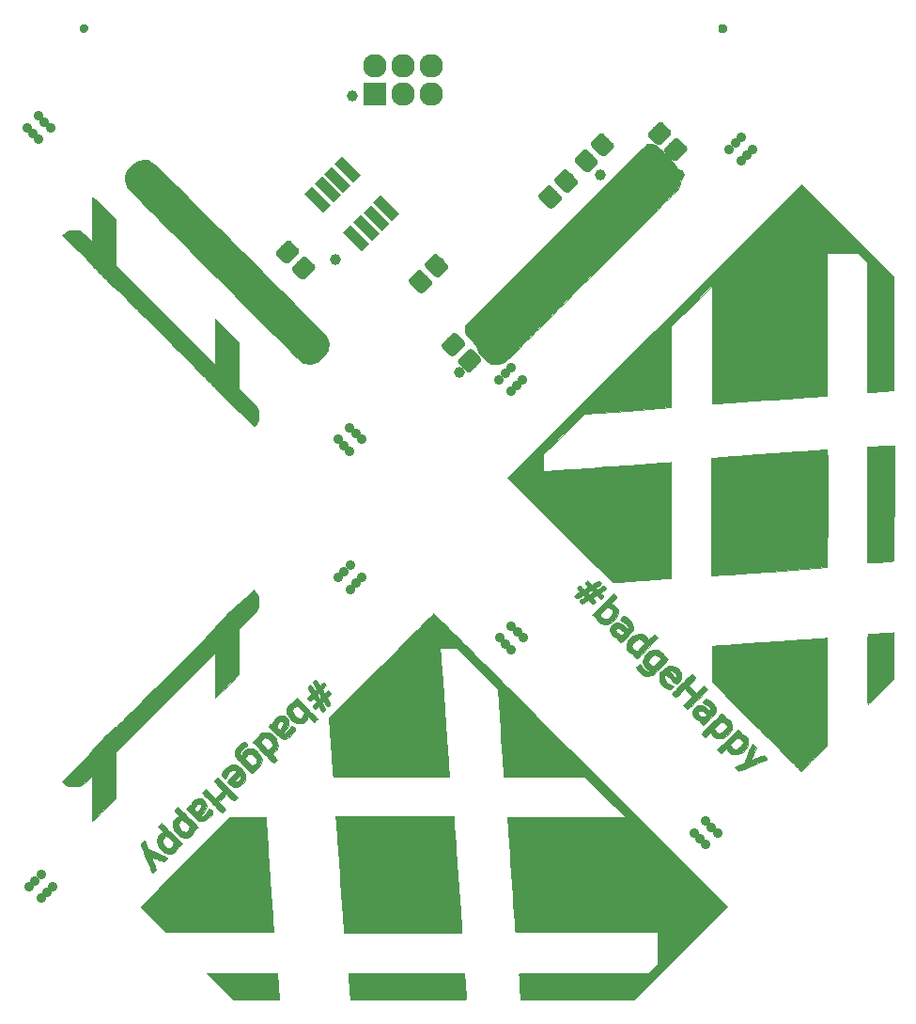
<source format=gts>
G04 #@! TF.GenerationSoftware,KiCad,Pcbnew,(5.1.2)-1*
G04 #@! TF.CreationDate,2019-06-22T12:55:49-06:00*
G04 #@! TF.ProjectId,HtH_sao_prod,4874485f-7361-46f5-9f70-726f642e6b69,rev?*
G04 #@! TF.SameCoordinates,Original*
G04 #@! TF.FileFunction,Soldermask,Top*
G04 #@! TF.FilePolarity,Negative*
%FSLAX46Y46*%
G04 Gerber Fmt 4.6, Leading zero omitted, Abs format (unit mm)*
G04 Created by KiCad (PCBNEW (5.1.2)-1) date 2019-06-22 12:55:49*
%MOMM*%
%LPD*%
G04 APERTURE LIST*
%ADD10C,0.010000*%
%ADD11C,0.900000*%
%ADD12R,2.127200X2.127200*%
%ADD13O,2.127200X2.127200*%
%ADD14C,2.127200*%
%ADD15C,0.958800*%
%ADD16C,0.100000*%
%ADD17C,1.550000*%
%ADD18C,1.000000*%
G04 APERTURE END LIST*
D10*
G36*
X124290601Y-57542624D02*
G01*
X124405143Y-57626141D01*
X124476933Y-57751318D01*
X124486792Y-57908820D01*
X124425919Y-58062792D01*
X124314025Y-58165798D01*
X124172153Y-58210979D01*
X124021346Y-58191479D01*
X123886576Y-58104424D01*
X123799615Y-57965114D01*
X123791389Y-57810550D01*
X123862020Y-57656914D01*
X123883014Y-57630727D01*
X124010281Y-57536049D01*
X124152562Y-57509638D01*
X124290601Y-57542624D01*
X124290601Y-57542624D01*
G37*
X124290601Y-57542624D02*
X124405143Y-57626141D01*
X124476933Y-57751318D01*
X124486792Y-57908820D01*
X124425919Y-58062792D01*
X124314025Y-58165798D01*
X124172153Y-58210979D01*
X124021346Y-58191479D01*
X123886576Y-58104424D01*
X123799615Y-57965114D01*
X123791389Y-57810550D01*
X123862020Y-57656914D01*
X123883014Y-57630727D01*
X124010281Y-57536049D01*
X124152562Y-57509638D01*
X124290601Y-57542624D01*
G36*
X181923951Y-57549249D02*
G01*
X181970006Y-57583917D01*
X182060974Y-57711445D01*
X182089441Y-57864639D01*
X182058216Y-58017233D01*
X181970108Y-58142963D01*
X181905436Y-58187631D01*
X181746347Y-58243641D01*
X181606319Y-58228996D01*
X181546500Y-58201783D01*
X181422899Y-58102647D01*
X181364561Y-57966370D01*
X181356000Y-57859651D01*
X181391354Y-57693229D01*
X181484781Y-57570466D01*
X181617326Y-57499873D01*
X181770034Y-57489964D01*
X181923951Y-57549249D01*
X181923951Y-57549249D01*
G37*
X181923951Y-57549249D02*
X181970006Y-57583917D01*
X182060974Y-57711445D01*
X182089441Y-57864639D01*
X182058216Y-58017233D01*
X181970108Y-58142963D01*
X181905436Y-58187631D01*
X181746347Y-58243641D01*
X181606319Y-58228996D01*
X181546500Y-58201783D01*
X181422899Y-58102647D01*
X181364561Y-57966370D01*
X181356000Y-57859651D01*
X181391354Y-57693229D01*
X181484781Y-57570466D01*
X181617326Y-57499873D01*
X181770034Y-57489964D01*
X181923951Y-57549249D01*
G36*
X175342703Y-68303135D02*
G01*
X175561383Y-68353406D01*
X175687826Y-68402595D01*
X175776737Y-68461539D01*
X175909089Y-68569865D01*
X176074943Y-68717581D01*
X176264358Y-68894694D01*
X176467395Y-69091213D01*
X176674115Y-69297146D01*
X176874578Y-69502500D01*
X177058845Y-69697284D01*
X177216976Y-69871504D01*
X177339032Y-70015171D01*
X177415073Y-70118290D01*
X177435208Y-70159213D01*
X177476676Y-70253048D01*
X177556467Y-70381068D01*
X177648395Y-70504191D01*
X177837244Y-70791590D01*
X177947736Y-71099370D01*
X177984797Y-71441826D01*
X177984636Y-71479834D01*
X177954220Y-71790449D01*
X177865370Y-72061114D01*
X177707655Y-72321592D01*
X177673974Y-72366061D01*
X177629577Y-72414657D01*
X177527835Y-72520455D01*
X177371335Y-72680852D01*
X177162663Y-72893249D01*
X176904409Y-73155043D01*
X176599159Y-73463633D01*
X176249501Y-73816417D01*
X175858022Y-74210794D01*
X175427311Y-74644162D01*
X174959954Y-75113920D01*
X174458540Y-75617466D01*
X173925655Y-76152199D01*
X173363887Y-76715518D01*
X172775825Y-77304820D01*
X172164055Y-77917505D01*
X171531165Y-78550971D01*
X170879743Y-79202616D01*
X170212376Y-79869839D01*
X169874935Y-80207066D01*
X169056445Y-81024807D01*
X168295668Y-81784618D01*
X167590541Y-82488531D01*
X166939001Y-83138577D01*
X166338985Y-83736788D01*
X165788431Y-84285194D01*
X165285274Y-84785827D01*
X164827453Y-85240718D01*
X164412903Y-85651898D01*
X164039563Y-86021399D01*
X163705369Y-86351251D01*
X163408258Y-86643486D01*
X163146167Y-86900136D01*
X162917034Y-87123231D01*
X162718794Y-87314802D01*
X162549386Y-87476882D01*
X162406746Y-87611500D01*
X162288811Y-87720689D01*
X162193519Y-87806479D01*
X162118806Y-87870903D01*
X162062608Y-87915990D01*
X162022865Y-87943772D01*
X162009667Y-87951236D01*
X161873619Y-88012547D01*
X161742772Y-88050375D01*
X161586273Y-88071243D01*
X161395834Y-88080981D01*
X161211701Y-88082695D01*
X161049062Y-88076798D01*
X160934417Y-88064516D01*
X160909000Y-88058446D01*
X160704153Y-87972386D01*
X160504559Y-87845682D01*
X160292439Y-87665791D01*
X160142586Y-87517664D01*
X159963884Y-87327000D01*
X159836520Y-87172192D01*
X159747992Y-87033485D01*
X159685796Y-86891121D01*
X159637431Y-86725344D01*
X159635044Y-86715645D01*
X159608267Y-86628077D01*
X159567027Y-86543128D01*
X159501622Y-86447948D01*
X159402351Y-86329681D01*
X159259512Y-86175476D01*
X159110986Y-86021334D01*
X158915935Y-85816860D01*
X158773607Y-85657293D01*
X158674347Y-85530291D01*
X158608498Y-85423515D01*
X158566829Y-85325876D01*
X158511103Y-85092584D01*
X158500253Y-84869745D01*
X158534658Y-84683331D01*
X158556757Y-84632815D01*
X158591564Y-84593442D01*
X158683838Y-84496744D01*
X158831114Y-84345200D01*
X159030927Y-84141288D01*
X159280812Y-83887488D01*
X159578305Y-83586280D01*
X159920941Y-83240142D01*
X160306255Y-82851556D01*
X160731782Y-82422998D01*
X161195058Y-81956950D01*
X161693618Y-81455891D01*
X162224997Y-80922299D01*
X162786731Y-80358654D01*
X163376354Y-79767436D01*
X163991402Y-79151124D01*
X164629410Y-78512198D01*
X165287914Y-77853136D01*
X165964448Y-77176418D01*
X166656548Y-76484524D01*
X166716507Y-76424602D01*
X167635622Y-75506320D01*
X168495927Y-74647327D01*
X169298248Y-73846807D01*
X170043407Y-73103946D01*
X170732229Y-72417930D01*
X171365538Y-71787945D01*
X171944157Y-71213175D01*
X172468911Y-70692807D01*
X172940624Y-70226025D01*
X173360119Y-69812016D01*
X173728222Y-69449965D01*
X174045754Y-69139057D01*
X174313541Y-68878479D01*
X174532407Y-68667415D01*
X174703176Y-68505050D01*
X174826671Y-68390572D01*
X174903716Y-68323165D01*
X174933872Y-68302105D01*
X175120700Y-68284324D01*
X175342703Y-68303135D01*
X175342703Y-68303135D01*
G37*
X175342703Y-68303135D02*
X175561383Y-68353406D01*
X175687826Y-68402595D01*
X175776737Y-68461539D01*
X175909089Y-68569865D01*
X176074943Y-68717581D01*
X176264358Y-68894694D01*
X176467395Y-69091213D01*
X176674115Y-69297146D01*
X176874578Y-69502500D01*
X177058845Y-69697284D01*
X177216976Y-69871504D01*
X177339032Y-70015171D01*
X177415073Y-70118290D01*
X177435208Y-70159213D01*
X177476676Y-70253048D01*
X177556467Y-70381068D01*
X177648395Y-70504191D01*
X177837244Y-70791590D01*
X177947736Y-71099370D01*
X177984797Y-71441826D01*
X177984636Y-71479834D01*
X177954220Y-71790449D01*
X177865370Y-72061114D01*
X177707655Y-72321592D01*
X177673974Y-72366061D01*
X177629577Y-72414657D01*
X177527835Y-72520455D01*
X177371335Y-72680852D01*
X177162663Y-72893249D01*
X176904409Y-73155043D01*
X176599159Y-73463633D01*
X176249501Y-73816417D01*
X175858022Y-74210794D01*
X175427311Y-74644162D01*
X174959954Y-75113920D01*
X174458540Y-75617466D01*
X173925655Y-76152199D01*
X173363887Y-76715518D01*
X172775825Y-77304820D01*
X172164055Y-77917505D01*
X171531165Y-78550971D01*
X170879743Y-79202616D01*
X170212376Y-79869839D01*
X169874935Y-80207066D01*
X169056445Y-81024807D01*
X168295668Y-81784618D01*
X167590541Y-82488531D01*
X166939001Y-83138577D01*
X166338985Y-83736788D01*
X165788431Y-84285194D01*
X165285274Y-84785827D01*
X164827453Y-85240718D01*
X164412903Y-85651898D01*
X164039563Y-86021399D01*
X163705369Y-86351251D01*
X163408258Y-86643486D01*
X163146167Y-86900136D01*
X162917034Y-87123231D01*
X162718794Y-87314802D01*
X162549386Y-87476882D01*
X162406746Y-87611500D01*
X162288811Y-87720689D01*
X162193519Y-87806479D01*
X162118806Y-87870903D01*
X162062608Y-87915990D01*
X162022865Y-87943772D01*
X162009667Y-87951236D01*
X161873619Y-88012547D01*
X161742772Y-88050375D01*
X161586273Y-88071243D01*
X161395834Y-88080981D01*
X161211701Y-88082695D01*
X161049062Y-88076798D01*
X160934417Y-88064516D01*
X160909000Y-88058446D01*
X160704153Y-87972386D01*
X160504559Y-87845682D01*
X160292439Y-87665791D01*
X160142586Y-87517664D01*
X159963884Y-87327000D01*
X159836520Y-87172192D01*
X159747992Y-87033485D01*
X159685796Y-86891121D01*
X159637431Y-86725344D01*
X159635044Y-86715645D01*
X159608267Y-86628077D01*
X159567027Y-86543128D01*
X159501622Y-86447948D01*
X159402351Y-86329681D01*
X159259512Y-86175476D01*
X159110986Y-86021334D01*
X158915935Y-85816860D01*
X158773607Y-85657293D01*
X158674347Y-85530291D01*
X158608498Y-85423515D01*
X158566829Y-85325876D01*
X158511103Y-85092584D01*
X158500253Y-84869745D01*
X158534658Y-84683331D01*
X158556757Y-84632815D01*
X158591564Y-84593442D01*
X158683838Y-84496744D01*
X158831114Y-84345200D01*
X159030927Y-84141288D01*
X159280812Y-83887488D01*
X159578305Y-83586280D01*
X159920941Y-83240142D01*
X160306255Y-82851556D01*
X160731782Y-82422998D01*
X161195058Y-81956950D01*
X161693618Y-81455891D01*
X162224997Y-80922299D01*
X162786731Y-80358654D01*
X163376354Y-79767436D01*
X163991402Y-79151124D01*
X164629410Y-78512198D01*
X165287914Y-77853136D01*
X165964448Y-77176418D01*
X166656548Y-76484524D01*
X166716507Y-76424602D01*
X167635622Y-75506320D01*
X168495927Y-74647327D01*
X169298248Y-73846807D01*
X170043407Y-73103946D01*
X170732229Y-72417930D01*
X171365538Y-71787945D01*
X171944157Y-71213175D01*
X172468911Y-70692807D01*
X172940624Y-70226025D01*
X173360119Y-69812016D01*
X173728222Y-69449965D01*
X174045754Y-69139057D01*
X174313541Y-68878479D01*
X174532407Y-68667415D01*
X174703176Y-68505050D01*
X174826671Y-68390572D01*
X174903716Y-68323165D01*
X174933872Y-68302105D01*
X175120700Y-68284324D01*
X175342703Y-68303135D01*
G36*
X129860492Y-69735339D02*
G01*
X129909722Y-69742682D01*
X129963413Y-69758064D01*
X130023814Y-69783575D01*
X130093170Y-69821302D01*
X130173730Y-69873334D01*
X130267741Y-69941760D01*
X130377451Y-70028668D01*
X130505105Y-70136147D01*
X130652953Y-70266285D01*
X130823241Y-70421171D01*
X131018217Y-70602894D01*
X131240127Y-70813542D01*
X131491220Y-71055204D01*
X131773742Y-71329968D01*
X132089941Y-71639922D01*
X132442064Y-71987156D01*
X132832359Y-72373758D01*
X133263073Y-72801817D01*
X133736453Y-73273420D01*
X134254746Y-73790657D01*
X134820201Y-74355616D01*
X135435063Y-74970386D01*
X136101581Y-75637056D01*
X136822002Y-76357713D01*
X137598574Y-77134447D01*
X138203880Y-77739733D01*
X139027737Y-78563570D01*
X139793637Y-79329709D01*
X140503605Y-80040206D01*
X141159667Y-80697116D01*
X141763849Y-81302495D01*
X142318176Y-81858398D01*
X142824675Y-82366880D01*
X143285372Y-82829996D01*
X143702293Y-83249803D01*
X144077462Y-83628355D01*
X144412907Y-83967708D01*
X144710653Y-84269917D01*
X144972725Y-84537038D01*
X145201151Y-84771126D01*
X145397955Y-84974236D01*
X145565164Y-85148424D01*
X145704803Y-85295744D01*
X145818898Y-85418254D01*
X145909476Y-85518007D01*
X145978561Y-85597059D01*
X146028181Y-85657466D01*
X146060360Y-85701283D01*
X146074523Y-85725000D01*
X146176149Y-86012020D01*
X146217199Y-86329839D01*
X146196166Y-86648599D01*
X146133178Y-86885402D01*
X146034966Y-87074831D01*
X145882148Y-87286845D01*
X145693399Y-87501625D01*
X145487397Y-87699351D01*
X145282817Y-87860204D01*
X145129458Y-87950574D01*
X144891697Y-88032510D01*
X144622862Y-88076687D01*
X144356318Y-88080263D01*
X144125429Y-88040397D01*
X144114776Y-88037001D01*
X143963358Y-87976654D01*
X143801107Y-87896718D01*
X143754942Y-87870502D01*
X143709318Y-87831317D01*
X143606462Y-87734683D01*
X143448915Y-87583115D01*
X143239214Y-87379134D01*
X142979897Y-87125255D01*
X142673504Y-86823996D01*
X142322573Y-86477876D01*
X141929642Y-86089412D01*
X141497250Y-85661121D01*
X141027935Y-85195521D01*
X140524235Y-84695129D01*
X139988690Y-84162464D01*
X139423838Y-83600043D01*
X138832216Y-83010383D01*
X138216364Y-82396002D01*
X137578820Y-81759418D01*
X136922122Y-81103149D01*
X136248810Y-80429711D01*
X135842778Y-80023336D01*
X135014409Y-79193929D01*
X134244050Y-78422313D01*
X133529748Y-77706506D01*
X132869551Y-77044524D01*
X132261506Y-76434385D01*
X131703659Y-75874107D01*
X131194060Y-75361706D01*
X130730753Y-74895201D01*
X130311787Y-74472609D01*
X129935210Y-74091946D01*
X129599067Y-73751231D01*
X129301407Y-73448480D01*
X129040276Y-73181712D01*
X128813722Y-72948943D01*
X128619791Y-72748191D01*
X128456532Y-72577473D01*
X128321992Y-72434807D01*
X128214216Y-72318210D01*
X128131254Y-72225699D01*
X128071152Y-72155293D01*
X128031956Y-72105007D01*
X128011715Y-72072860D01*
X128011543Y-72072500D01*
X127926380Y-71812052D01*
X127891173Y-71514465D01*
X127906941Y-71211691D01*
X127974700Y-70935682D01*
X127975297Y-70934088D01*
X128084839Y-70722254D01*
X128252616Y-70494992D01*
X128459798Y-70271948D01*
X128687559Y-70072767D01*
X128917073Y-69917094D01*
X128984013Y-69881538D01*
X129141870Y-69809216D01*
X129272277Y-69767949D01*
X129412329Y-69749616D01*
X129599119Y-69746098D01*
X129602610Y-69746117D01*
X129663242Y-69744591D01*
X129717099Y-69740662D01*
X129766428Y-69736418D01*
X129813477Y-69733947D01*
X129860492Y-69735339D01*
X129860492Y-69735339D01*
G37*
X129860492Y-69735339D02*
X129909722Y-69742682D01*
X129963413Y-69758064D01*
X130023814Y-69783575D01*
X130093170Y-69821302D01*
X130173730Y-69873334D01*
X130267741Y-69941760D01*
X130377451Y-70028668D01*
X130505105Y-70136147D01*
X130652953Y-70266285D01*
X130823241Y-70421171D01*
X131018217Y-70602894D01*
X131240127Y-70813542D01*
X131491220Y-71055204D01*
X131773742Y-71329968D01*
X132089941Y-71639922D01*
X132442064Y-71987156D01*
X132832359Y-72373758D01*
X133263073Y-72801817D01*
X133736453Y-73273420D01*
X134254746Y-73790657D01*
X134820201Y-74355616D01*
X135435063Y-74970386D01*
X136101581Y-75637056D01*
X136822002Y-76357713D01*
X137598574Y-77134447D01*
X138203880Y-77739733D01*
X139027737Y-78563570D01*
X139793637Y-79329709D01*
X140503605Y-80040206D01*
X141159667Y-80697116D01*
X141763849Y-81302495D01*
X142318176Y-81858398D01*
X142824675Y-82366880D01*
X143285372Y-82829996D01*
X143702293Y-83249803D01*
X144077462Y-83628355D01*
X144412907Y-83967708D01*
X144710653Y-84269917D01*
X144972725Y-84537038D01*
X145201151Y-84771126D01*
X145397955Y-84974236D01*
X145565164Y-85148424D01*
X145704803Y-85295744D01*
X145818898Y-85418254D01*
X145909476Y-85518007D01*
X145978561Y-85597059D01*
X146028181Y-85657466D01*
X146060360Y-85701283D01*
X146074523Y-85725000D01*
X146176149Y-86012020D01*
X146217199Y-86329839D01*
X146196166Y-86648599D01*
X146133178Y-86885402D01*
X146034966Y-87074831D01*
X145882148Y-87286845D01*
X145693399Y-87501625D01*
X145487397Y-87699351D01*
X145282817Y-87860204D01*
X145129458Y-87950574D01*
X144891697Y-88032510D01*
X144622862Y-88076687D01*
X144356318Y-88080263D01*
X144125429Y-88040397D01*
X144114776Y-88037001D01*
X143963358Y-87976654D01*
X143801107Y-87896718D01*
X143754942Y-87870502D01*
X143709318Y-87831317D01*
X143606462Y-87734683D01*
X143448915Y-87583115D01*
X143239214Y-87379134D01*
X142979897Y-87125255D01*
X142673504Y-86823996D01*
X142322573Y-86477876D01*
X141929642Y-86089412D01*
X141497250Y-85661121D01*
X141027935Y-85195521D01*
X140524235Y-84695129D01*
X139988690Y-84162464D01*
X139423838Y-83600043D01*
X138832216Y-83010383D01*
X138216364Y-82396002D01*
X137578820Y-81759418D01*
X136922122Y-81103149D01*
X136248810Y-80429711D01*
X135842778Y-80023336D01*
X135014409Y-79193929D01*
X134244050Y-78422313D01*
X133529748Y-77706506D01*
X132869551Y-77044524D01*
X132261506Y-76434385D01*
X131703659Y-75874107D01*
X131194060Y-75361706D01*
X130730753Y-74895201D01*
X130311787Y-74472609D01*
X129935210Y-74091946D01*
X129599067Y-73751231D01*
X129301407Y-73448480D01*
X129040276Y-73181712D01*
X128813722Y-72948943D01*
X128619791Y-72748191D01*
X128456532Y-72577473D01*
X128321992Y-72434807D01*
X128214216Y-72318210D01*
X128131254Y-72225699D01*
X128071152Y-72155293D01*
X128031956Y-72105007D01*
X128011715Y-72072860D01*
X128011543Y-72072500D01*
X127926380Y-71812052D01*
X127891173Y-71514465D01*
X127906941Y-71211691D01*
X127974700Y-70935682D01*
X127975297Y-70934088D01*
X128084839Y-70722254D01*
X128252616Y-70494992D01*
X128459798Y-70271948D01*
X128687559Y-70072767D01*
X128917073Y-69917094D01*
X128984013Y-69881538D01*
X129141870Y-69809216D01*
X129272277Y-69767949D01*
X129412329Y-69749616D01*
X129599119Y-69746098D01*
X129602610Y-69746117D01*
X129663242Y-69744591D01*
X129717099Y-69740662D01*
X129766428Y-69736418D01*
X129813477Y-69733947D01*
X129860492Y-69735339D01*
G36*
X125029517Y-73109629D02*
G01*
X125093837Y-73157749D01*
X125187439Y-73239620D01*
X125316202Y-73360417D01*
X125486007Y-73525316D01*
X125702731Y-73739491D01*
X125972256Y-74008118D01*
X126011208Y-74047038D01*
X127042334Y-75077519D01*
X127042334Y-79184650D01*
X131529667Y-83671834D01*
X136017000Y-88159017D01*
X136017000Y-84053469D01*
X137075334Y-85111167D01*
X138133667Y-86168865D01*
X138133667Y-90271142D01*
X138909605Y-91056654D01*
X139209944Y-91365235D01*
X139447190Y-91619076D01*
X139622103Y-91819036D01*
X139735442Y-91965972D01*
X139778869Y-92038405D01*
X139887481Y-92356329D01*
X139923740Y-92688337D01*
X139887578Y-93014995D01*
X139783200Y-93308448D01*
X139705293Y-93444814D01*
X139619706Y-93566413D01*
X139542350Y-93652809D01*
X139491025Y-93683667D01*
X139455159Y-93655022D01*
X139368674Y-93574842D01*
X139240521Y-93451762D01*
X139079648Y-93294415D01*
X138895004Y-93111437D01*
X138812507Y-93029009D01*
X138621094Y-92839152D01*
X138449873Y-92672856D01*
X138307689Y-92538421D01*
X138203385Y-92444148D01*
X138145807Y-92398338D01*
X138137606Y-92395617D01*
X138103661Y-92372436D01*
X138018851Y-92296819D01*
X137891389Y-92176979D01*
X137729491Y-92021125D01*
X137541371Y-91837469D01*
X137335245Y-91634221D01*
X137119327Y-91419592D01*
X136901831Y-91201792D01*
X136690974Y-90989032D01*
X136494969Y-90789524D01*
X136322032Y-90611477D01*
X136180377Y-90463103D01*
X136078220Y-90352612D01*
X136023774Y-90288215D01*
X136017000Y-90276076D01*
X135987585Y-90240013D01*
X135902016Y-90148392D01*
X135764312Y-90005220D01*
X135578488Y-89814505D01*
X135348561Y-89580255D01*
X135078547Y-89306477D01*
X134772465Y-88997178D01*
X134434330Y-88656366D01*
X134068158Y-88288048D01*
X133677968Y-87896232D01*
X133267775Y-87484926D01*
X132841596Y-87058136D01*
X132403448Y-86619870D01*
X131957347Y-86174137D01*
X131507311Y-85724943D01*
X131057356Y-85276295D01*
X130611498Y-84832202D01*
X130173755Y-84396670D01*
X129748143Y-83973708D01*
X129338679Y-83567322D01*
X128949380Y-83181521D01*
X128584262Y-82820311D01*
X128247341Y-82487701D01*
X127942636Y-82187697D01*
X127674162Y-81924307D01*
X127445936Y-81701539D01*
X127261975Y-81523400D01*
X127126295Y-81393898D01*
X127042914Y-81317040D01*
X127016356Y-81296106D01*
X126968314Y-81264233D01*
X126870565Y-81180264D01*
X126731640Y-81052714D01*
X126560070Y-80890100D01*
X126364385Y-80700938D01*
X126153117Y-80493744D01*
X125934796Y-80277033D01*
X125717953Y-80059322D01*
X125511119Y-79849128D01*
X125322825Y-79654965D01*
X125161603Y-79485350D01*
X125035981Y-79348799D01*
X124954493Y-79253829D01*
X124925667Y-79209052D01*
X124896342Y-79167610D01*
X124812436Y-79073403D01*
X124680052Y-78932705D01*
X124505294Y-78751793D01*
X124294266Y-78536942D01*
X124053070Y-78294428D01*
X123787811Y-78030525D01*
X123581584Y-77827092D01*
X122237500Y-76505907D01*
X122340993Y-76394368D01*
X122436930Y-76313863D01*
X122575089Y-76223959D01*
X122679660Y-76167331D01*
X122816149Y-76107022D01*
X122941876Y-76071873D01*
X123089305Y-76055583D01*
X123274667Y-76051834D01*
X123506458Y-76062489D01*
X123707472Y-76099921D01*
X123894279Y-76172326D01*
X124083447Y-76287899D01*
X124291547Y-76454838D01*
X124522511Y-76669094D01*
X124925667Y-77059110D01*
X124926245Y-75137305D01*
X124926938Y-74738703D01*
X124928691Y-74363703D01*
X124931382Y-74021307D01*
X124934892Y-73720517D01*
X124939097Y-73470336D01*
X124943878Y-73279765D01*
X124949113Y-73157807D01*
X124953453Y-73116028D01*
X124965205Y-73093944D01*
X124988600Y-73090086D01*
X125029517Y-73109629D01*
X125029517Y-73109629D01*
G37*
X125029517Y-73109629D02*
X125093837Y-73157749D01*
X125187439Y-73239620D01*
X125316202Y-73360417D01*
X125486007Y-73525316D01*
X125702731Y-73739491D01*
X125972256Y-74008118D01*
X126011208Y-74047038D01*
X127042334Y-75077519D01*
X127042334Y-79184650D01*
X131529667Y-83671834D01*
X136017000Y-88159017D01*
X136017000Y-84053469D01*
X137075334Y-85111167D01*
X138133667Y-86168865D01*
X138133667Y-90271142D01*
X138909605Y-91056654D01*
X139209944Y-91365235D01*
X139447190Y-91619076D01*
X139622103Y-91819036D01*
X139735442Y-91965972D01*
X139778869Y-92038405D01*
X139887481Y-92356329D01*
X139923740Y-92688337D01*
X139887578Y-93014995D01*
X139783200Y-93308448D01*
X139705293Y-93444814D01*
X139619706Y-93566413D01*
X139542350Y-93652809D01*
X139491025Y-93683667D01*
X139455159Y-93655022D01*
X139368674Y-93574842D01*
X139240521Y-93451762D01*
X139079648Y-93294415D01*
X138895004Y-93111437D01*
X138812507Y-93029009D01*
X138621094Y-92839152D01*
X138449873Y-92672856D01*
X138307689Y-92538421D01*
X138203385Y-92444148D01*
X138145807Y-92398338D01*
X138137606Y-92395617D01*
X138103661Y-92372436D01*
X138018851Y-92296819D01*
X137891389Y-92176979D01*
X137729491Y-92021125D01*
X137541371Y-91837469D01*
X137335245Y-91634221D01*
X137119327Y-91419592D01*
X136901831Y-91201792D01*
X136690974Y-90989032D01*
X136494969Y-90789524D01*
X136322032Y-90611477D01*
X136180377Y-90463103D01*
X136078220Y-90352612D01*
X136023774Y-90288215D01*
X136017000Y-90276076D01*
X135987585Y-90240013D01*
X135902016Y-90148392D01*
X135764312Y-90005220D01*
X135578488Y-89814505D01*
X135348561Y-89580255D01*
X135078547Y-89306477D01*
X134772465Y-88997178D01*
X134434330Y-88656366D01*
X134068158Y-88288048D01*
X133677968Y-87896232D01*
X133267775Y-87484926D01*
X132841596Y-87058136D01*
X132403448Y-86619870D01*
X131957347Y-86174137D01*
X131507311Y-85724943D01*
X131057356Y-85276295D01*
X130611498Y-84832202D01*
X130173755Y-84396670D01*
X129748143Y-83973708D01*
X129338679Y-83567322D01*
X128949380Y-83181521D01*
X128584262Y-82820311D01*
X128247341Y-82487701D01*
X127942636Y-82187697D01*
X127674162Y-81924307D01*
X127445936Y-81701539D01*
X127261975Y-81523400D01*
X127126295Y-81393898D01*
X127042914Y-81317040D01*
X127016356Y-81296106D01*
X126968314Y-81264233D01*
X126870565Y-81180264D01*
X126731640Y-81052714D01*
X126560070Y-80890100D01*
X126364385Y-80700938D01*
X126153117Y-80493744D01*
X125934796Y-80277033D01*
X125717953Y-80059322D01*
X125511119Y-79849128D01*
X125322825Y-79654965D01*
X125161603Y-79485350D01*
X125035981Y-79348799D01*
X124954493Y-79253829D01*
X124925667Y-79209052D01*
X124896342Y-79167610D01*
X124812436Y-79073403D01*
X124680052Y-78932705D01*
X124505294Y-78751793D01*
X124294266Y-78536942D01*
X124053070Y-78294428D01*
X123787811Y-78030525D01*
X123581584Y-77827092D01*
X122237500Y-76505907D01*
X122340993Y-76394368D01*
X122436930Y-76313863D01*
X122575089Y-76223959D01*
X122679660Y-76167331D01*
X122816149Y-76107022D01*
X122941876Y-76071873D01*
X123089305Y-76055583D01*
X123274667Y-76051834D01*
X123506458Y-76062489D01*
X123707472Y-76099921D01*
X123894279Y-76172326D01*
X124083447Y-76287899D01*
X124291547Y-76454838D01*
X124522511Y-76669094D01*
X124925667Y-77059110D01*
X124926245Y-75137305D01*
X124926938Y-74738703D01*
X124928691Y-74363703D01*
X124931382Y-74021307D01*
X124934892Y-73720517D01*
X124939097Y-73470336D01*
X124943878Y-73279765D01*
X124949113Y-73157807D01*
X124953453Y-73116028D01*
X124965205Y-73093944D01*
X124988600Y-73090086D01*
X125029517Y-73109629D01*
G36*
X197081746Y-95424877D02*
G01*
X197144172Y-95432458D01*
X197173749Y-95446216D01*
X197178196Y-95453107D01*
X197181536Y-95503710D01*
X197184259Y-95632270D01*
X197186392Y-95832507D01*
X197187963Y-96098145D01*
X197188999Y-96422904D01*
X197189528Y-96800508D01*
X197189578Y-97224677D01*
X197189176Y-97689135D01*
X197188349Y-98187602D01*
X197187126Y-98713801D01*
X197185534Y-99261454D01*
X197183600Y-99824282D01*
X197181351Y-100396008D01*
X197178816Y-100970354D01*
X197176023Y-101541041D01*
X197172997Y-102101792D01*
X197169768Y-102646328D01*
X197166363Y-103168372D01*
X197162809Y-103661645D01*
X197159134Y-104119869D01*
X197155365Y-104536767D01*
X197151530Y-104906060D01*
X197147657Y-105221469D01*
X197143772Y-105476718D01*
X197139905Y-105665529D01*
X197136081Y-105781622D01*
X197132688Y-105818757D01*
X197085217Y-105828991D01*
X196966955Y-105843897D01*
X196791581Y-105862336D01*
X196572770Y-105883164D01*
X196324199Y-105905243D01*
X196059546Y-105927430D01*
X195792486Y-105948585D01*
X195536697Y-105967566D01*
X195305856Y-105983233D01*
X195113639Y-105994445D01*
X194973723Y-106000060D01*
X194955584Y-106000383D01*
X194775667Y-106002667D01*
X194775667Y-100795667D01*
X194775751Y-100139104D01*
X194775997Y-99506409D01*
X194776395Y-98902696D01*
X194776933Y-98333083D01*
X194777602Y-97802683D01*
X194778391Y-97316614D01*
X194779290Y-96879990D01*
X194780288Y-96497928D01*
X194781375Y-96175543D01*
X194782541Y-95917951D01*
X194783775Y-95730267D01*
X194785067Y-95617607D01*
X194786250Y-95584585D01*
X194829500Y-95580366D01*
X194946348Y-95570488D01*
X195125978Y-95555823D01*
X195357575Y-95537245D01*
X195630321Y-95515628D01*
X195933401Y-95491844D01*
X195976641Y-95488469D01*
X196331984Y-95461376D01*
X196611589Y-95441723D01*
X196824032Y-95429258D01*
X196977892Y-95423726D01*
X197081746Y-95424877D01*
X197081746Y-95424877D01*
G37*
X197081746Y-95424877D02*
X197144172Y-95432458D01*
X197173749Y-95446216D01*
X197178196Y-95453107D01*
X197181536Y-95503710D01*
X197184259Y-95632270D01*
X197186392Y-95832507D01*
X197187963Y-96098145D01*
X197188999Y-96422904D01*
X197189528Y-96800508D01*
X197189578Y-97224677D01*
X197189176Y-97689135D01*
X197188349Y-98187602D01*
X197187126Y-98713801D01*
X197185534Y-99261454D01*
X197183600Y-99824282D01*
X197181351Y-100396008D01*
X197178816Y-100970354D01*
X197176023Y-101541041D01*
X197172997Y-102101792D01*
X197169768Y-102646328D01*
X197166363Y-103168372D01*
X197162809Y-103661645D01*
X197159134Y-104119869D01*
X197155365Y-104536767D01*
X197151530Y-104906060D01*
X197147657Y-105221469D01*
X197143772Y-105476718D01*
X197139905Y-105665529D01*
X197136081Y-105781622D01*
X197132688Y-105818757D01*
X197085217Y-105828991D01*
X196966955Y-105843897D01*
X196791581Y-105862336D01*
X196572770Y-105883164D01*
X196324199Y-105905243D01*
X196059546Y-105927430D01*
X195792486Y-105948585D01*
X195536697Y-105967566D01*
X195305856Y-105983233D01*
X195113639Y-105994445D01*
X194973723Y-106000060D01*
X194955584Y-106000383D01*
X194775667Y-106002667D01*
X194775667Y-100795667D01*
X194775751Y-100139104D01*
X194775997Y-99506409D01*
X194776395Y-98902696D01*
X194776933Y-98333083D01*
X194777602Y-97802683D01*
X194778391Y-97316614D01*
X194779290Y-96879990D01*
X194780288Y-96497928D01*
X194781375Y-96175543D01*
X194782541Y-95917951D01*
X194783775Y-95730267D01*
X194785067Y-95617607D01*
X194786250Y-95584585D01*
X194829500Y-95580366D01*
X194946348Y-95570488D01*
X195125978Y-95555823D01*
X195357575Y-95537245D01*
X195630321Y-95515628D01*
X195933401Y-95491844D01*
X195976641Y-95488469D01*
X196331984Y-95461376D01*
X196611589Y-95441723D01*
X196824032Y-95429258D01*
X196977892Y-95423726D01*
X197081746Y-95424877D01*
G36*
X191159145Y-95841823D02*
G01*
X191161437Y-95962913D01*
X191163463Y-96158541D01*
X191165213Y-96423641D01*
X191166677Y-96753149D01*
X191167846Y-97142000D01*
X191168708Y-97585130D01*
X191169256Y-98077473D01*
X191169478Y-98613966D01*
X191169365Y-99189543D01*
X191168907Y-99799140D01*
X191168095Y-100437693D01*
X191166917Y-101100136D01*
X191166914Y-101101637D01*
X191156167Y-106402941D01*
X186076167Y-106771867D01*
X185425679Y-106819046D01*
X184797110Y-106864514D01*
X184195801Y-106907892D01*
X183627092Y-106948799D01*
X183096324Y-106986855D01*
X182608840Y-107021680D01*
X182169979Y-107052894D01*
X181785082Y-107080117D01*
X181459491Y-107102968D01*
X181198546Y-107121068D01*
X181007589Y-107134036D01*
X180891960Y-107141492D01*
X180858584Y-107143230D01*
X180721000Y-107145667D01*
X180721000Y-96568426D01*
X180943250Y-96544198D01*
X181029513Y-96536368D01*
X181190974Y-96523278D01*
X181418373Y-96505624D01*
X181702450Y-96484099D01*
X182033945Y-96459400D01*
X182403600Y-96432221D01*
X182802155Y-96403257D01*
X183220350Y-96373204D01*
X183239834Y-96371812D01*
X183666263Y-96341291D01*
X184162033Y-96305700D01*
X184712044Y-96266127D01*
X185301194Y-96223663D01*
X185914382Y-96179398D01*
X186536508Y-96134422D01*
X187152470Y-96089825D01*
X187747167Y-96046697D01*
X188224849Y-96011993D01*
X188712843Y-95976529D01*
X189175780Y-95942928D01*
X189606785Y-95911685D01*
X189998986Y-95883299D01*
X190345508Y-95858264D01*
X190639478Y-95837078D01*
X190874021Y-95820235D01*
X191042263Y-95808234D01*
X191137332Y-95801569D01*
X191156597Y-95800334D01*
X191159145Y-95841823D01*
X191159145Y-95841823D01*
G37*
X191159145Y-95841823D02*
X191161437Y-95962913D01*
X191163463Y-96158541D01*
X191165213Y-96423641D01*
X191166677Y-96753149D01*
X191167846Y-97142000D01*
X191168708Y-97585130D01*
X191169256Y-98077473D01*
X191169478Y-98613966D01*
X191169365Y-99189543D01*
X191168907Y-99799140D01*
X191168095Y-100437693D01*
X191166917Y-101100136D01*
X191166914Y-101101637D01*
X191156167Y-106402941D01*
X186076167Y-106771867D01*
X185425679Y-106819046D01*
X184797110Y-106864514D01*
X184195801Y-106907892D01*
X183627092Y-106948799D01*
X183096324Y-106986855D01*
X182608840Y-107021680D01*
X182169979Y-107052894D01*
X181785082Y-107080117D01*
X181459491Y-107102968D01*
X181198546Y-107121068D01*
X181007589Y-107134036D01*
X180891960Y-107141492D01*
X180858584Y-107143230D01*
X180721000Y-107145667D01*
X180721000Y-96568426D01*
X180943250Y-96544198D01*
X181029513Y-96536368D01*
X181190974Y-96523278D01*
X181418373Y-96505624D01*
X181702450Y-96484099D01*
X182033945Y-96459400D01*
X182403600Y-96432221D01*
X182802155Y-96403257D01*
X183220350Y-96373204D01*
X183239834Y-96371812D01*
X183666263Y-96341291D01*
X184162033Y-96305700D01*
X184712044Y-96266127D01*
X185301194Y-96223663D01*
X185914382Y-96179398D01*
X186536508Y-96134422D01*
X187152470Y-96089825D01*
X187747167Y-96046697D01*
X188224849Y-96011993D01*
X188712843Y-95976529D01*
X189175780Y-95942928D01*
X189606785Y-95911685D01*
X189998986Y-95883299D01*
X190345508Y-95858264D01*
X190639478Y-95837078D01*
X190874021Y-95820235D01*
X191042263Y-95808234D01*
X191137332Y-95801569D01*
X191156597Y-95800334D01*
X191159145Y-95841823D01*
G36*
X192969537Y-76052168D02*
G01*
X197133059Y-80200500D01*
X197139696Y-85333417D01*
X197140453Y-85985134D01*
X197141016Y-86612894D01*
X197141387Y-87211552D01*
X197141571Y-87775958D01*
X197141572Y-88300966D01*
X197141394Y-88781427D01*
X197141041Y-89212195D01*
X197140517Y-89588121D01*
X197139825Y-89904057D01*
X197138971Y-90154857D01*
X197137956Y-90335373D01*
X197136787Y-90440456D01*
X197135750Y-90466754D01*
X197092456Y-90470008D01*
X196976069Y-90478948D01*
X196797909Y-90492700D01*
X196569295Y-90510390D01*
X196301547Y-90531142D01*
X196045667Y-90551000D01*
X195747401Y-90573895D01*
X195473194Y-90594440D01*
X195235569Y-90611737D01*
X195047049Y-90624888D01*
X194920157Y-90632994D01*
X194870917Y-90635246D01*
X194775667Y-90635667D01*
X194775667Y-78971245D01*
X194362159Y-78559289D01*
X193948652Y-78147334D01*
X191135000Y-78147334D01*
X191135000Y-84537168D01*
X191134739Y-85408298D01*
X191133965Y-86225808D01*
X191132696Y-86987148D01*
X191130945Y-87689766D01*
X191128730Y-88331110D01*
X191126067Y-88908628D01*
X191122970Y-89419769D01*
X191119456Y-89861982D01*
X191115540Y-90232714D01*
X191111239Y-90529414D01*
X191106568Y-90749531D01*
X191101543Y-90890512D01*
X191096180Y-90949806D01*
X191095249Y-90951571D01*
X191048660Y-90957578D01*
X190922889Y-90968874D01*
X190723229Y-90985075D01*
X190454976Y-91005797D01*
X190123422Y-91030657D01*
X189733861Y-91059269D01*
X189291589Y-91091250D01*
X188801898Y-91126215D01*
X188270084Y-91163781D01*
X187701439Y-91203564D01*
X187101258Y-91245180D01*
X186474835Y-91288243D01*
X186131666Y-91311682D01*
X185489269Y-91355503D01*
X184867540Y-91398000D01*
X184272035Y-91438789D01*
X183708310Y-91477485D01*
X183181924Y-91513704D01*
X182698433Y-91547061D01*
X182263393Y-91577173D01*
X181882361Y-91603655D01*
X181560895Y-91626123D01*
X181304552Y-91644193D01*
X181118888Y-91657479D01*
X181009460Y-91665599D01*
X180985584Y-91667554D01*
X180763334Y-91687883D01*
X180763334Y-81047532D01*
X177080334Y-84729802D01*
X177080334Y-92011632D01*
X173158052Y-92293362D01*
X169235771Y-92575092D01*
X167400719Y-94409780D01*
X165565667Y-96244469D01*
X165565667Y-97747667D01*
X165703250Y-97747661D01*
X165761662Y-97744662D01*
X165899441Y-97735906D01*
X166111510Y-97721750D01*
X166392791Y-97702550D01*
X166738207Y-97678663D01*
X167142679Y-97650445D01*
X167601129Y-97618255D01*
X168108480Y-97582449D01*
X168659654Y-97543383D01*
X169249573Y-97501414D01*
X169873159Y-97456900D01*
X170525334Y-97410197D01*
X171201020Y-97361662D01*
X171425660Y-97345494D01*
X172105787Y-97296537D01*
X172762693Y-97249288D01*
X173391424Y-97204102D01*
X173987022Y-97161333D01*
X174544531Y-97121336D01*
X175058995Y-97084465D01*
X175525458Y-97051076D01*
X175938963Y-97021523D01*
X176294554Y-96996160D01*
X176587274Y-96975343D01*
X176812168Y-96959426D01*
X176964278Y-96948764D01*
X177038649Y-96943711D01*
X177045410Y-96943334D01*
X177049805Y-96984817D01*
X177054039Y-97105867D01*
X177058080Y-97301383D01*
X177061892Y-97566266D01*
X177065443Y-97895416D01*
X177068698Y-98283733D01*
X177071623Y-98726117D01*
X177074183Y-99217467D01*
X177076345Y-99752684D01*
X177078075Y-100326669D01*
X177079339Y-100934320D01*
X177080103Y-101570538D01*
X177080334Y-102171500D01*
X177080334Y-107399667D01*
X176970123Y-107399667D01*
X176910606Y-107402614D01*
X176775916Y-107411020D01*
X176575325Y-107424230D01*
X176318104Y-107441588D01*
X176013528Y-107462440D01*
X175670867Y-107486131D01*
X175299394Y-107512007D01*
X174908381Y-107539412D01*
X174507101Y-107567692D01*
X174104826Y-107596191D01*
X173710827Y-107624256D01*
X173334379Y-107651231D01*
X172984751Y-107676462D01*
X172671218Y-107699293D01*
X172403051Y-107719071D01*
X172189523Y-107735139D01*
X172039905Y-107746843D01*
X171973358Y-107752539D01*
X171798215Y-107769190D01*
X167083897Y-103054731D01*
X162369580Y-98340271D01*
X175587797Y-85122054D01*
X188806014Y-71903836D01*
X192969537Y-76052168D01*
X192969537Y-76052168D01*
G37*
X192969537Y-76052168D02*
X197133059Y-80200500D01*
X197139696Y-85333417D01*
X197140453Y-85985134D01*
X197141016Y-86612894D01*
X197141387Y-87211552D01*
X197141571Y-87775958D01*
X197141572Y-88300966D01*
X197141394Y-88781427D01*
X197141041Y-89212195D01*
X197140517Y-89588121D01*
X197139825Y-89904057D01*
X197138971Y-90154857D01*
X197137956Y-90335373D01*
X197136787Y-90440456D01*
X197135750Y-90466754D01*
X197092456Y-90470008D01*
X196976069Y-90478948D01*
X196797909Y-90492700D01*
X196569295Y-90510390D01*
X196301547Y-90531142D01*
X196045667Y-90551000D01*
X195747401Y-90573895D01*
X195473194Y-90594440D01*
X195235569Y-90611737D01*
X195047049Y-90624888D01*
X194920157Y-90632994D01*
X194870917Y-90635246D01*
X194775667Y-90635667D01*
X194775667Y-78971245D01*
X194362159Y-78559289D01*
X193948652Y-78147334D01*
X191135000Y-78147334D01*
X191135000Y-84537168D01*
X191134739Y-85408298D01*
X191133965Y-86225808D01*
X191132696Y-86987148D01*
X191130945Y-87689766D01*
X191128730Y-88331110D01*
X191126067Y-88908628D01*
X191122970Y-89419769D01*
X191119456Y-89861982D01*
X191115540Y-90232714D01*
X191111239Y-90529414D01*
X191106568Y-90749531D01*
X191101543Y-90890512D01*
X191096180Y-90949806D01*
X191095249Y-90951571D01*
X191048660Y-90957578D01*
X190922889Y-90968874D01*
X190723229Y-90985075D01*
X190454976Y-91005797D01*
X190123422Y-91030657D01*
X189733861Y-91059269D01*
X189291589Y-91091250D01*
X188801898Y-91126215D01*
X188270084Y-91163781D01*
X187701439Y-91203564D01*
X187101258Y-91245180D01*
X186474835Y-91288243D01*
X186131666Y-91311682D01*
X185489269Y-91355503D01*
X184867540Y-91398000D01*
X184272035Y-91438789D01*
X183708310Y-91477485D01*
X183181924Y-91513704D01*
X182698433Y-91547061D01*
X182263393Y-91577173D01*
X181882361Y-91603655D01*
X181560895Y-91626123D01*
X181304552Y-91644193D01*
X181118888Y-91657479D01*
X181009460Y-91665599D01*
X180985584Y-91667554D01*
X180763334Y-91687883D01*
X180763334Y-81047532D01*
X177080334Y-84729802D01*
X177080334Y-92011632D01*
X173158052Y-92293362D01*
X169235771Y-92575092D01*
X167400719Y-94409780D01*
X165565667Y-96244469D01*
X165565667Y-97747667D01*
X165703250Y-97747661D01*
X165761662Y-97744662D01*
X165899441Y-97735906D01*
X166111510Y-97721750D01*
X166392791Y-97702550D01*
X166738207Y-97678663D01*
X167142679Y-97650445D01*
X167601129Y-97618255D01*
X168108480Y-97582449D01*
X168659654Y-97543383D01*
X169249573Y-97501414D01*
X169873159Y-97456900D01*
X170525334Y-97410197D01*
X171201020Y-97361662D01*
X171425660Y-97345494D01*
X172105787Y-97296537D01*
X172762693Y-97249288D01*
X173391424Y-97204102D01*
X173987022Y-97161333D01*
X174544531Y-97121336D01*
X175058995Y-97084465D01*
X175525458Y-97051076D01*
X175938963Y-97021523D01*
X176294554Y-96996160D01*
X176587274Y-96975343D01*
X176812168Y-96959426D01*
X176964278Y-96948764D01*
X177038649Y-96943711D01*
X177045410Y-96943334D01*
X177049805Y-96984817D01*
X177054039Y-97105867D01*
X177058080Y-97301383D01*
X177061892Y-97566266D01*
X177065443Y-97895416D01*
X177068698Y-98283733D01*
X177071623Y-98726117D01*
X177074183Y-99217467D01*
X177076345Y-99752684D01*
X177078075Y-100326669D01*
X177079339Y-100934320D01*
X177080103Y-101570538D01*
X177080334Y-102171500D01*
X177080334Y-107399667D01*
X176970123Y-107399667D01*
X176910606Y-107402614D01*
X176775916Y-107411020D01*
X176575325Y-107424230D01*
X176318104Y-107441588D01*
X176013528Y-107462440D01*
X175670867Y-107486131D01*
X175299394Y-107512007D01*
X174908381Y-107539412D01*
X174507101Y-107567692D01*
X174104826Y-107596191D01*
X173710827Y-107624256D01*
X173334379Y-107651231D01*
X172984751Y-107676462D01*
X172671218Y-107699293D01*
X172403051Y-107719071D01*
X172189523Y-107735139D01*
X172039905Y-107746843D01*
X171973358Y-107752539D01*
X171798215Y-107769190D01*
X167083897Y-103054731D01*
X162369580Y-98340271D01*
X175587797Y-85122054D01*
X188806014Y-71903836D01*
X192969537Y-76052168D01*
G36*
X169615737Y-107638889D02*
G01*
X169702277Y-107710286D01*
X169784363Y-107787075D01*
X169963430Y-107962816D01*
X170222916Y-107808242D01*
X170396321Y-107712238D01*
X170519491Y-107665555D01*
X170609017Y-107665524D01*
X170681489Y-107709477D01*
X170702606Y-107731084D01*
X170761518Y-107821955D01*
X170755016Y-107903716D01*
X170677719Y-107987849D01*
X170540728Y-108076488D01*
X170394122Y-108163337D01*
X170313235Y-108223575D01*
X170288874Y-108270045D01*
X170311845Y-108315589D01*
X170345706Y-108348884D01*
X170390127Y-108382070D01*
X170437568Y-108388791D01*
X170507257Y-108363690D01*
X170618419Y-108301412D01*
X170705287Y-108248708D01*
X170842602Y-108167189D01*
X170952485Y-108106623D01*
X171014893Y-108077947D01*
X171020033Y-108077000D01*
X171076544Y-108107958D01*
X171149963Y-108180258D01*
X171212978Y-108263040D01*
X171238334Y-108323671D01*
X171204962Y-108370311D01*
X171117477Y-108443820D01*
X170994917Y-108528219D01*
X170869892Y-108607787D01*
X170775901Y-108668644D01*
X170733251Y-108697640D01*
X170733227Y-108697661D01*
X170748741Y-108734076D01*
X170808935Y-108808539D01*
X170849644Y-108852233D01*
X170930691Y-108944672D01*
X170978696Y-109016466D01*
X170984334Y-109034720D01*
X170954416Y-109093567D01*
X170884835Y-109170718D01*
X170805850Y-109236734D01*
X170750374Y-109262334D01*
X170701818Y-109234788D01*
X170615388Y-109163505D01*
X170535702Y-109088945D01*
X170359032Y-108915557D01*
X170185175Y-109014862D01*
X170082957Y-109077791D01*
X170020281Y-109125125D01*
X170010993Y-109137997D01*
X170038540Y-109179408D01*
X170107874Y-109254281D01*
X170137667Y-109283500D01*
X170236892Y-109404058D01*
X170257892Y-109506560D01*
X170202210Y-109601336D01*
X170187250Y-109615606D01*
X170082677Y-109676393D01*
X169972565Y-109665855D01*
X169845557Y-109581312D01*
X169781326Y-109519911D01*
X169619470Y-109354154D01*
X169348656Y-109519911D01*
X169213732Y-109599878D01*
X169106380Y-109658678D01*
X169047103Y-109685169D01*
X169043634Y-109685667D01*
X168993480Y-109657693D01*
X168919700Y-109590147D01*
X168917379Y-109587688D01*
X168852422Y-109500493D01*
X168825792Y-109428938D01*
X168860334Y-109378785D01*
X168950565Y-109305137D01*
X169077144Y-109223725D01*
X169080439Y-109221823D01*
X169212799Y-109144208D01*
X169282518Y-109094209D01*
X169300331Y-109057202D01*
X169276974Y-109018565D01*
X169250005Y-108990857D01*
X169194200Y-108940396D01*
X169146291Y-108929857D01*
X169075612Y-108960578D01*
X169005942Y-109001507D01*
X168825237Y-109107762D01*
X168700434Y-109173424D01*
X168615460Y-109202486D01*
X168554239Y-109198938D01*
X168500697Y-109166774D01*
X168465826Y-109135640D01*
X168393559Y-109053470D01*
X168359968Y-108987137D01*
X168359667Y-108982853D01*
X168393458Y-108936126D01*
X168482355Y-108863165D01*
X168607644Y-108779194D01*
X168617024Y-108773461D01*
X168771749Y-108679470D01*
X169572190Y-108679470D01*
X169580557Y-108720103D01*
X169612210Y-108758433D01*
X169662650Y-108812430D01*
X169703093Y-108831316D01*
X169760192Y-108813658D01*
X169860602Y-108758025D01*
X169885537Y-108743750D01*
X169997686Y-108675550D01*
X170042896Y-108627792D01*
X170029253Y-108581676D01*
X169977536Y-108529828D01*
X169926121Y-108492841D01*
X169872116Y-108491531D01*
X169788727Y-108530056D01*
X169720685Y-108569700D01*
X169615188Y-108635793D01*
X169572190Y-108679470D01*
X168771749Y-108679470D01*
X168874381Y-108617125D01*
X168739826Y-108478300D01*
X168646897Y-108350123D01*
X168636174Y-108237787D01*
X168708092Y-108135173D01*
X168767455Y-108090591D01*
X168828138Y-108055909D01*
X168878246Y-108053671D01*
X168939773Y-108092502D01*
X169034714Y-108181026D01*
X169059164Y-108204979D01*
X169245841Y-108388188D01*
X169398926Y-108306677D01*
X169500868Y-108247069D01*
X169566449Y-108198876D01*
X169574431Y-108189759D01*
X169561289Y-108141025D01*
X169502074Y-108059054D01*
X169465093Y-108018410D01*
X169385051Y-107926817D01*
X169338301Y-107855892D01*
X169333334Y-107838947D01*
X169363251Y-107780100D01*
X169432832Y-107702949D01*
X169511817Y-107636933D01*
X169567293Y-107611334D01*
X169615737Y-107638889D01*
X169615737Y-107638889D01*
G37*
X169615737Y-107638889D02*
X169702277Y-107710286D01*
X169784363Y-107787075D01*
X169963430Y-107962816D01*
X170222916Y-107808242D01*
X170396321Y-107712238D01*
X170519491Y-107665555D01*
X170609017Y-107665524D01*
X170681489Y-107709477D01*
X170702606Y-107731084D01*
X170761518Y-107821955D01*
X170755016Y-107903716D01*
X170677719Y-107987849D01*
X170540728Y-108076488D01*
X170394122Y-108163337D01*
X170313235Y-108223575D01*
X170288874Y-108270045D01*
X170311845Y-108315589D01*
X170345706Y-108348884D01*
X170390127Y-108382070D01*
X170437568Y-108388791D01*
X170507257Y-108363690D01*
X170618419Y-108301412D01*
X170705287Y-108248708D01*
X170842602Y-108167189D01*
X170952485Y-108106623D01*
X171014893Y-108077947D01*
X171020033Y-108077000D01*
X171076544Y-108107958D01*
X171149963Y-108180258D01*
X171212978Y-108263040D01*
X171238334Y-108323671D01*
X171204962Y-108370311D01*
X171117477Y-108443820D01*
X170994917Y-108528219D01*
X170869892Y-108607787D01*
X170775901Y-108668644D01*
X170733251Y-108697640D01*
X170733227Y-108697661D01*
X170748741Y-108734076D01*
X170808935Y-108808539D01*
X170849644Y-108852233D01*
X170930691Y-108944672D01*
X170978696Y-109016466D01*
X170984334Y-109034720D01*
X170954416Y-109093567D01*
X170884835Y-109170718D01*
X170805850Y-109236734D01*
X170750374Y-109262334D01*
X170701818Y-109234788D01*
X170615388Y-109163505D01*
X170535702Y-109088945D01*
X170359032Y-108915557D01*
X170185175Y-109014862D01*
X170082957Y-109077791D01*
X170020281Y-109125125D01*
X170010993Y-109137997D01*
X170038540Y-109179408D01*
X170107874Y-109254281D01*
X170137667Y-109283500D01*
X170236892Y-109404058D01*
X170257892Y-109506560D01*
X170202210Y-109601336D01*
X170187250Y-109615606D01*
X170082677Y-109676393D01*
X169972565Y-109665855D01*
X169845557Y-109581312D01*
X169781326Y-109519911D01*
X169619470Y-109354154D01*
X169348656Y-109519911D01*
X169213732Y-109599878D01*
X169106380Y-109658678D01*
X169047103Y-109685169D01*
X169043634Y-109685667D01*
X168993480Y-109657693D01*
X168919700Y-109590147D01*
X168917379Y-109587688D01*
X168852422Y-109500493D01*
X168825792Y-109428938D01*
X168860334Y-109378785D01*
X168950565Y-109305137D01*
X169077144Y-109223725D01*
X169080439Y-109221823D01*
X169212799Y-109144208D01*
X169282518Y-109094209D01*
X169300331Y-109057202D01*
X169276974Y-109018565D01*
X169250005Y-108990857D01*
X169194200Y-108940396D01*
X169146291Y-108929857D01*
X169075612Y-108960578D01*
X169005942Y-109001507D01*
X168825237Y-109107762D01*
X168700434Y-109173424D01*
X168615460Y-109202486D01*
X168554239Y-109198938D01*
X168500697Y-109166774D01*
X168465826Y-109135640D01*
X168393559Y-109053470D01*
X168359968Y-108987137D01*
X168359667Y-108982853D01*
X168393458Y-108936126D01*
X168482355Y-108863165D01*
X168607644Y-108779194D01*
X168617024Y-108773461D01*
X168771749Y-108679470D01*
X169572190Y-108679470D01*
X169580557Y-108720103D01*
X169612210Y-108758433D01*
X169662650Y-108812430D01*
X169703093Y-108831316D01*
X169760192Y-108813658D01*
X169860602Y-108758025D01*
X169885537Y-108743750D01*
X169997686Y-108675550D01*
X170042896Y-108627792D01*
X170029253Y-108581676D01*
X169977536Y-108529828D01*
X169926121Y-108492841D01*
X169872116Y-108491531D01*
X169788727Y-108530056D01*
X169720685Y-108569700D01*
X169615188Y-108635793D01*
X169572190Y-108679470D01*
X168771749Y-108679470D01*
X168874381Y-108617125D01*
X168739826Y-108478300D01*
X168646897Y-108350123D01*
X168636174Y-108237787D01*
X168708092Y-108135173D01*
X168767455Y-108090591D01*
X168828138Y-108055909D01*
X168878246Y-108053671D01*
X168939773Y-108092502D01*
X169034714Y-108181026D01*
X169059164Y-108204979D01*
X169245841Y-108388188D01*
X169398926Y-108306677D01*
X169500868Y-108247069D01*
X169566449Y-108198876D01*
X169574431Y-108189759D01*
X169561289Y-108141025D01*
X169502074Y-108059054D01*
X169465093Y-108018410D01*
X169385051Y-107926817D01*
X169338301Y-107855892D01*
X169333334Y-107838947D01*
X169363251Y-107780100D01*
X169432832Y-107702949D01*
X169511817Y-107636933D01*
X169567293Y-107611334D01*
X169615737Y-107638889D01*
G36*
X171960628Y-108828056D02*
G01*
X172043618Y-108903680D01*
X172120470Y-108995724D01*
X172165882Y-109076371D01*
X172169667Y-109096642D01*
X172141153Y-109153631D01*
X172065276Y-109250496D01*
X171956530Y-109369302D01*
X171917261Y-109408922D01*
X171664856Y-109658694D01*
X171884512Y-109768450D01*
X172102419Y-109916287D01*
X172247451Y-110100488D01*
X172318772Y-110312936D01*
X172315548Y-110545513D01*
X172236944Y-110790104D01*
X172082126Y-111038591D01*
X172022519Y-111110604D01*
X171797716Y-111318005D01*
X171549095Y-111461957D01*
X171289942Y-111538775D01*
X171033545Y-111544775D01*
X170793187Y-111476272D01*
X170761340Y-111460403D01*
X170638795Y-111372620D01*
X170516905Y-111250075D01*
X170476136Y-111197691D01*
X170370450Y-111061789D01*
X170240280Y-110913116D01*
X170169963Y-110839944D01*
X170036195Y-110707095D01*
X170709115Y-110707095D01*
X170728950Y-110789936D01*
X170800897Y-110878407D01*
X170881998Y-110953060D01*
X171039038Y-111055201D01*
X171194428Y-111076732D01*
X171360034Y-111021907D01*
X171479186Y-110938223D01*
X171606973Y-110815188D01*
X171720724Y-110678405D01*
X171797767Y-110553476D01*
X171814132Y-110509112D01*
X171818327Y-110384991D01*
X171795733Y-110298103D01*
X171729200Y-110218644D01*
X171614912Y-110133194D01*
X171485581Y-110062091D01*
X171373919Y-110025672D01*
X171355377Y-110024334D01*
X171303915Y-110052827D01*
X171209064Y-110129747D01*
X171085871Y-110242250D01*
X170989389Y-110336744D01*
X170836623Y-110496059D01*
X170744102Y-110614322D01*
X170709115Y-110707095D01*
X170036195Y-110707095D01*
X169989500Y-110660721D01*
X170920473Y-109728694D01*
X171151629Y-109498684D01*
X171364756Y-109289305D01*
X171552264Y-109107803D01*
X171706559Y-108961425D01*
X171820052Y-108857418D01*
X171885151Y-108803029D01*
X171896802Y-108796667D01*
X171960628Y-108828056D01*
X171960628Y-108828056D01*
G37*
X171960628Y-108828056D02*
X172043618Y-108903680D01*
X172120470Y-108995724D01*
X172165882Y-109076371D01*
X172169667Y-109096642D01*
X172141153Y-109153631D01*
X172065276Y-109250496D01*
X171956530Y-109369302D01*
X171917261Y-109408922D01*
X171664856Y-109658694D01*
X171884512Y-109768450D01*
X172102419Y-109916287D01*
X172247451Y-110100488D01*
X172318772Y-110312936D01*
X172315548Y-110545513D01*
X172236944Y-110790104D01*
X172082126Y-111038591D01*
X172022519Y-111110604D01*
X171797716Y-111318005D01*
X171549095Y-111461957D01*
X171289942Y-111538775D01*
X171033545Y-111544775D01*
X170793187Y-111476272D01*
X170761340Y-111460403D01*
X170638795Y-111372620D01*
X170516905Y-111250075D01*
X170476136Y-111197691D01*
X170370450Y-111061789D01*
X170240280Y-110913116D01*
X170169963Y-110839944D01*
X170036195Y-110707095D01*
X170709115Y-110707095D01*
X170728950Y-110789936D01*
X170800897Y-110878407D01*
X170881998Y-110953060D01*
X171039038Y-111055201D01*
X171194428Y-111076732D01*
X171360034Y-111021907D01*
X171479186Y-110938223D01*
X171606973Y-110815188D01*
X171720724Y-110678405D01*
X171797767Y-110553476D01*
X171814132Y-110509112D01*
X171818327Y-110384991D01*
X171795733Y-110298103D01*
X171729200Y-110218644D01*
X171614912Y-110133194D01*
X171485581Y-110062091D01*
X171373919Y-110025672D01*
X171355377Y-110024334D01*
X171303915Y-110052827D01*
X171209064Y-110129747D01*
X171085871Y-110242250D01*
X170989389Y-110336744D01*
X170836623Y-110496059D01*
X170744102Y-110614322D01*
X170709115Y-110707095D01*
X170036195Y-110707095D01*
X169989500Y-110660721D01*
X170920473Y-109728694D01*
X171151629Y-109498684D01*
X171364756Y-109289305D01*
X171552264Y-109107803D01*
X171706559Y-108961425D01*
X171820052Y-108857418D01*
X171885151Y-108803029D01*
X171896802Y-108796667D01*
X171960628Y-108828056D01*
G36*
X172895404Y-110814854D02*
G01*
X173004637Y-110888328D01*
X173137669Y-110992422D01*
X173276622Y-111112357D01*
X173403615Y-111233352D01*
X173500771Y-111340630D01*
X173506210Y-111347523D01*
X173637382Y-111571865D01*
X173691784Y-111803817D01*
X173674315Y-112000675D01*
X173639258Y-112058524D01*
X173557136Y-112162097D01*
X173439183Y-112299409D01*
X173296635Y-112458478D01*
X173140728Y-112627319D01*
X172982696Y-112793950D01*
X172833776Y-112946388D01*
X172705201Y-113072648D01*
X172608208Y-113160747D01*
X172554033Y-113198703D01*
X172550479Y-113199334D01*
X172508338Y-113171575D01*
X172431141Y-113101352D01*
X172389638Y-113059735D01*
X172307842Y-112962797D01*
X172259630Y-112881417D01*
X172254175Y-112858651D01*
X172218097Y-112807955D01*
X172126525Y-112748170D01*
X172064035Y-112719039D01*
X171855703Y-112594965D01*
X171704045Y-112426423D01*
X171613369Y-112228722D01*
X171595125Y-112076682D01*
X172085000Y-112076682D01*
X172124141Y-112187560D01*
X172231745Y-112299596D01*
X172393082Y-112398207D01*
X172423969Y-112412231D01*
X172531977Y-112458149D01*
X172595438Y-112469305D01*
X172649183Y-112440399D01*
X172728042Y-112366129D01*
X172728267Y-112365913D01*
X172804492Y-112285353D01*
X172844998Y-112227859D01*
X172847000Y-112220076D01*
X172814085Y-112177228D01*
X172729802Y-112106585D01*
X172615845Y-112023140D01*
X172493908Y-111941881D01*
X172385686Y-111877799D01*
X172312873Y-111845883D01*
X172303692Y-111844667D01*
X172205362Y-111880808D01*
X172122207Y-111967401D01*
X172085094Y-112071695D01*
X172085000Y-112076682D01*
X171595125Y-112076682D01*
X171587984Y-112017174D01*
X171632197Y-111807088D01*
X171750317Y-111613775D01*
X171752348Y-111611451D01*
X171931268Y-111463703D01*
X172136234Y-111394014D01*
X172362113Y-111401725D01*
X172603770Y-111486179D01*
X172856069Y-111646719D01*
X173002092Y-111771476D01*
X173109787Y-111850177D01*
X173187512Y-111862909D01*
X173225690Y-111809306D01*
X173228000Y-111780141D01*
X173194644Y-111695125D01*
X173105973Y-111583303D01*
X172979085Y-111461744D01*
X172831079Y-111347516D01*
X172733104Y-111286104D01*
X172614265Y-111211249D01*
X172532795Y-111145040D01*
X172508334Y-111108097D01*
X172537580Y-111049219D01*
X172609056Y-110963205D01*
X172698366Y-110874588D01*
X172781115Y-110807900D01*
X172827849Y-110786778D01*
X172895404Y-110814854D01*
X172895404Y-110814854D01*
G37*
X172895404Y-110814854D02*
X173004637Y-110888328D01*
X173137669Y-110992422D01*
X173276622Y-111112357D01*
X173403615Y-111233352D01*
X173500771Y-111340630D01*
X173506210Y-111347523D01*
X173637382Y-111571865D01*
X173691784Y-111803817D01*
X173674315Y-112000675D01*
X173639258Y-112058524D01*
X173557136Y-112162097D01*
X173439183Y-112299409D01*
X173296635Y-112458478D01*
X173140728Y-112627319D01*
X172982696Y-112793950D01*
X172833776Y-112946388D01*
X172705201Y-113072648D01*
X172608208Y-113160747D01*
X172554033Y-113198703D01*
X172550479Y-113199334D01*
X172508338Y-113171575D01*
X172431141Y-113101352D01*
X172389638Y-113059735D01*
X172307842Y-112962797D01*
X172259630Y-112881417D01*
X172254175Y-112858651D01*
X172218097Y-112807955D01*
X172126525Y-112748170D01*
X172064035Y-112719039D01*
X171855703Y-112594965D01*
X171704045Y-112426423D01*
X171613369Y-112228722D01*
X171595125Y-112076682D01*
X172085000Y-112076682D01*
X172124141Y-112187560D01*
X172231745Y-112299596D01*
X172393082Y-112398207D01*
X172423969Y-112412231D01*
X172531977Y-112458149D01*
X172595438Y-112469305D01*
X172649183Y-112440399D01*
X172728042Y-112366129D01*
X172728267Y-112365913D01*
X172804492Y-112285353D01*
X172844998Y-112227859D01*
X172847000Y-112220076D01*
X172814085Y-112177228D01*
X172729802Y-112106585D01*
X172615845Y-112023140D01*
X172493908Y-111941881D01*
X172385686Y-111877799D01*
X172312873Y-111845883D01*
X172303692Y-111844667D01*
X172205362Y-111880808D01*
X172122207Y-111967401D01*
X172085094Y-112071695D01*
X172085000Y-112076682D01*
X171595125Y-112076682D01*
X171587984Y-112017174D01*
X171632197Y-111807088D01*
X171750317Y-111613775D01*
X171752348Y-111611451D01*
X171931268Y-111463703D01*
X172136234Y-111394014D01*
X172362113Y-111401725D01*
X172603770Y-111486179D01*
X172856069Y-111646719D01*
X173002092Y-111771476D01*
X173109787Y-111850177D01*
X173187512Y-111862909D01*
X173225690Y-111809306D01*
X173228000Y-111780141D01*
X173194644Y-111695125D01*
X173105973Y-111583303D01*
X172979085Y-111461744D01*
X172831079Y-111347516D01*
X172733104Y-111286104D01*
X172614265Y-111211249D01*
X172532795Y-111145040D01*
X172508334Y-111108097D01*
X172537580Y-111049219D01*
X172609056Y-110963205D01*
X172698366Y-110874588D01*
X172781115Y-110807900D01*
X172827849Y-110786778D01*
X172895404Y-110814854D01*
G36*
X174473511Y-112424195D02*
G01*
X174624234Y-112479276D01*
X174748953Y-112562574D01*
X174867469Y-112673811D01*
X174959414Y-112790236D01*
X175004419Y-112889103D01*
X175006000Y-112905671D01*
X175033043Y-112905418D01*
X175105119Y-112854276D01*
X175208648Y-112762453D01*
X175250644Y-112721758D01*
X175372540Y-112608631D01*
X175478418Y-112523758D01*
X175549583Y-112481760D01*
X175560224Y-112479667D01*
X175628328Y-112509003D01*
X175717503Y-112579550D01*
X175800181Y-112665118D01*
X175848796Y-112739514D01*
X175852667Y-112757511D01*
X175823998Y-112795003D01*
X175743890Y-112882996D01*
X175621191Y-113012567D01*
X175464748Y-113174792D01*
X175283409Y-113360750D01*
X175086022Y-113561516D01*
X174881434Y-113768169D01*
X174678494Y-113971785D01*
X174486048Y-114163441D01*
X174312945Y-114334214D01*
X174168032Y-114475182D01*
X174060157Y-114577421D01*
X173998168Y-114632009D01*
X173987368Y-114638667D01*
X173946745Y-114610959D01*
X173870531Y-114540850D01*
X173828971Y-114499068D01*
X173746917Y-114399546D01*
X173698869Y-114312525D01*
X173693667Y-114287401D01*
X173658977Y-114226401D01*
X173615352Y-114215334D01*
X173511719Y-114183954D01*
X173384574Y-114103233D01*
X173258807Y-113993300D01*
X173159305Y-113874281D01*
X173129325Y-113822272D01*
X173065201Y-113595239D01*
X173068352Y-113511836D01*
X173550271Y-113511836D01*
X173568661Y-113582903D01*
X173591832Y-113630399D01*
X173663604Y-113714311D01*
X173780801Y-113804426D01*
X173910452Y-113879166D01*
X174019586Y-113916955D01*
X174031397Y-113918070D01*
X174067764Y-113890443D01*
X174150667Y-113814893D01*
X174267035Y-113703623D01*
X174378090Y-113594452D01*
X174520979Y-113451221D01*
X174612180Y-113353229D01*
X174660285Y-113286263D01*
X174673883Y-113236106D01*
X174661565Y-113188545D01*
X174644455Y-113153690D01*
X174528806Y-113000201D01*
X174377144Y-112896838D01*
X174220415Y-112860667D01*
X174072638Y-112896336D01*
X173911554Y-112992067D01*
X173759119Y-113130946D01*
X173637284Y-113296061D01*
X173623999Y-113320156D01*
X173567543Y-113435572D01*
X173550271Y-113511836D01*
X173068352Y-113511836D01*
X173074140Y-113358684D01*
X173147248Y-113124335D01*
X173275631Y-112903920D01*
X173450396Y-112709168D01*
X173662649Y-112551806D01*
X173903495Y-112443562D01*
X174164043Y-112396165D01*
X174211665Y-112395000D01*
X174473511Y-112424195D01*
X174473511Y-112424195D01*
G37*
X174473511Y-112424195D02*
X174624234Y-112479276D01*
X174748953Y-112562574D01*
X174867469Y-112673811D01*
X174959414Y-112790236D01*
X175004419Y-112889103D01*
X175006000Y-112905671D01*
X175033043Y-112905418D01*
X175105119Y-112854276D01*
X175208648Y-112762453D01*
X175250644Y-112721758D01*
X175372540Y-112608631D01*
X175478418Y-112523758D01*
X175549583Y-112481760D01*
X175560224Y-112479667D01*
X175628328Y-112509003D01*
X175717503Y-112579550D01*
X175800181Y-112665118D01*
X175848796Y-112739514D01*
X175852667Y-112757511D01*
X175823998Y-112795003D01*
X175743890Y-112882996D01*
X175621191Y-113012567D01*
X175464748Y-113174792D01*
X175283409Y-113360750D01*
X175086022Y-113561516D01*
X174881434Y-113768169D01*
X174678494Y-113971785D01*
X174486048Y-114163441D01*
X174312945Y-114334214D01*
X174168032Y-114475182D01*
X174060157Y-114577421D01*
X173998168Y-114632009D01*
X173987368Y-114638667D01*
X173946745Y-114610959D01*
X173870531Y-114540850D01*
X173828971Y-114499068D01*
X173746917Y-114399546D01*
X173698869Y-114312525D01*
X173693667Y-114287401D01*
X173658977Y-114226401D01*
X173615352Y-114215334D01*
X173511719Y-114183954D01*
X173384574Y-114103233D01*
X173258807Y-113993300D01*
X173159305Y-113874281D01*
X173129325Y-113822272D01*
X173065201Y-113595239D01*
X173068352Y-113511836D01*
X173550271Y-113511836D01*
X173568661Y-113582903D01*
X173591832Y-113630399D01*
X173663604Y-113714311D01*
X173780801Y-113804426D01*
X173910452Y-113879166D01*
X174019586Y-113916955D01*
X174031397Y-113918070D01*
X174067764Y-113890443D01*
X174150667Y-113814893D01*
X174267035Y-113703623D01*
X174378090Y-113594452D01*
X174520979Y-113451221D01*
X174612180Y-113353229D01*
X174660285Y-113286263D01*
X174673883Y-113236106D01*
X174661565Y-113188545D01*
X174644455Y-113153690D01*
X174528806Y-113000201D01*
X174377144Y-112896838D01*
X174220415Y-112860667D01*
X174072638Y-112896336D01*
X173911554Y-112992067D01*
X173759119Y-113130946D01*
X173637284Y-113296061D01*
X173623999Y-113320156D01*
X173567543Y-113435572D01*
X173550271Y-113511836D01*
X173068352Y-113511836D01*
X173074140Y-113358684D01*
X173147248Y-113124335D01*
X173275631Y-112903920D01*
X173450396Y-112709168D01*
X173662649Y-112551806D01*
X173903495Y-112443562D01*
X174164043Y-112396165D01*
X174211665Y-112395000D01*
X174473511Y-112424195D01*
G36*
X175935335Y-113874515D02*
G01*
X176168264Y-113989329D01*
X176357001Y-114170184D01*
X176405671Y-114240822D01*
X176505450Y-114377099D01*
X176623031Y-114505253D01*
X176645130Y-114525508D01*
X176731028Y-114616342D01*
X176779800Y-114697800D01*
X176784000Y-114718910D01*
X176754260Y-114773404D01*
X176672066Y-114874149D01*
X176547959Y-115010826D01*
X176392476Y-115173116D01*
X176216158Y-115350698D01*
X176029545Y-115533253D01*
X175843176Y-115710462D01*
X175667590Y-115872004D01*
X175513327Y-116007561D01*
X175390926Y-116106812D01*
X175314603Y-116157651D01*
X175070916Y-116234848D01*
X174818044Y-116231658D01*
X174592725Y-116157950D01*
X174432184Y-116051139D01*
X174262437Y-115894620D01*
X174109606Y-115715631D01*
X173999810Y-115541409D01*
X173998121Y-115537929D01*
X173961322Y-115452339D01*
X173961009Y-115391950D01*
X174005495Y-115325857D01*
X174074978Y-115252179D01*
X174164778Y-115165916D01*
X174232155Y-115112644D01*
X174251004Y-115104334D01*
X174289114Y-115137272D01*
X174355854Y-115223097D01*
X174426847Y-115328059D01*
X174595125Y-115555948D01*
X174756608Y-115704170D01*
X174909334Y-115771600D01*
X175051343Y-115757118D01*
X175114326Y-115721329D01*
X175164885Y-115677770D01*
X175153070Y-115648735D01*
X175070129Y-115613041D01*
X175069500Y-115612803D01*
X174888220Y-115505451D01*
X174729029Y-115341295D01*
X174609413Y-115144893D01*
X174555818Y-114970037D01*
X175052820Y-114970037D01*
X175103345Y-115067225D01*
X175173221Y-115133465D01*
X175278955Y-115209416D01*
X175390187Y-115275752D01*
X175476560Y-115313145D01*
X175493893Y-115315842D01*
X175540098Y-115287535D01*
X175630561Y-115210977D01*
X175750832Y-115098924D01*
X175847446Y-115003757D01*
X175996612Y-114849218D01*
X176086448Y-114736506D01*
X176119338Y-114649484D01*
X176097662Y-114572011D01*
X176023805Y-114487950D01*
X175935040Y-114410400D01*
X175788103Y-114316727D01*
X175645864Y-114294612D01*
X175497009Y-114346040D01*
X175330226Y-114472999D01*
X175274725Y-114526391D01*
X175126807Y-114697020D01*
X175053732Y-114842081D01*
X175052820Y-114970037D01*
X174555818Y-114970037D01*
X174546857Y-114940804D01*
X174541677Y-114871500D01*
X174576070Y-114687896D01*
X174670700Y-114484811D01*
X174810698Y-114281852D01*
X174981198Y-114098627D01*
X175167332Y-113954745D01*
X175282364Y-113894605D01*
X175407816Y-113860467D01*
X175572135Y-113838622D01*
X175673686Y-113834334D01*
X175935335Y-113874515D01*
X175935335Y-113874515D01*
G37*
X175935335Y-113874515D02*
X176168264Y-113989329D01*
X176357001Y-114170184D01*
X176405671Y-114240822D01*
X176505450Y-114377099D01*
X176623031Y-114505253D01*
X176645130Y-114525508D01*
X176731028Y-114616342D01*
X176779800Y-114697800D01*
X176784000Y-114718910D01*
X176754260Y-114773404D01*
X176672066Y-114874149D01*
X176547959Y-115010826D01*
X176392476Y-115173116D01*
X176216158Y-115350698D01*
X176029545Y-115533253D01*
X175843176Y-115710462D01*
X175667590Y-115872004D01*
X175513327Y-116007561D01*
X175390926Y-116106812D01*
X175314603Y-116157651D01*
X175070916Y-116234848D01*
X174818044Y-116231658D01*
X174592725Y-116157950D01*
X174432184Y-116051139D01*
X174262437Y-115894620D01*
X174109606Y-115715631D01*
X173999810Y-115541409D01*
X173998121Y-115537929D01*
X173961322Y-115452339D01*
X173961009Y-115391950D01*
X174005495Y-115325857D01*
X174074978Y-115252179D01*
X174164778Y-115165916D01*
X174232155Y-115112644D01*
X174251004Y-115104334D01*
X174289114Y-115137272D01*
X174355854Y-115223097D01*
X174426847Y-115328059D01*
X174595125Y-115555948D01*
X174756608Y-115704170D01*
X174909334Y-115771600D01*
X175051343Y-115757118D01*
X175114326Y-115721329D01*
X175164885Y-115677770D01*
X175153070Y-115648735D01*
X175070129Y-115613041D01*
X175069500Y-115612803D01*
X174888220Y-115505451D01*
X174729029Y-115341295D01*
X174609413Y-115144893D01*
X174555818Y-114970037D01*
X175052820Y-114970037D01*
X175103345Y-115067225D01*
X175173221Y-115133465D01*
X175278955Y-115209416D01*
X175390187Y-115275752D01*
X175476560Y-115313145D01*
X175493893Y-115315842D01*
X175540098Y-115287535D01*
X175630561Y-115210977D01*
X175750832Y-115098924D01*
X175847446Y-115003757D01*
X175996612Y-114849218D01*
X176086448Y-114736506D01*
X176119338Y-114649484D01*
X176097662Y-114572011D01*
X176023805Y-114487950D01*
X175935040Y-114410400D01*
X175788103Y-114316727D01*
X175645864Y-114294612D01*
X175497009Y-114346040D01*
X175330226Y-114472999D01*
X175274725Y-114526391D01*
X175126807Y-114697020D01*
X175053732Y-114842081D01*
X175052820Y-114970037D01*
X174555818Y-114970037D01*
X174546857Y-114940804D01*
X174541677Y-114871500D01*
X174576070Y-114687896D01*
X174670700Y-114484811D01*
X174810698Y-114281852D01*
X174981198Y-114098627D01*
X175167332Y-113954745D01*
X175282364Y-113894605D01*
X175407816Y-113860467D01*
X175572135Y-113838622D01*
X175673686Y-113834334D01*
X175935335Y-113874515D01*
G36*
X177410840Y-115346044D02*
G01*
X177509416Y-115391639D01*
X177731921Y-115547497D01*
X177894534Y-115745614D01*
X177991231Y-115972124D01*
X178015985Y-116213161D01*
X177966874Y-116444302D01*
X177907476Y-116559089D01*
X177818845Y-116685369D01*
X177718888Y-116802285D01*
X177625511Y-116888981D01*
X177556621Y-116924599D01*
X177554472Y-116924667D01*
X177500575Y-116896039D01*
X177400423Y-116817358D01*
X177266622Y-116699433D01*
X177111780Y-116553069D01*
X177050041Y-116492238D01*
X176880393Y-116324160D01*
X176759860Y-116209045D01*
X176678075Y-116139603D01*
X176624668Y-116108545D01*
X176589273Y-116108584D01*
X176561521Y-116132429D01*
X176553247Y-116142988D01*
X176510262Y-116241267D01*
X176489347Y-116369969D01*
X176489013Y-116383444D01*
X176527244Y-116548026D01*
X176635055Y-116709212D01*
X176797967Y-116853466D01*
X177001503Y-116967253D01*
X177175584Y-117025300D01*
X177268757Y-117074424D01*
X177285809Y-117155071D01*
X177226781Y-117261782D01*
X177173267Y-117318913D01*
X177065058Y-117401629D01*
X176958187Y-117426436D01*
X176828715Y-117394196D01*
X176707206Y-117335685D01*
X176428847Y-117149547D01*
X176219074Y-116928417D01*
X176082557Y-116679034D01*
X176023968Y-116408136D01*
X176022000Y-116347052D01*
X176059753Y-116063587D01*
X176174553Y-115812569D01*
X176215730Y-115765099D01*
X176955790Y-115765099D01*
X176976410Y-115798983D01*
X177041488Y-115875960D01*
X177135365Y-115979502D01*
X177242385Y-116093084D01*
X177346887Y-116200178D01*
X177433215Y-116284257D01*
X177485709Y-116328796D01*
X177492908Y-116332000D01*
X177515415Y-116297499D01*
X177546905Y-116223788D01*
X177555628Y-116093112D01*
X177501145Y-115957513D01*
X177401370Y-115836310D01*
X177274218Y-115748825D01*
X177137603Y-115714379D01*
X177080420Y-115720683D01*
X176993633Y-115746649D01*
X176955790Y-115765099D01*
X176215730Y-115765099D01*
X176367924Y-115589647D01*
X176624064Y-115401865D01*
X176883194Y-115298682D01*
X177145418Y-115280081D01*
X177410840Y-115346044D01*
X177410840Y-115346044D01*
G37*
X177410840Y-115346044D02*
X177509416Y-115391639D01*
X177731921Y-115547497D01*
X177894534Y-115745614D01*
X177991231Y-115972124D01*
X178015985Y-116213161D01*
X177966874Y-116444302D01*
X177907476Y-116559089D01*
X177818845Y-116685369D01*
X177718888Y-116802285D01*
X177625511Y-116888981D01*
X177556621Y-116924599D01*
X177554472Y-116924667D01*
X177500575Y-116896039D01*
X177400423Y-116817358D01*
X177266622Y-116699433D01*
X177111780Y-116553069D01*
X177050041Y-116492238D01*
X176880393Y-116324160D01*
X176759860Y-116209045D01*
X176678075Y-116139603D01*
X176624668Y-116108545D01*
X176589273Y-116108584D01*
X176561521Y-116132429D01*
X176553247Y-116142988D01*
X176510262Y-116241267D01*
X176489347Y-116369969D01*
X176489013Y-116383444D01*
X176527244Y-116548026D01*
X176635055Y-116709212D01*
X176797967Y-116853466D01*
X177001503Y-116967253D01*
X177175584Y-117025300D01*
X177268757Y-117074424D01*
X177285809Y-117155071D01*
X177226781Y-117261782D01*
X177173267Y-117318913D01*
X177065058Y-117401629D01*
X176958187Y-117426436D01*
X176828715Y-117394196D01*
X176707206Y-117335685D01*
X176428847Y-117149547D01*
X176219074Y-116928417D01*
X176082557Y-116679034D01*
X176023968Y-116408136D01*
X176022000Y-116347052D01*
X176059753Y-116063587D01*
X176174553Y-115812569D01*
X176215730Y-115765099D01*
X176955790Y-115765099D01*
X176976410Y-115798983D01*
X177041488Y-115875960D01*
X177135365Y-115979502D01*
X177242385Y-116093084D01*
X177346887Y-116200178D01*
X177433215Y-116284257D01*
X177485709Y-116328796D01*
X177492908Y-116332000D01*
X177515415Y-116297499D01*
X177546905Y-116223788D01*
X177555628Y-116093112D01*
X177501145Y-115957513D01*
X177401370Y-115836310D01*
X177274218Y-115748825D01*
X177137603Y-115714379D01*
X177080420Y-115720683D01*
X176993633Y-115746649D01*
X176955790Y-115765099D01*
X176215730Y-115765099D01*
X176367924Y-115589647D01*
X176624064Y-115401865D01*
X176883194Y-115298682D01*
X177145418Y-115280081D01*
X177410840Y-115346044D01*
G36*
X197105930Y-112285079D02*
G01*
X197116443Y-112338997D01*
X197125102Y-112435992D01*
X197132053Y-112581834D01*
X197137443Y-112782293D01*
X197141418Y-113043140D01*
X197144124Y-113370144D01*
X197145708Y-113769076D01*
X197146316Y-114245705D01*
X197146334Y-114354701D01*
X197146334Y-116441401D01*
X196002498Y-117582617D01*
X195745593Y-117838241D01*
X195506678Y-118074634D01*
X195292539Y-118285183D01*
X195109960Y-118463275D01*
X194965726Y-118602296D01*
X194866621Y-118695635D01*
X194819432Y-118736677D01*
X194817164Y-118737945D01*
X194808576Y-118698952D01*
X194800934Y-118576848D01*
X194794260Y-118373185D01*
X194788573Y-118089515D01*
X194783894Y-117727388D01*
X194780245Y-117288355D01*
X194777644Y-116773968D01*
X194776113Y-116185778D01*
X194775667Y-115594695D01*
X194775935Y-114979687D01*
X194776792Y-114444589D01*
X194778318Y-113984644D01*
X194780592Y-113595097D01*
X194783694Y-113271193D01*
X194787704Y-113008174D01*
X194792702Y-112801286D01*
X194798767Y-112645773D01*
X194805979Y-112536879D01*
X194814418Y-112469848D01*
X194824163Y-112439925D01*
X194828584Y-112437278D01*
X194883740Y-112434084D01*
X195011389Y-112425126D01*
X195199616Y-112411290D01*
X195436508Y-112393460D01*
X195710151Y-112372522D01*
X195961000Y-112353080D01*
X196256398Y-112330193D01*
X196525102Y-112309638D01*
X196755199Y-112292304D01*
X196934776Y-112279081D01*
X197051918Y-112270859D01*
X197093417Y-112268469D01*
X197105930Y-112285079D01*
X197105930Y-112285079D01*
G37*
X197105930Y-112285079D02*
X197116443Y-112338997D01*
X197125102Y-112435992D01*
X197132053Y-112581834D01*
X197137443Y-112782293D01*
X197141418Y-113043140D01*
X197144124Y-113370144D01*
X197145708Y-113769076D01*
X197146316Y-114245705D01*
X197146334Y-114354701D01*
X197146334Y-116441401D01*
X196002498Y-117582617D01*
X195745593Y-117838241D01*
X195506678Y-118074634D01*
X195292539Y-118285183D01*
X195109960Y-118463275D01*
X194965726Y-118602296D01*
X194866621Y-118695635D01*
X194819432Y-118736677D01*
X194817164Y-118737945D01*
X194808576Y-118698952D01*
X194800934Y-118576848D01*
X194794260Y-118373185D01*
X194788573Y-118089515D01*
X194783894Y-117727388D01*
X194780245Y-117288355D01*
X194777644Y-116773968D01*
X194776113Y-116185778D01*
X194775667Y-115594695D01*
X194775935Y-114979687D01*
X194776792Y-114444589D01*
X194778318Y-113984644D01*
X194780592Y-113595097D01*
X194783694Y-113271193D01*
X194787704Y-113008174D01*
X194792702Y-112801286D01*
X194798767Y-112645773D01*
X194805979Y-112536879D01*
X194814418Y-112469848D01*
X194824163Y-112439925D01*
X194828584Y-112437278D01*
X194883740Y-112434084D01*
X195011389Y-112425126D01*
X195199616Y-112411290D01*
X195436508Y-112393460D01*
X195710151Y-112372522D01*
X195961000Y-112353080D01*
X196256398Y-112330193D01*
X196525102Y-112309638D01*
X196755199Y-112292304D01*
X196934776Y-112279081D01*
X197051918Y-112270859D01*
X197093417Y-112268469D01*
X197105930Y-112285079D01*
G36*
X179007997Y-116064041D02*
G01*
X179098904Y-116133573D01*
X179191435Y-116220874D01*
X179260391Y-116302558D01*
X179281667Y-116349111D01*
X179253910Y-116391969D01*
X179178970Y-116480596D01*
X179069341Y-116600703D01*
X178976649Y-116697923D01*
X178671631Y-117012490D01*
X179018612Y-117359470D01*
X179365592Y-117706451D01*
X179673875Y-117400225D01*
X179806699Y-117272275D01*
X179919925Y-117170563D01*
X179998882Y-117107854D01*
X180025775Y-117094000D01*
X180081205Y-117123338D01*
X180164428Y-117194966D01*
X180251305Y-117284307D01*
X180317694Y-117366785D01*
X180340000Y-117413903D01*
X180310789Y-117457407D01*
X180229379Y-117549871D01*
X180105103Y-117682098D01*
X179947295Y-117844892D01*
X179765290Y-118029055D01*
X179568421Y-118225393D01*
X179366021Y-118424707D01*
X179167426Y-118617803D01*
X178981969Y-118795483D01*
X178818983Y-118948551D01*
X178687802Y-119067811D01*
X178597762Y-119144066D01*
X178559343Y-119168334D01*
X178493176Y-119139718D01*
X178399232Y-119067055D01*
X178349601Y-119019411D01*
X178205260Y-118870489D01*
X179027844Y-118044807D01*
X178677622Y-117696405D01*
X178327400Y-117348002D01*
X177948166Y-117729001D01*
X177799239Y-117873584D01*
X177666723Y-117992964D01*
X177564201Y-118075536D01*
X177505255Y-118109694D01*
X177502271Y-118110000D01*
X177437183Y-118081254D01*
X177345882Y-118010792D01*
X177253534Y-117922281D01*
X177185306Y-117839386D01*
X177165000Y-117792841D01*
X177194171Y-117749425D01*
X177275469Y-117656968D01*
X177399578Y-117524675D01*
X177557176Y-117361750D01*
X177738946Y-117177399D01*
X177935568Y-116980827D01*
X178137724Y-116781238D01*
X178336094Y-116587839D01*
X178521359Y-116409833D01*
X178684201Y-116256427D01*
X178815300Y-116136825D01*
X178905337Y-116060233D01*
X178943918Y-116035667D01*
X179007997Y-116064041D01*
X179007997Y-116064041D01*
G37*
X179007997Y-116064041D02*
X179098904Y-116133573D01*
X179191435Y-116220874D01*
X179260391Y-116302558D01*
X179281667Y-116349111D01*
X179253910Y-116391969D01*
X179178970Y-116480596D01*
X179069341Y-116600703D01*
X178976649Y-116697923D01*
X178671631Y-117012490D01*
X179018612Y-117359470D01*
X179365592Y-117706451D01*
X179673875Y-117400225D01*
X179806699Y-117272275D01*
X179919925Y-117170563D01*
X179998882Y-117107854D01*
X180025775Y-117094000D01*
X180081205Y-117123338D01*
X180164428Y-117194966D01*
X180251305Y-117284307D01*
X180317694Y-117366785D01*
X180340000Y-117413903D01*
X180310789Y-117457407D01*
X180229379Y-117549871D01*
X180105103Y-117682098D01*
X179947295Y-117844892D01*
X179765290Y-118029055D01*
X179568421Y-118225393D01*
X179366021Y-118424707D01*
X179167426Y-118617803D01*
X178981969Y-118795483D01*
X178818983Y-118948551D01*
X178687802Y-119067811D01*
X178597762Y-119144066D01*
X178559343Y-119168334D01*
X178493176Y-119139718D01*
X178399232Y-119067055D01*
X178349601Y-119019411D01*
X178205260Y-118870489D01*
X179027844Y-118044807D01*
X178677622Y-117696405D01*
X178327400Y-117348002D01*
X177948166Y-117729001D01*
X177799239Y-117873584D01*
X177666723Y-117992964D01*
X177564201Y-118075536D01*
X177505255Y-118109694D01*
X177502271Y-118110000D01*
X177437183Y-118081254D01*
X177345882Y-118010792D01*
X177253534Y-117922281D01*
X177185306Y-117839386D01*
X177165000Y-117792841D01*
X177194171Y-117749425D01*
X177275469Y-117656968D01*
X177399578Y-117524675D01*
X177557176Y-117361750D01*
X177738946Y-117177399D01*
X177935568Y-116980827D01*
X178137724Y-116781238D01*
X178336094Y-116587839D01*
X178521359Y-116409833D01*
X178684201Y-116256427D01*
X178815300Y-116136825D01*
X178905337Y-116060233D01*
X178943918Y-116035667D01*
X179007997Y-116064041D01*
G36*
X145135883Y-116614027D02*
G01*
X145231445Y-116751983D01*
X145245155Y-116775606D01*
X145319429Y-116899848D01*
X145380302Y-116991726D01*
X145411117Y-117028100D01*
X145458104Y-117013453D01*
X145535524Y-116951979D01*
X145564609Y-116923162D01*
X145651330Y-116843993D01*
X145720078Y-116800527D01*
X145733041Y-116797667D01*
X145794740Y-116827655D01*
X145873974Y-116897467D01*
X145940730Y-116976873D01*
X145965334Y-117031626D01*
X145937812Y-117080438D01*
X145866789Y-117166608D01*
X145797181Y-117240963D01*
X145629029Y-117412298D01*
X145738340Y-117595604D01*
X145847651Y-117778911D01*
X145982591Y-117648122D01*
X146079161Y-117567820D01*
X146161220Y-117521680D01*
X146182220Y-117517334D01*
X146253150Y-117546890D01*
X146338649Y-117616247D01*
X146407908Y-117696431D01*
X146431000Y-117751293D01*
X146403435Y-117799639D01*
X146331939Y-117886275D01*
X146253164Y-117970497D01*
X146075329Y-118151698D01*
X146170388Y-118310766D01*
X146276593Y-118491379D01*
X146342193Y-118616108D01*
X146371181Y-118701036D01*
X146367546Y-118762248D01*
X146335279Y-118815830D01*
X146304306Y-118850508D01*
X146222137Y-118922775D01*
X146155803Y-118956366D01*
X146151519Y-118956667D01*
X146104819Y-118922874D01*
X146031850Y-118833955D01*
X145947811Y-118708603D01*
X145941770Y-118698721D01*
X145859663Y-118565824D01*
X145806873Y-118494778D01*
X145768759Y-118475071D01*
X145730681Y-118496193D01*
X145700410Y-118525442D01*
X145657773Y-118572312D01*
X145643671Y-118616049D01*
X145662412Y-118677745D01*
X145718306Y-118778492D01*
X145769372Y-118863009D01*
X145846496Y-118998290D01*
X145901642Y-119110900D01*
X145922997Y-119176688D01*
X145923000Y-119177075D01*
X145892757Y-119247500D01*
X145821861Y-119332130D01*
X145740063Y-119400276D01*
X145685241Y-119422334D01*
X145644755Y-119388258D01*
X145578258Y-119298780D01*
X145499914Y-119173027D01*
X145497469Y-119168792D01*
X145421623Y-119042519D01*
X145360979Y-118951550D01*
X145328225Y-118914862D01*
X145327670Y-118914792D01*
X145286263Y-118942254D01*
X145211396Y-119011534D01*
X145182167Y-119041334D01*
X145079600Y-119134931D01*
X145001677Y-119161038D01*
X144924956Y-119121846D01*
X144872046Y-119070355D01*
X144801712Y-118976637D01*
X144790260Y-118892135D01*
X144841436Y-118797193D01*
X144945414Y-118685328D01*
X145110827Y-118523806D01*
X144999187Y-118338977D01*
X144887546Y-118154147D01*
X144736738Y-118301407D01*
X144641144Y-118386785D01*
X144565935Y-118439931D01*
X144542178Y-118448667D01*
X144482183Y-118418392D01*
X144404787Y-118347859D01*
X144339182Y-118267503D01*
X144314334Y-118211113D01*
X144342481Y-118160733D01*
X144415014Y-118074798D01*
X144483667Y-118004167D01*
X144576795Y-117906793D01*
X144595044Y-117884051D01*
X145194306Y-117884051D01*
X145224833Y-117955689D01*
X145280018Y-118049592D01*
X145347437Y-118157199D01*
X145390703Y-118202395D01*
X145429078Y-118195455D01*
X145474908Y-118153574D01*
X145525059Y-118097307D01*
X145534649Y-118047549D01*
X145503765Y-117971482D01*
X145475543Y-117917777D01*
X145404924Y-117797043D01*
X145350556Y-117745282D01*
X145295885Y-117753414D01*
X145246236Y-117791986D01*
X145202559Y-117838011D01*
X145194306Y-117884051D01*
X144595044Y-117884051D01*
X144638299Y-117830148D01*
X144653000Y-117800030D01*
X144632406Y-117746462D01*
X144578480Y-117643734D01*
X144504834Y-117517334D01*
X144413987Y-117359450D01*
X144369982Y-117250649D01*
X144370929Y-117170780D01*
X144414937Y-117099689D01*
X144461259Y-117052833D01*
X144532880Y-116998481D01*
X144595464Y-116991006D01*
X144660776Y-117038139D01*
X144740580Y-117147609D01*
X144827464Y-117293468D01*
X144960133Y-117525349D01*
X145045932Y-117439549D01*
X145131732Y-117353750D01*
X144951849Y-117050963D01*
X144771966Y-116748175D01*
X144868029Y-116645921D01*
X144965552Y-116564908D01*
X145051044Y-116552972D01*
X145135883Y-116614027D01*
X145135883Y-116614027D01*
G37*
X145135883Y-116614027D02*
X145231445Y-116751983D01*
X145245155Y-116775606D01*
X145319429Y-116899848D01*
X145380302Y-116991726D01*
X145411117Y-117028100D01*
X145458104Y-117013453D01*
X145535524Y-116951979D01*
X145564609Y-116923162D01*
X145651330Y-116843993D01*
X145720078Y-116800527D01*
X145733041Y-116797667D01*
X145794740Y-116827655D01*
X145873974Y-116897467D01*
X145940730Y-116976873D01*
X145965334Y-117031626D01*
X145937812Y-117080438D01*
X145866789Y-117166608D01*
X145797181Y-117240963D01*
X145629029Y-117412298D01*
X145738340Y-117595604D01*
X145847651Y-117778911D01*
X145982591Y-117648122D01*
X146079161Y-117567820D01*
X146161220Y-117521680D01*
X146182220Y-117517334D01*
X146253150Y-117546890D01*
X146338649Y-117616247D01*
X146407908Y-117696431D01*
X146431000Y-117751293D01*
X146403435Y-117799639D01*
X146331939Y-117886275D01*
X146253164Y-117970497D01*
X146075329Y-118151698D01*
X146170388Y-118310766D01*
X146276593Y-118491379D01*
X146342193Y-118616108D01*
X146371181Y-118701036D01*
X146367546Y-118762248D01*
X146335279Y-118815830D01*
X146304306Y-118850508D01*
X146222137Y-118922775D01*
X146155803Y-118956366D01*
X146151519Y-118956667D01*
X146104819Y-118922874D01*
X146031850Y-118833955D01*
X145947811Y-118708603D01*
X145941770Y-118698721D01*
X145859663Y-118565824D01*
X145806873Y-118494778D01*
X145768759Y-118475071D01*
X145730681Y-118496193D01*
X145700410Y-118525442D01*
X145657773Y-118572312D01*
X145643671Y-118616049D01*
X145662412Y-118677745D01*
X145718306Y-118778492D01*
X145769372Y-118863009D01*
X145846496Y-118998290D01*
X145901642Y-119110900D01*
X145922997Y-119176688D01*
X145923000Y-119177075D01*
X145892757Y-119247500D01*
X145821861Y-119332130D01*
X145740063Y-119400276D01*
X145685241Y-119422334D01*
X145644755Y-119388258D01*
X145578258Y-119298780D01*
X145499914Y-119173027D01*
X145497469Y-119168792D01*
X145421623Y-119042519D01*
X145360979Y-118951550D01*
X145328225Y-118914862D01*
X145327670Y-118914792D01*
X145286263Y-118942254D01*
X145211396Y-119011534D01*
X145182167Y-119041334D01*
X145079600Y-119134931D01*
X145001677Y-119161038D01*
X144924956Y-119121846D01*
X144872046Y-119070355D01*
X144801712Y-118976637D01*
X144790260Y-118892135D01*
X144841436Y-118797193D01*
X144945414Y-118685328D01*
X145110827Y-118523806D01*
X144999187Y-118338977D01*
X144887546Y-118154147D01*
X144736738Y-118301407D01*
X144641144Y-118386785D01*
X144565935Y-118439931D01*
X144542178Y-118448667D01*
X144482183Y-118418392D01*
X144404787Y-118347859D01*
X144339182Y-118267503D01*
X144314334Y-118211113D01*
X144342481Y-118160733D01*
X144415014Y-118074798D01*
X144483667Y-118004167D01*
X144576795Y-117906793D01*
X144595044Y-117884051D01*
X145194306Y-117884051D01*
X145224833Y-117955689D01*
X145280018Y-118049592D01*
X145347437Y-118157199D01*
X145390703Y-118202395D01*
X145429078Y-118195455D01*
X145474908Y-118153574D01*
X145525059Y-118097307D01*
X145534649Y-118047549D01*
X145503765Y-117971482D01*
X145475543Y-117917777D01*
X145404924Y-117797043D01*
X145350556Y-117745282D01*
X145295885Y-117753414D01*
X145246236Y-117791986D01*
X145202559Y-117838011D01*
X145194306Y-117884051D01*
X144595044Y-117884051D01*
X144638299Y-117830148D01*
X144653000Y-117800030D01*
X144632406Y-117746462D01*
X144578480Y-117643734D01*
X144504834Y-117517334D01*
X144413987Y-117359450D01*
X144369982Y-117250649D01*
X144370929Y-117170780D01*
X144414937Y-117099689D01*
X144461259Y-117052833D01*
X144532880Y-116998481D01*
X144595464Y-116991006D01*
X144660776Y-117038139D01*
X144740580Y-117147609D01*
X144827464Y-117293468D01*
X144960133Y-117525349D01*
X145045932Y-117439549D01*
X145131732Y-117353750D01*
X144951849Y-117050963D01*
X144771966Y-116748175D01*
X144868029Y-116645921D01*
X144965552Y-116564908D01*
X145051044Y-116552972D01*
X145135883Y-116614027D01*
G36*
X143403521Y-118223872D02*
G01*
X143496760Y-118305423D01*
X143630266Y-118430219D01*
X143795047Y-118589163D01*
X143982109Y-118773155D01*
X144182462Y-118973097D01*
X144387113Y-119179890D01*
X144587071Y-119384435D01*
X144773343Y-119577633D01*
X144936937Y-119750386D01*
X145068861Y-119893594D01*
X145160124Y-119998159D01*
X145201732Y-120054982D01*
X145203334Y-120060358D01*
X145173906Y-120129230D01*
X145103107Y-120218850D01*
X145017163Y-120301627D01*
X144942302Y-120349972D01*
X144924525Y-120353667D01*
X144877659Y-120325402D01*
X144788787Y-120250104D01*
X144674326Y-120142022D01*
X144631834Y-120099667D01*
X144491654Y-119961554D01*
X144398972Y-119881317D01*
X144344646Y-119853895D01*
X144319536Y-119874233D01*
X144314334Y-119923982D01*
X144284683Y-120020870D01*
X144208824Y-120145446D01*
X144106392Y-120272171D01*
X143997023Y-120375509D01*
X143936270Y-120415648D01*
X143746600Y-120472704D01*
X143524606Y-120476747D01*
X143302445Y-120429636D01*
X143171334Y-120371417D01*
X142893039Y-120171164D01*
X142674662Y-119925002D01*
X142525235Y-119644568D01*
X142474275Y-119473381D01*
X142466557Y-119254303D01*
X142467452Y-119250900D01*
X142939167Y-119250900D01*
X142941407Y-119370328D01*
X143002649Y-119514040D01*
X143107842Y-119665278D01*
X143241932Y-119807285D01*
X143389868Y-119923304D01*
X143536596Y-119996579D01*
X143624056Y-120013343D01*
X143688186Y-119988763D01*
X143776385Y-119926695D01*
X143784540Y-119919750D01*
X143870955Y-119815831D01*
X143943380Y-119681448D01*
X143953380Y-119655167D01*
X144012292Y-119485834D01*
X143690598Y-119160308D01*
X143548281Y-119017494D01*
X143450993Y-118926499D01*
X143384490Y-118878687D01*
X143334522Y-118865423D01*
X143286845Y-118878071D01*
X143252690Y-118894878D01*
X143121034Y-118991986D01*
X143004899Y-119125833D01*
X142939167Y-119250900D01*
X142467452Y-119250900D01*
X142526220Y-119027496D01*
X142643960Y-118821117D01*
X142716950Y-118738957D01*
X142830363Y-118641568D01*
X142936987Y-118570570D01*
X142986598Y-118549271D01*
X143063173Y-118513578D01*
X143086667Y-118478144D01*
X143115652Y-118416123D01*
X143185106Y-118330868D01*
X143268775Y-118249653D01*
X143340405Y-118199752D01*
X143359540Y-118194667D01*
X143403521Y-118223872D01*
X143403521Y-118223872D01*
G37*
X143403521Y-118223872D02*
X143496760Y-118305423D01*
X143630266Y-118430219D01*
X143795047Y-118589163D01*
X143982109Y-118773155D01*
X144182462Y-118973097D01*
X144387113Y-119179890D01*
X144587071Y-119384435D01*
X144773343Y-119577633D01*
X144936937Y-119750386D01*
X145068861Y-119893594D01*
X145160124Y-119998159D01*
X145201732Y-120054982D01*
X145203334Y-120060358D01*
X145173906Y-120129230D01*
X145103107Y-120218850D01*
X145017163Y-120301627D01*
X144942302Y-120349972D01*
X144924525Y-120353667D01*
X144877659Y-120325402D01*
X144788787Y-120250104D01*
X144674326Y-120142022D01*
X144631834Y-120099667D01*
X144491654Y-119961554D01*
X144398972Y-119881317D01*
X144344646Y-119853895D01*
X144319536Y-119874233D01*
X144314334Y-119923982D01*
X144284683Y-120020870D01*
X144208824Y-120145446D01*
X144106392Y-120272171D01*
X143997023Y-120375509D01*
X143936270Y-120415648D01*
X143746600Y-120472704D01*
X143524606Y-120476747D01*
X143302445Y-120429636D01*
X143171334Y-120371417D01*
X142893039Y-120171164D01*
X142674662Y-119925002D01*
X142525235Y-119644568D01*
X142474275Y-119473381D01*
X142466557Y-119254303D01*
X142467452Y-119250900D01*
X142939167Y-119250900D01*
X142941407Y-119370328D01*
X143002649Y-119514040D01*
X143107842Y-119665278D01*
X143241932Y-119807285D01*
X143389868Y-119923304D01*
X143536596Y-119996579D01*
X143624056Y-120013343D01*
X143688186Y-119988763D01*
X143776385Y-119926695D01*
X143784540Y-119919750D01*
X143870955Y-119815831D01*
X143943380Y-119681448D01*
X143953380Y-119655167D01*
X144012292Y-119485834D01*
X143690598Y-119160308D01*
X143548281Y-119017494D01*
X143450993Y-118926499D01*
X143384490Y-118878687D01*
X143334522Y-118865423D01*
X143286845Y-118878071D01*
X143252690Y-118894878D01*
X143121034Y-118991986D01*
X143004899Y-119125833D01*
X142939167Y-119250900D01*
X142467452Y-119250900D01*
X142526220Y-119027496D01*
X142643960Y-118821117D01*
X142716950Y-118738957D01*
X142830363Y-118641568D01*
X142936987Y-118570570D01*
X142986598Y-118549271D01*
X143063173Y-118513578D01*
X143086667Y-118478144D01*
X143115652Y-118416123D01*
X143185106Y-118330868D01*
X143268775Y-118249653D01*
X143340405Y-118199752D01*
X143359540Y-118194667D01*
X143403521Y-118223872D01*
G36*
X180382664Y-118284613D02*
G01*
X180522314Y-118377564D01*
X180609241Y-118447325D01*
X180853762Y-118677746D01*
X181020625Y-118897823D01*
X181101991Y-119083633D01*
X181127391Y-119202029D01*
X181129995Y-119307575D01*
X181103377Y-119411911D01*
X181041111Y-119526678D01*
X180936769Y-119663516D01*
X180783927Y-119834064D01*
X180576157Y-120049961D01*
X180558562Y-120067917D01*
X180385477Y-120241794D01*
X180230664Y-120392387D01*
X180104516Y-120509975D01*
X180017429Y-120584841D01*
X179981263Y-120607667D01*
X179925466Y-120579417D01*
X179838856Y-120507817D01*
X179793212Y-120463158D01*
X179716076Y-120370480D01*
X179678226Y-120298158D01*
X179679024Y-120276782D01*
X179661844Y-120236784D01*
X179585797Y-120193708D01*
X179571135Y-120188284D01*
X179392677Y-120099749D01*
X179227826Y-119972778D01*
X179107896Y-119832487D01*
X179091122Y-119803247D01*
X179052069Y-119684251D01*
X179029810Y-119532119D01*
X179029398Y-119520751D01*
X179509581Y-119520751D01*
X179563592Y-119626248D01*
X179667402Y-119732518D01*
X179792676Y-119813851D01*
X179932914Y-119873129D01*
X180035780Y-119876568D01*
X180130507Y-119820594D01*
X180187414Y-119765613D01*
X180304669Y-119643225D01*
X180103173Y-119489371D01*
X179913077Y-119362495D01*
X179761847Y-119305398D01*
X179641510Y-119317328D01*
X179544093Y-119397533D01*
X179518508Y-119434221D01*
X179509581Y-119520751D01*
X179029398Y-119520751D01*
X179027825Y-119477352D01*
X179065323Y-119243740D01*
X179170847Y-119053177D01*
X179334530Y-118915532D01*
X179546504Y-118840671D01*
X179675352Y-118829825D01*
X179853064Y-118847007D01*
X180020419Y-118905482D01*
X180199646Y-119015201D01*
X180347595Y-119130746D01*
X180486063Y-119238199D01*
X180574861Y-119286189D01*
X180622210Y-119277032D01*
X180636332Y-119213046D01*
X180636334Y-119212140D01*
X180601829Y-119111257D01*
X180509345Y-118987754D01*
X180375428Y-118859193D01*
X180216622Y-118743135D01*
X180166284Y-118713205D01*
X180052336Y-118638234D01*
X179977060Y-118567676D01*
X179959043Y-118530670D01*
X179987739Y-118460962D01*
X180059113Y-118369855D01*
X180083245Y-118345473D01*
X180179724Y-118271781D01*
X180273998Y-118250423D01*
X180382664Y-118284613D01*
X180382664Y-118284613D01*
G37*
X180382664Y-118284613D02*
X180522314Y-118377564D01*
X180609241Y-118447325D01*
X180853762Y-118677746D01*
X181020625Y-118897823D01*
X181101991Y-119083633D01*
X181127391Y-119202029D01*
X181129995Y-119307575D01*
X181103377Y-119411911D01*
X181041111Y-119526678D01*
X180936769Y-119663516D01*
X180783927Y-119834064D01*
X180576157Y-120049961D01*
X180558562Y-120067917D01*
X180385477Y-120241794D01*
X180230664Y-120392387D01*
X180104516Y-120509975D01*
X180017429Y-120584841D01*
X179981263Y-120607667D01*
X179925466Y-120579417D01*
X179838856Y-120507817D01*
X179793212Y-120463158D01*
X179716076Y-120370480D01*
X179678226Y-120298158D01*
X179679024Y-120276782D01*
X179661844Y-120236784D01*
X179585797Y-120193708D01*
X179571135Y-120188284D01*
X179392677Y-120099749D01*
X179227826Y-119972778D01*
X179107896Y-119832487D01*
X179091122Y-119803247D01*
X179052069Y-119684251D01*
X179029810Y-119532119D01*
X179029398Y-119520751D01*
X179509581Y-119520751D01*
X179563592Y-119626248D01*
X179667402Y-119732518D01*
X179792676Y-119813851D01*
X179932914Y-119873129D01*
X180035780Y-119876568D01*
X180130507Y-119820594D01*
X180187414Y-119765613D01*
X180304669Y-119643225D01*
X180103173Y-119489371D01*
X179913077Y-119362495D01*
X179761847Y-119305398D01*
X179641510Y-119317328D01*
X179544093Y-119397533D01*
X179518508Y-119434221D01*
X179509581Y-119520751D01*
X179029398Y-119520751D01*
X179027825Y-119477352D01*
X179065323Y-119243740D01*
X179170847Y-119053177D01*
X179334530Y-118915532D01*
X179546504Y-118840671D01*
X179675352Y-118829825D01*
X179853064Y-118847007D01*
X180020419Y-118905482D01*
X180199646Y-119015201D01*
X180347595Y-119130746D01*
X180486063Y-119238199D01*
X180574861Y-119286189D01*
X180622210Y-119277032D01*
X180636332Y-119213046D01*
X180636334Y-119212140D01*
X180601829Y-119111257D01*
X180509345Y-118987754D01*
X180375428Y-118859193D01*
X180216622Y-118743135D01*
X180166284Y-118713205D01*
X180052336Y-118638234D01*
X179977060Y-118567676D01*
X179959043Y-118530670D01*
X179987739Y-118460962D01*
X180059113Y-118369855D01*
X180083245Y-118345473D01*
X180179724Y-118271781D01*
X180273998Y-118250423D01*
X180382664Y-118284613D01*
G36*
X181730430Y-119623235D02*
G01*
X181822307Y-119699544D01*
X181903806Y-119793003D01*
X181947738Y-119876018D01*
X181949665Y-119890317D01*
X181986042Y-119940321D01*
X182078354Y-120002900D01*
X182157927Y-120042514D01*
X182365426Y-120175211D01*
X182510862Y-120355560D01*
X182589880Y-120569256D01*
X182598128Y-120802000D01*
X182531252Y-121039488D01*
X182487299Y-121124501D01*
X182327562Y-121344734D01*
X182128787Y-121539794D01*
X181913700Y-121690233D01*
X181734543Y-121768641D01*
X181556386Y-121815202D01*
X181421125Y-121829472D01*
X181293468Y-121811642D01*
X181165500Y-121771717D01*
X181039857Y-121705178D01*
X180900850Y-121599186D01*
X180774504Y-121477145D01*
X180686846Y-121362457D01*
X180668915Y-121325186D01*
X180637644Y-121310342D01*
X180568844Y-121350439D01*
X180455307Y-121450096D01*
X180417827Y-121486084D01*
X180302281Y-121593155D01*
X180206970Y-121671957D01*
X180150087Y-121707623D01*
X180145890Y-121708334D01*
X180090622Y-121678998D01*
X180007534Y-121607376D01*
X179920744Y-121518047D01*
X179854370Y-121435591D01*
X179832000Y-121388440D01*
X179861216Y-121345041D01*
X179942717Y-121252537D01*
X180067287Y-121120012D01*
X180225709Y-120956548D01*
X180236335Y-120945790D01*
X180955060Y-120945790D01*
X181024242Y-121062478D01*
X181106775Y-121165586D01*
X181218230Y-121265118D01*
X181234235Y-121276616D01*
X181362694Y-121341167D01*
X181489794Y-121344767D01*
X181637078Y-121285351D01*
X181728110Y-121229321D01*
X181838279Y-121134808D01*
X181949635Y-121005547D01*
X182044507Y-120866395D01*
X182105222Y-120742209D01*
X182118000Y-120680894D01*
X182082904Y-120588765D01*
X181993703Y-120486048D01*
X181874531Y-120394518D01*
X181749523Y-120335950D01*
X181730215Y-120331010D01*
X181667278Y-120322603D01*
X181608815Y-120334667D01*
X181539833Y-120376891D01*
X181445336Y-120458965D01*
X181310331Y-120590580D01*
X181276890Y-120623959D01*
X180955060Y-120945790D01*
X180236335Y-120945790D01*
X180408763Y-120771230D01*
X180607235Y-120573139D01*
X180811904Y-120371359D01*
X181013556Y-120174972D01*
X181202971Y-119993063D01*
X181370932Y-119834713D01*
X181508223Y-119709007D01*
X181605625Y-119625026D01*
X181653921Y-119591854D01*
X181655366Y-119591667D01*
X181730430Y-119623235D01*
X181730430Y-119623235D01*
G37*
X181730430Y-119623235D02*
X181822307Y-119699544D01*
X181903806Y-119793003D01*
X181947738Y-119876018D01*
X181949665Y-119890317D01*
X181986042Y-119940321D01*
X182078354Y-120002900D01*
X182157927Y-120042514D01*
X182365426Y-120175211D01*
X182510862Y-120355560D01*
X182589880Y-120569256D01*
X182598128Y-120802000D01*
X182531252Y-121039488D01*
X182487299Y-121124501D01*
X182327562Y-121344734D01*
X182128787Y-121539794D01*
X181913700Y-121690233D01*
X181734543Y-121768641D01*
X181556386Y-121815202D01*
X181421125Y-121829472D01*
X181293468Y-121811642D01*
X181165500Y-121771717D01*
X181039857Y-121705178D01*
X180900850Y-121599186D01*
X180774504Y-121477145D01*
X180686846Y-121362457D01*
X180668915Y-121325186D01*
X180637644Y-121310342D01*
X180568844Y-121350439D01*
X180455307Y-121450096D01*
X180417827Y-121486084D01*
X180302281Y-121593155D01*
X180206970Y-121671957D01*
X180150087Y-121707623D01*
X180145890Y-121708334D01*
X180090622Y-121678998D01*
X180007534Y-121607376D01*
X179920744Y-121518047D01*
X179854370Y-121435591D01*
X179832000Y-121388440D01*
X179861216Y-121345041D01*
X179942717Y-121252537D01*
X180067287Y-121120012D01*
X180225709Y-120956548D01*
X180236335Y-120945790D01*
X180955060Y-120945790D01*
X181024242Y-121062478D01*
X181106775Y-121165586D01*
X181218230Y-121265118D01*
X181234235Y-121276616D01*
X181362694Y-121341167D01*
X181489794Y-121344767D01*
X181637078Y-121285351D01*
X181728110Y-121229321D01*
X181838279Y-121134808D01*
X181949635Y-121005547D01*
X182044507Y-120866395D01*
X182105222Y-120742209D01*
X182118000Y-120680894D01*
X182082904Y-120588765D01*
X181993703Y-120486048D01*
X181874531Y-120394518D01*
X181749523Y-120335950D01*
X181730215Y-120331010D01*
X181667278Y-120322603D01*
X181608815Y-120334667D01*
X181539833Y-120376891D01*
X181445336Y-120458965D01*
X181310331Y-120590580D01*
X181276890Y-120623959D01*
X180955060Y-120945790D01*
X180236335Y-120945790D01*
X180408763Y-120771230D01*
X180607235Y-120573139D01*
X180811904Y-120371359D01*
X181013556Y-120174972D01*
X181202971Y-119993063D01*
X181370932Y-119834713D01*
X181508223Y-119709007D01*
X181605625Y-119625026D01*
X181653921Y-119591854D01*
X181655366Y-119591667D01*
X181730430Y-119623235D01*
G36*
X142154643Y-119783130D02*
G01*
X142344590Y-119873532D01*
X142496431Y-120016841D01*
X142595663Y-120203206D01*
X142627893Y-120418206D01*
X142596402Y-120618494D01*
X142505620Y-120827505D01*
X142349008Y-121059017D01*
X142287173Y-121136175D01*
X142189012Y-121271239D01*
X142158761Y-121356499D01*
X142196423Y-121391692D01*
X142285912Y-121380997D01*
X142368549Y-121332403D01*
X142477919Y-121233466D01*
X142595002Y-121105081D01*
X142700777Y-120968146D01*
X142776226Y-120843556D01*
X142777492Y-120840920D01*
X142850530Y-120730496D01*
X142932211Y-120699915D01*
X143031801Y-120748488D01*
X143105194Y-120816578D01*
X143175682Y-120906477D01*
X143200085Y-120994118D01*
X143174900Y-121095638D01*
X143096624Y-121227172D01*
X142983369Y-121377617D01*
X142785192Y-121587671D01*
X142571068Y-121743100D01*
X142353959Y-121837987D01*
X142146827Y-121866416D01*
X141986000Y-121832970D01*
X141923671Y-121790609D01*
X141818135Y-121701632D01*
X141681267Y-121577689D01*
X141524940Y-121430432D01*
X141361028Y-121271510D01*
X141201406Y-121112574D01*
X141057948Y-120965276D01*
X140942527Y-120841266D01*
X140867019Y-120752194D01*
X140853219Y-120728796D01*
X141576699Y-120728796D01*
X141623391Y-120849080D01*
X141671140Y-120906755D01*
X141748185Y-120984435D01*
X141796251Y-121027758D01*
X141802049Y-121031000D01*
X141831468Y-120999964D01*
X141897158Y-120918610D01*
X141984629Y-120804903D01*
X142103509Y-120621014D01*
X142150991Y-120475639D01*
X142127832Y-120363001D01*
X142052339Y-120288134D01*
X141939945Y-120248729D01*
X141830640Y-120285592D01*
X141716207Y-120401993D01*
X141695426Y-120430246D01*
X141600454Y-120594233D01*
X141576699Y-120728796D01*
X140853219Y-120728796D01*
X140843000Y-120711472D01*
X140874822Y-120646115D01*
X140951655Y-120562747D01*
X141045554Y-120486320D01*
X141128571Y-120441781D01*
X141148950Y-120438334D01*
X141209937Y-120400212D01*
X141262571Y-120301396D01*
X141264777Y-120294883D01*
X141335732Y-120158362D01*
X141450630Y-120012364D01*
X141583739Y-119884934D01*
X141709329Y-119804114D01*
X141718433Y-119800444D01*
X141941090Y-119755484D01*
X142154643Y-119783130D01*
X142154643Y-119783130D01*
G37*
X142154643Y-119783130D02*
X142344590Y-119873532D01*
X142496431Y-120016841D01*
X142595663Y-120203206D01*
X142627893Y-120418206D01*
X142596402Y-120618494D01*
X142505620Y-120827505D01*
X142349008Y-121059017D01*
X142287173Y-121136175D01*
X142189012Y-121271239D01*
X142158761Y-121356499D01*
X142196423Y-121391692D01*
X142285912Y-121380997D01*
X142368549Y-121332403D01*
X142477919Y-121233466D01*
X142595002Y-121105081D01*
X142700777Y-120968146D01*
X142776226Y-120843556D01*
X142777492Y-120840920D01*
X142850530Y-120730496D01*
X142932211Y-120699915D01*
X143031801Y-120748488D01*
X143105194Y-120816578D01*
X143175682Y-120906477D01*
X143200085Y-120994118D01*
X143174900Y-121095638D01*
X143096624Y-121227172D01*
X142983369Y-121377617D01*
X142785192Y-121587671D01*
X142571068Y-121743100D01*
X142353959Y-121837987D01*
X142146827Y-121866416D01*
X141986000Y-121832970D01*
X141923671Y-121790609D01*
X141818135Y-121701632D01*
X141681267Y-121577689D01*
X141524940Y-121430432D01*
X141361028Y-121271510D01*
X141201406Y-121112574D01*
X141057948Y-120965276D01*
X140942527Y-120841266D01*
X140867019Y-120752194D01*
X140853219Y-120728796D01*
X141576699Y-120728796D01*
X141623391Y-120849080D01*
X141671140Y-120906755D01*
X141748185Y-120984435D01*
X141796251Y-121027758D01*
X141802049Y-121031000D01*
X141831468Y-120999964D01*
X141897158Y-120918610D01*
X141984629Y-120804903D01*
X142103509Y-120621014D01*
X142150991Y-120475639D01*
X142127832Y-120363001D01*
X142052339Y-120288134D01*
X141939945Y-120248729D01*
X141830640Y-120285592D01*
X141716207Y-120401993D01*
X141695426Y-120430246D01*
X141600454Y-120594233D01*
X141576699Y-120728796D01*
X140853219Y-120728796D01*
X140843000Y-120711472D01*
X140874822Y-120646115D01*
X140951655Y-120562747D01*
X141045554Y-120486320D01*
X141128571Y-120441781D01*
X141148950Y-120438334D01*
X141209937Y-120400212D01*
X141262571Y-120301396D01*
X141264777Y-120294883D01*
X141335732Y-120158362D01*
X141450630Y-120012364D01*
X141583739Y-119884934D01*
X141709329Y-119804114D01*
X141718433Y-119800444D01*
X141941090Y-119755484D01*
X142154643Y-119783130D01*
G36*
X183174152Y-121059571D02*
G01*
X183254809Y-121129817D01*
X183335808Y-121218535D01*
X183396242Y-121302523D01*
X183415203Y-121358579D01*
X183413536Y-121362597D01*
X183431599Y-121401422D01*
X183509298Y-121444578D01*
X183536495Y-121454442D01*
X183729082Y-121557043D01*
X183895299Y-121717006D01*
X184009184Y-121907738D01*
X184026099Y-121955982D01*
X184051060Y-122178587D01*
X184004699Y-122409464D01*
X183897789Y-122636170D01*
X183741102Y-122846262D01*
X183545410Y-123027298D01*
X183321484Y-123166835D01*
X183080098Y-123252430D01*
X182885261Y-123273737D01*
X182745095Y-123254633D01*
X182592501Y-123208552D01*
X182562137Y-123195716D01*
X182431862Y-123115986D01*
X182295521Y-123001145D01*
X182179220Y-122876164D01*
X182109061Y-122766009D01*
X182106804Y-122760186D01*
X182067990Y-122753613D01*
X181980028Y-122813430D01*
X181857160Y-122925417D01*
X181741614Y-123032488D01*
X181646303Y-123111290D01*
X181589420Y-123146956D01*
X181585223Y-123147667D01*
X181532670Y-123119489D01*
X181447598Y-123047809D01*
X181397393Y-122998530D01*
X181252844Y-122849393D01*
X181715843Y-122386018D01*
X182394937Y-122386018D01*
X182463847Y-122502259D01*
X182545949Y-122604746D01*
X182657391Y-122704392D01*
X182674629Y-122716816D01*
X182826705Y-122786826D01*
X182981507Y-122780929D01*
X183152718Y-122698050D01*
X183183661Y-122676783D01*
X183296690Y-122577237D01*
X183407358Y-122449027D01*
X183497928Y-122316453D01*
X183550663Y-122203814D01*
X183557334Y-122164865D01*
X183537330Y-122059463D01*
X183513585Y-122002022D01*
X183447493Y-121932421D01*
X183334677Y-121854702D01*
X183208481Y-121788272D01*
X183102248Y-121752536D01*
X183081710Y-121750667D01*
X183030419Y-121779170D01*
X182935549Y-121856191D01*
X182811974Y-121969002D01*
X182710492Y-122068343D01*
X182394937Y-122386018D01*
X181715843Y-122386018D01*
X182161303Y-121940197D01*
X182389603Y-121713141D01*
X182599817Y-121506805D01*
X182784252Y-121328525D01*
X182935214Y-121185637D01*
X183045010Y-121085478D01*
X183105946Y-121035383D01*
X183114743Y-121031000D01*
X183174152Y-121059571D01*
X183174152Y-121059571D01*
G37*
X183174152Y-121059571D02*
X183254809Y-121129817D01*
X183335808Y-121218535D01*
X183396242Y-121302523D01*
X183415203Y-121358579D01*
X183413536Y-121362597D01*
X183431599Y-121401422D01*
X183509298Y-121444578D01*
X183536495Y-121454442D01*
X183729082Y-121557043D01*
X183895299Y-121717006D01*
X184009184Y-121907738D01*
X184026099Y-121955982D01*
X184051060Y-122178587D01*
X184004699Y-122409464D01*
X183897789Y-122636170D01*
X183741102Y-122846262D01*
X183545410Y-123027298D01*
X183321484Y-123166835D01*
X183080098Y-123252430D01*
X182885261Y-123273737D01*
X182745095Y-123254633D01*
X182592501Y-123208552D01*
X182562137Y-123195716D01*
X182431862Y-123115986D01*
X182295521Y-123001145D01*
X182179220Y-122876164D01*
X182109061Y-122766009D01*
X182106804Y-122760186D01*
X182067990Y-122753613D01*
X181980028Y-122813430D01*
X181857160Y-122925417D01*
X181741614Y-123032488D01*
X181646303Y-123111290D01*
X181589420Y-123146956D01*
X181585223Y-123147667D01*
X181532670Y-123119489D01*
X181447598Y-123047809D01*
X181397393Y-122998530D01*
X181252844Y-122849393D01*
X181715843Y-122386018D01*
X182394937Y-122386018D01*
X182463847Y-122502259D01*
X182545949Y-122604746D01*
X182657391Y-122704392D01*
X182674629Y-122716816D01*
X182826705Y-122786826D01*
X182981507Y-122780929D01*
X183152718Y-122698050D01*
X183183661Y-122676783D01*
X183296690Y-122577237D01*
X183407358Y-122449027D01*
X183497928Y-122316453D01*
X183550663Y-122203814D01*
X183557334Y-122164865D01*
X183537330Y-122059463D01*
X183513585Y-122002022D01*
X183447493Y-121932421D01*
X183334677Y-121854702D01*
X183208481Y-121788272D01*
X183102248Y-121752536D01*
X183081710Y-121750667D01*
X183030419Y-121779170D01*
X182935549Y-121856191D01*
X182811974Y-121969002D01*
X182710492Y-122068343D01*
X182394937Y-122386018D01*
X181715843Y-122386018D01*
X182161303Y-121940197D01*
X182389603Y-121713141D01*
X182599817Y-121506805D01*
X182784252Y-121328525D01*
X182935214Y-121185637D01*
X183045010Y-121085478D01*
X183105946Y-121035383D01*
X183114743Y-121031000D01*
X183174152Y-121059571D01*
G36*
X140710023Y-121262523D02*
G01*
X140866534Y-121304821D01*
X141043014Y-121401515D01*
X141228438Y-121550336D01*
X141396516Y-121726424D01*
X141520958Y-121904917D01*
X141539458Y-121941167D01*
X141623263Y-122201199D01*
X141636600Y-122460363D01*
X141583559Y-122703712D01*
X141468234Y-122916295D01*
X141294715Y-123083165D01*
X141213545Y-123131907D01*
X141086175Y-123197772D01*
X141324421Y-123438530D01*
X141436165Y-123557015D01*
X141519812Y-123656302D01*
X141560795Y-123718777D01*
X141562667Y-123726592D01*
X141534616Y-123772692D01*
X141466207Y-123850457D01*
X141381053Y-123936174D01*
X141302766Y-124006128D01*
X141254960Y-124036604D01*
X141253916Y-124036667D01*
X141222820Y-124007894D01*
X141139257Y-123926402D01*
X141010538Y-123799432D01*
X140843972Y-123634226D01*
X140646870Y-123438025D01*
X140426542Y-123218070D01*
X140324056Y-123115564D01*
X140095716Y-122885803D01*
X139888014Y-122674419D01*
X139708226Y-122489006D01*
X139563626Y-122337157D01*
X139461490Y-122226468D01*
X139421137Y-122178769D01*
X140123334Y-122178769D01*
X140152511Y-122234233D01*
X140229429Y-122329498D01*
X140338163Y-122448595D01*
X140462792Y-122575558D01*
X140587393Y-122694418D01*
X140696044Y-122789208D01*
X140772820Y-122843959D01*
X140794004Y-122851334D01*
X140855009Y-122823209D01*
X140948679Y-122750941D01*
X141017314Y-122686981D01*
X141112096Y-122575457D01*
X141171047Y-122473196D01*
X141181667Y-122428795D01*
X141146319Y-122267498D01*
X141049758Y-122092285D01*
X140906204Y-121927681D01*
X140874883Y-121899709D01*
X140693564Y-121774237D01*
X140532430Y-121723300D01*
X140397343Y-121748612D01*
X140384086Y-121756274D01*
X140308329Y-121828968D01*
X140226453Y-121942974D01*
X140158456Y-122065887D01*
X140124336Y-122165304D01*
X140123334Y-122178769D01*
X139421137Y-122178769D01*
X139409093Y-122164534D01*
X139403667Y-122154797D01*
X139434513Y-122090618D01*
X139508774Y-122006088D01*
X139599034Y-121927241D01*
X139677878Y-121880109D01*
X139697337Y-121875932D01*
X139751630Y-121839028D01*
X139819119Y-121745293D01*
X139861512Y-121665181D01*
X139943557Y-121525459D01*
X140041961Y-121405236D01*
X140090466Y-121362926D01*
X140265386Y-121282760D01*
X140482144Y-121248525D01*
X140710023Y-121262523D01*
X140710023Y-121262523D01*
G37*
X140710023Y-121262523D02*
X140866534Y-121304821D01*
X141043014Y-121401515D01*
X141228438Y-121550336D01*
X141396516Y-121726424D01*
X141520958Y-121904917D01*
X141539458Y-121941167D01*
X141623263Y-122201199D01*
X141636600Y-122460363D01*
X141583559Y-122703712D01*
X141468234Y-122916295D01*
X141294715Y-123083165D01*
X141213545Y-123131907D01*
X141086175Y-123197772D01*
X141324421Y-123438530D01*
X141436165Y-123557015D01*
X141519812Y-123656302D01*
X141560795Y-123718777D01*
X141562667Y-123726592D01*
X141534616Y-123772692D01*
X141466207Y-123850457D01*
X141381053Y-123936174D01*
X141302766Y-124006128D01*
X141254960Y-124036604D01*
X141253916Y-124036667D01*
X141222820Y-124007894D01*
X141139257Y-123926402D01*
X141010538Y-123799432D01*
X140843972Y-123634226D01*
X140646870Y-123438025D01*
X140426542Y-123218070D01*
X140324056Y-123115564D01*
X140095716Y-122885803D01*
X139888014Y-122674419D01*
X139708226Y-122489006D01*
X139563626Y-122337157D01*
X139461490Y-122226468D01*
X139421137Y-122178769D01*
X140123334Y-122178769D01*
X140152511Y-122234233D01*
X140229429Y-122329498D01*
X140338163Y-122448595D01*
X140462792Y-122575558D01*
X140587393Y-122694418D01*
X140696044Y-122789208D01*
X140772820Y-122843959D01*
X140794004Y-122851334D01*
X140855009Y-122823209D01*
X140948679Y-122750941D01*
X141017314Y-122686981D01*
X141112096Y-122575457D01*
X141171047Y-122473196D01*
X141181667Y-122428795D01*
X141146319Y-122267498D01*
X141049758Y-122092285D01*
X140906204Y-121927681D01*
X140874883Y-121899709D01*
X140693564Y-121774237D01*
X140532430Y-121723300D01*
X140397343Y-121748612D01*
X140384086Y-121756274D01*
X140308329Y-121828968D01*
X140226453Y-121942974D01*
X140158456Y-122065887D01*
X140124336Y-122165304D01*
X140123334Y-122178769D01*
X139421137Y-122178769D01*
X139409093Y-122164534D01*
X139403667Y-122154797D01*
X139434513Y-122090618D01*
X139508774Y-122006088D01*
X139599034Y-121927241D01*
X139677878Y-121880109D01*
X139697337Y-121875932D01*
X139751630Y-121839028D01*
X139819119Y-121745293D01*
X139861512Y-121665181D01*
X139943557Y-121525459D01*
X140041961Y-121405236D01*
X140090466Y-121362926D01*
X140265386Y-121282760D01*
X140482144Y-121248525D01*
X140710023Y-121262523D01*
G36*
X191135000Y-122449744D02*
G01*
X189981133Y-123603039D01*
X189724131Y-123859388D01*
X189485967Y-124095936D01*
X189273237Y-124306209D01*
X189092534Y-124483733D01*
X188950454Y-124622035D01*
X188853591Y-124714640D01*
X188808540Y-124755076D01*
X188806300Y-124756334D01*
X188774391Y-124726959D01*
X188686133Y-124641145D01*
X188545010Y-124502357D01*
X188354503Y-124314060D01*
X188118097Y-124079720D01*
X187839274Y-123802801D01*
X187521518Y-123486769D01*
X187168311Y-123135088D01*
X186783137Y-122751225D01*
X186369480Y-122338644D01*
X185930821Y-121900811D01*
X185470645Y-121441190D01*
X184992435Y-120963247D01*
X184774333Y-120745167D01*
X180763334Y-116734001D01*
X180763334Y-113497280D01*
X180858584Y-113477701D01*
X180912677Y-113472308D01*
X181045780Y-113461632D01*
X181252422Y-113446060D01*
X181527135Y-113425975D01*
X181864452Y-113401763D01*
X182258903Y-113373809D01*
X182705020Y-113342498D01*
X183197335Y-113308215D01*
X183730379Y-113271345D01*
X184298684Y-113232273D01*
X184896781Y-113191384D01*
X185519202Y-113149062D01*
X185716334Y-113135705D01*
X186350632Y-113092740D01*
X186965951Y-113051014D01*
X187556465Y-113010925D01*
X188116349Y-112972869D01*
X188639778Y-112937246D01*
X189120926Y-112904451D01*
X189553967Y-112874883D01*
X189933077Y-112848939D01*
X190252430Y-112827017D01*
X190506200Y-112809513D01*
X190688563Y-112796826D01*
X190793692Y-112789353D01*
X190806917Y-112788370D01*
X191135000Y-112763451D01*
X191135000Y-122449744D01*
X191135000Y-122449744D01*
G37*
X191135000Y-122449744D02*
X189981133Y-123603039D01*
X189724131Y-123859388D01*
X189485967Y-124095936D01*
X189273237Y-124306209D01*
X189092534Y-124483733D01*
X188950454Y-124622035D01*
X188853591Y-124714640D01*
X188808540Y-124755076D01*
X188806300Y-124756334D01*
X188774391Y-124726959D01*
X188686133Y-124641145D01*
X188545010Y-124502357D01*
X188354503Y-124314060D01*
X188118097Y-124079720D01*
X187839274Y-123802801D01*
X187521518Y-123486769D01*
X187168311Y-123135088D01*
X186783137Y-122751225D01*
X186369480Y-122338644D01*
X185930821Y-121900811D01*
X185470645Y-121441190D01*
X184992435Y-120963247D01*
X184774333Y-120745167D01*
X180763334Y-116734001D01*
X180763334Y-113497280D01*
X180858584Y-113477701D01*
X180912677Y-113472308D01*
X181045780Y-113461632D01*
X181252422Y-113446060D01*
X181527135Y-113425975D01*
X181864452Y-113401763D01*
X182258903Y-113373809D01*
X182705020Y-113342498D01*
X183197335Y-113308215D01*
X183730379Y-113271345D01*
X184298684Y-113232273D01*
X184896781Y-113191384D01*
X185519202Y-113149062D01*
X185716334Y-113135705D01*
X186350632Y-113092740D01*
X186965951Y-113051014D01*
X187556465Y-113010925D01*
X188116349Y-112972869D01*
X188639778Y-112937246D01*
X189120926Y-112904451D01*
X189553967Y-112874883D01*
X189933077Y-112848939D01*
X190252430Y-112827017D01*
X190506200Y-112809513D01*
X190688563Y-112796826D01*
X190793692Y-112789353D01*
X190806917Y-112788370D01*
X191135000Y-112763451D01*
X191135000Y-122449744D01*
G36*
X184472975Y-122372016D02*
G01*
X184566852Y-122444472D01*
X184613838Y-122489614D01*
X184755619Y-122635894D01*
X184520201Y-123198697D01*
X184437496Y-123399415D01*
X184369389Y-123570473D01*
X184321338Y-123697705D01*
X184298798Y-123766943D01*
X184298171Y-123775251D01*
X184339941Y-123765115D01*
X184444949Y-123727700D01*
X184598398Y-123668576D01*
X184785494Y-123593318D01*
X184832079Y-123574168D01*
X185030795Y-123494173D01*
X185205267Y-123427693D01*
X185338643Y-123380882D01*
X185414071Y-123359894D01*
X185420329Y-123359334D01*
X185490670Y-123386481D01*
X185577484Y-123453849D01*
X185661109Y-123540324D01*
X185721882Y-123624790D01*
X185740143Y-123686136D01*
X185734529Y-123696738D01*
X185689802Y-123719160D01*
X185577975Y-123768552D01*
X185410468Y-123840218D01*
X185198700Y-123929460D01*
X184954092Y-124031579D01*
X184688064Y-124141877D01*
X184412036Y-124255656D01*
X184137427Y-124368218D01*
X183875659Y-124474865D01*
X183638150Y-124570899D01*
X183436322Y-124651623D01*
X183281594Y-124712337D01*
X183185387Y-124748343D01*
X183158859Y-124756334D01*
X183124666Y-124727663D01*
X183052523Y-124653843D01*
X182989321Y-124585286D01*
X182907395Y-124485171D01*
X182860187Y-124408629D01*
X182855438Y-124380828D01*
X182901741Y-124352469D01*
X183009234Y-124303650D01*
X183159402Y-124242470D01*
X183257433Y-124205006D01*
X183638781Y-124062594D01*
X183989641Y-123203132D01*
X184121761Y-122885430D01*
X184227714Y-122644146D01*
X184309209Y-122475751D01*
X184367956Y-122376718D01*
X184405665Y-122343519D01*
X184406279Y-122343502D01*
X184472975Y-122372016D01*
X184472975Y-122372016D01*
G37*
X184472975Y-122372016D02*
X184566852Y-122444472D01*
X184613838Y-122489614D01*
X184755619Y-122635894D01*
X184520201Y-123198697D01*
X184437496Y-123399415D01*
X184369389Y-123570473D01*
X184321338Y-123697705D01*
X184298798Y-123766943D01*
X184298171Y-123775251D01*
X184339941Y-123765115D01*
X184444949Y-123727700D01*
X184598398Y-123668576D01*
X184785494Y-123593318D01*
X184832079Y-123574168D01*
X185030795Y-123494173D01*
X185205267Y-123427693D01*
X185338643Y-123380882D01*
X185414071Y-123359894D01*
X185420329Y-123359334D01*
X185490670Y-123386481D01*
X185577484Y-123453849D01*
X185661109Y-123540324D01*
X185721882Y-123624790D01*
X185740143Y-123686136D01*
X185734529Y-123696738D01*
X185689802Y-123719160D01*
X185577975Y-123768552D01*
X185410468Y-123840218D01*
X185198700Y-123929460D01*
X184954092Y-124031579D01*
X184688064Y-124141877D01*
X184412036Y-124255656D01*
X184137427Y-124368218D01*
X183875659Y-124474865D01*
X183638150Y-124570899D01*
X183436322Y-124651623D01*
X183281594Y-124712337D01*
X183185387Y-124748343D01*
X183158859Y-124756334D01*
X183124666Y-124727663D01*
X183052523Y-124653843D01*
X182989321Y-124585286D01*
X182907395Y-124485171D01*
X182860187Y-124408629D01*
X182855438Y-124380828D01*
X182901741Y-124352469D01*
X183009234Y-124303650D01*
X183159402Y-124242470D01*
X183257433Y-124205006D01*
X183638781Y-124062594D01*
X183989641Y-123203132D01*
X184121761Y-122885430D01*
X184227714Y-122644146D01*
X184309209Y-122475751D01*
X184367956Y-122376718D01*
X184405665Y-122343519D01*
X184406279Y-122343502D01*
X184472975Y-122372016D01*
G36*
X138660304Y-122157265D02*
G01*
X138760006Y-122229533D01*
X138776934Y-122245420D01*
X138870688Y-122359255D01*
X138884852Y-122450713D01*
X138818802Y-122527965D01*
X138752432Y-122565290D01*
X138578008Y-122670999D01*
X138418349Y-122807091D01*
X138299003Y-122949925D01*
X138260851Y-123020222D01*
X138230789Y-123124219D01*
X138251822Y-123209355D01*
X138281227Y-123258516D01*
X138354186Y-123369866D01*
X138429088Y-123205850D01*
X138572337Y-122981835D01*
X138763507Y-122824600D01*
X138995111Y-122739118D01*
X139153782Y-122724334D01*
X139369654Y-122753772D01*
X139576843Y-122847342D01*
X139792412Y-123012929D01*
X139806845Y-123026119D01*
X140014159Y-123261795D01*
X140145876Y-123511479D01*
X140201214Y-123766242D01*
X140179387Y-124017152D01*
X140079611Y-124255279D01*
X139931304Y-124442591D01*
X139826835Y-124540543D01*
X139742260Y-124608162D01*
X139701004Y-124629334D01*
X139650291Y-124658498D01*
X139566820Y-124733393D01*
X139504464Y-124798667D01*
X139410152Y-124893546D01*
X139332576Y-124954993D01*
X139301768Y-124968000D01*
X139258722Y-124939105D01*
X139165850Y-124858196D01*
X139032374Y-124733937D01*
X138867514Y-124574993D01*
X138680492Y-124390028D01*
X138592188Y-124301250D01*
X138353885Y-124058462D01*
X138169185Y-123864412D01*
X138030516Y-123709307D01*
X137986992Y-123654604D01*
X138726492Y-123654604D01*
X138755585Y-123712713D01*
X138832038Y-123809522D01*
X138939360Y-123928332D01*
X139061057Y-124052440D01*
X139180639Y-124165146D01*
X139281613Y-124249749D01*
X139347488Y-124289548D01*
X139354595Y-124290667D01*
X139415644Y-124262541D01*
X139509345Y-124190270D01*
X139577981Y-124126314D01*
X139693208Y-123978845D01*
X139733841Y-123834912D01*
X139698448Y-123686085D01*
X139585598Y-123523931D01*
X139453420Y-123392240D01*
X139300752Y-123269524D01*
X139179584Y-123212032D01*
X139073963Y-123214869D01*
X138997406Y-123252290D01*
X138900452Y-123339662D01*
X138809155Y-123459335D01*
X138744638Y-123579940D01*
X138726492Y-123654604D01*
X137986992Y-123654604D01*
X137930303Y-123583356D01*
X137860972Y-123476767D01*
X137814950Y-123379747D01*
X137784663Y-123282505D01*
X137776346Y-123246459D01*
X137773234Y-123040662D01*
X137842341Y-122820198D01*
X137976159Y-122598892D01*
X138167179Y-122390570D01*
X138300285Y-122281827D01*
X138451419Y-122181810D01*
X138564433Y-122140824D01*
X138660304Y-122157265D01*
X138660304Y-122157265D01*
G37*
X138660304Y-122157265D02*
X138760006Y-122229533D01*
X138776934Y-122245420D01*
X138870688Y-122359255D01*
X138884852Y-122450713D01*
X138818802Y-122527965D01*
X138752432Y-122565290D01*
X138578008Y-122670999D01*
X138418349Y-122807091D01*
X138299003Y-122949925D01*
X138260851Y-123020222D01*
X138230789Y-123124219D01*
X138251822Y-123209355D01*
X138281227Y-123258516D01*
X138354186Y-123369866D01*
X138429088Y-123205850D01*
X138572337Y-122981835D01*
X138763507Y-122824600D01*
X138995111Y-122739118D01*
X139153782Y-122724334D01*
X139369654Y-122753772D01*
X139576843Y-122847342D01*
X139792412Y-123012929D01*
X139806845Y-123026119D01*
X140014159Y-123261795D01*
X140145876Y-123511479D01*
X140201214Y-123766242D01*
X140179387Y-124017152D01*
X140079611Y-124255279D01*
X139931304Y-124442591D01*
X139826835Y-124540543D01*
X139742260Y-124608162D01*
X139701004Y-124629334D01*
X139650291Y-124658498D01*
X139566820Y-124733393D01*
X139504464Y-124798667D01*
X139410152Y-124893546D01*
X139332576Y-124954993D01*
X139301768Y-124968000D01*
X139258722Y-124939105D01*
X139165850Y-124858196D01*
X139032374Y-124733937D01*
X138867514Y-124574993D01*
X138680492Y-124390028D01*
X138592188Y-124301250D01*
X138353885Y-124058462D01*
X138169185Y-123864412D01*
X138030516Y-123709307D01*
X137986992Y-123654604D01*
X138726492Y-123654604D01*
X138755585Y-123712713D01*
X138832038Y-123809522D01*
X138939360Y-123928332D01*
X139061057Y-124052440D01*
X139180639Y-124165146D01*
X139281613Y-124249749D01*
X139347488Y-124289548D01*
X139354595Y-124290667D01*
X139415644Y-124262541D01*
X139509345Y-124190270D01*
X139577981Y-124126314D01*
X139693208Y-123978845D01*
X139733841Y-123834912D01*
X139698448Y-123686085D01*
X139585598Y-123523931D01*
X139453420Y-123392240D01*
X139300752Y-123269524D01*
X139179584Y-123212032D01*
X139073963Y-123214869D01*
X138997406Y-123252290D01*
X138900452Y-123339662D01*
X138809155Y-123459335D01*
X138744638Y-123579940D01*
X138726492Y-123654604D01*
X137986992Y-123654604D01*
X137930303Y-123583356D01*
X137860972Y-123476767D01*
X137814950Y-123379747D01*
X137784663Y-123282505D01*
X137776346Y-123246459D01*
X137773234Y-123040662D01*
X137842341Y-122820198D01*
X137976159Y-122598892D01*
X138167179Y-122390570D01*
X138300285Y-122281827D01*
X138451419Y-122181810D01*
X138564433Y-122140824D01*
X138660304Y-122157265D01*
G36*
X138013902Y-124241303D02*
G01*
X138141134Y-124301361D01*
X138389744Y-124489033D01*
X138577695Y-124719158D01*
X138697093Y-124979046D01*
X138740046Y-125256008D01*
X138740071Y-125264334D01*
X138699839Y-125536252D01*
X138586355Y-125780036D01*
X138409243Y-125981159D01*
X138178122Y-126125093D01*
X138166777Y-126129921D01*
X137932515Y-126189243D01*
X137699964Y-126166774D01*
X137559399Y-126115639D01*
X137430822Y-126044839D01*
X137298170Y-125952350D01*
X137181466Y-125854715D01*
X137100731Y-125768476D01*
X137075334Y-125715723D01*
X137103830Y-125670478D01*
X137119727Y-125651669D01*
X137732624Y-125651669D01*
X137746821Y-125684301D01*
X137752667Y-125688437D01*
X137887527Y-125728470D01*
X138032152Y-125685698D01*
X138159067Y-125586067D01*
X138258406Y-125465914D01*
X138299271Y-125351096D01*
X138303000Y-125292232D01*
X138294033Y-125186753D01*
X138272043Y-125124196D01*
X138268007Y-125120703D01*
X138224934Y-125139210D01*
X138138704Y-125206863D01*
X138024330Y-125311292D01*
X137961090Y-125373623D01*
X137832183Y-125507773D01*
X137758553Y-125596640D01*
X137732624Y-125651669D01*
X137119727Y-125651669D01*
X137182348Y-125577581D01*
X137300424Y-125448630D01*
X137447600Y-125295225D01*
X137528315Y-125213492D01*
X137981297Y-124759101D01*
X137821018Y-124692132D01*
X137689716Y-124650732D01*
X137576532Y-124655728D01*
X137516884Y-124672640D01*
X137367139Y-124757985D01*
X137221737Y-124901983D01*
X137101270Y-125080195D01*
X137031425Y-125248793D01*
X136987553Y-125367890D01*
X136938386Y-125448306D01*
X136917796Y-125464287D01*
X136855380Y-125449846D01*
X136765318Y-125389620D01*
X136671417Y-125305062D01*
X136597486Y-125217625D01*
X136567334Y-125148762D01*
X136567334Y-125148509D01*
X136598784Y-125023656D01*
X136683339Y-124866449D01*
X136806301Y-124695245D01*
X136952974Y-124528402D01*
X137108661Y-124384275D01*
X137258665Y-124281223D01*
X137263931Y-124278428D01*
X137502445Y-124198141D01*
X137761868Y-124186013D01*
X138013902Y-124241303D01*
X138013902Y-124241303D01*
G37*
X138013902Y-124241303D02*
X138141134Y-124301361D01*
X138389744Y-124489033D01*
X138577695Y-124719158D01*
X138697093Y-124979046D01*
X138740046Y-125256008D01*
X138740071Y-125264334D01*
X138699839Y-125536252D01*
X138586355Y-125780036D01*
X138409243Y-125981159D01*
X138178122Y-126125093D01*
X138166777Y-126129921D01*
X137932515Y-126189243D01*
X137699964Y-126166774D01*
X137559399Y-126115639D01*
X137430822Y-126044839D01*
X137298170Y-125952350D01*
X137181466Y-125854715D01*
X137100731Y-125768476D01*
X137075334Y-125715723D01*
X137103830Y-125670478D01*
X137119727Y-125651669D01*
X137732624Y-125651669D01*
X137746821Y-125684301D01*
X137752667Y-125688437D01*
X137887527Y-125728470D01*
X138032152Y-125685698D01*
X138159067Y-125586067D01*
X138258406Y-125465914D01*
X138299271Y-125351096D01*
X138303000Y-125292232D01*
X138294033Y-125186753D01*
X138272043Y-125124196D01*
X138268007Y-125120703D01*
X138224934Y-125139210D01*
X138138704Y-125206863D01*
X138024330Y-125311292D01*
X137961090Y-125373623D01*
X137832183Y-125507773D01*
X137758553Y-125596640D01*
X137732624Y-125651669D01*
X137119727Y-125651669D01*
X137182348Y-125577581D01*
X137300424Y-125448630D01*
X137447600Y-125295225D01*
X137528315Y-125213492D01*
X137981297Y-124759101D01*
X137821018Y-124692132D01*
X137689716Y-124650732D01*
X137576532Y-124655728D01*
X137516884Y-124672640D01*
X137367139Y-124757985D01*
X137221737Y-124901983D01*
X137101270Y-125080195D01*
X137031425Y-125248793D01*
X136987553Y-125367890D01*
X136938386Y-125448306D01*
X136917796Y-125464287D01*
X136855380Y-125449846D01*
X136765318Y-125389620D01*
X136671417Y-125305062D01*
X136597486Y-125217625D01*
X136567334Y-125148762D01*
X136567334Y-125148509D01*
X136598784Y-125023656D01*
X136683339Y-124866449D01*
X136806301Y-124695245D01*
X136952974Y-124528402D01*
X137108661Y-124384275D01*
X137258665Y-124281223D01*
X137263931Y-124278428D01*
X137502445Y-124198141D01*
X137761868Y-124186013D01*
X138013902Y-124241303D01*
G36*
X136249009Y-125377863D02*
G01*
X136339907Y-125459507D01*
X136474835Y-125586513D01*
X136646040Y-125751460D01*
X136845769Y-125946931D01*
X137066270Y-126165506D01*
X137137869Y-126237034D01*
X138025148Y-127125069D01*
X137880603Y-127274201D01*
X137782824Y-127361822D01*
X137698207Y-127415449D01*
X137669144Y-127423334D01*
X137612179Y-127394738D01*
X137513352Y-127317818D01*
X137388862Y-127205872D01*
X137308042Y-127126874D01*
X137013855Y-126830415D01*
X136315415Y-127525227D01*
X136638532Y-127857260D01*
X136961649Y-128189294D01*
X136798233Y-128356647D01*
X136704891Y-128448694D01*
X136636615Y-128509479D01*
X136613961Y-128524000D01*
X136579840Y-128495284D01*
X136493502Y-128414075D01*
X136362564Y-128287784D01*
X136194642Y-128123820D01*
X135997354Y-127929594D01*
X135778317Y-127712515D01*
X135712385Y-127646914D01*
X135488849Y-127422791D01*
X135286199Y-127216709D01*
X135111909Y-127036504D01*
X134973456Y-126890010D01*
X134878316Y-126785063D01*
X134833966Y-126729498D01*
X134831667Y-126723885D01*
X134860923Y-126667667D01*
X134932353Y-126583622D01*
X135021446Y-126496094D01*
X135103691Y-126429424D01*
X135150387Y-126407334D01*
X135193573Y-126435669D01*
X135283648Y-126513181D01*
X135408186Y-126628628D01*
X135554763Y-126770767D01*
X135582546Y-126798338D01*
X135975183Y-127189342D01*
X136670037Y-126494488D01*
X136280019Y-126096780D01*
X136134981Y-125946018D01*
X136014394Y-125815214D01*
X135929385Y-125716849D01*
X135891080Y-125663402D01*
X135890000Y-125659340D01*
X135919328Y-125605748D01*
X135990907Y-125524083D01*
X136080128Y-125438218D01*
X136162385Y-125372025D01*
X136209894Y-125349000D01*
X136249009Y-125377863D01*
X136249009Y-125377863D01*
G37*
X136249009Y-125377863D02*
X136339907Y-125459507D01*
X136474835Y-125586513D01*
X136646040Y-125751460D01*
X136845769Y-125946931D01*
X137066270Y-126165506D01*
X137137869Y-126237034D01*
X138025148Y-127125069D01*
X137880603Y-127274201D01*
X137782824Y-127361822D01*
X137698207Y-127415449D01*
X137669144Y-127423334D01*
X137612179Y-127394738D01*
X137513352Y-127317818D01*
X137388862Y-127205872D01*
X137308042Y-127126874D01*
X137013855Y-126830415D01*
X136315415Y-127525227D01*
X136638532Y-127857260D01*
X136961649Y-128189294D01*
X136798233Y-128356647D01*
X136704891Y-128448694D01*
X136636615Y-128509479D01*
X136613961Y-128524000D01*
X136579840Y-128495284D01*
X136493502Y-128414075D01*
X136362564Y-128287784D01*
X136194642Y-128123820D01*
X135997354Y-127929594D01*
X135778317Y-127712515D01*
X135712385Y-127646914D01*
X135488849Y-127422791D01*
X135286199Y-127216709D01*
X135111909Y-127036504D01*
X134973456Y-126890010D01*
X134878316Y-126785063D01*
X134833966Y-126729498D01*
X134831667Y-126723885D01*
X134860923Y-126667667D01*
X134932353Y-126583622D01*
X135021446Y-126496094D01*
X135103691Y-126429424D01*
X135150387Y-126407334D01*
X135193573Y-126435669D01*
X135283648Y-126513181D01*
X135408186Y-126628628D01*
X135554763Y-126770767D01*
X135582546Y-126798338D01*
X135975183Y-127189342D01*
X136670037Y-126494488D01*
X136280019Y-126096780D01*
X136134981Y-125946018D01*
X136014394Y-125815214D01*
X135929385Y-125716849D01*
X135891080Y-125663402D01*
X135890000Y-125659340D01*
X135919328Y-125605748D01*
X135990907Y-125524083D01*
X136080128Y-125438218D01*
X136162385Y-125372025D01*
X136209894Y-125349000D01*
X136249009Y-125377863D01*
G36*
X134718120Y-127205338D02*
G01*
X134841593Y-127249973D01*
X134932239Y-127310617D01*
X135104650Y-127485179D01*
X135196236Y-127683070D01*
X135207071Y-127902634D01*
X135137227Y-128142216D01*
X134986776Y-128400161D01*
X134878441Y-128538950D01*
X134773880Y-128676160D01*
X134734309Y-128765316D01*
X134758617Y-128811271D01*
X134813944Y-128820334D01*
X134891558Y-128788617D01*
X134998200Y-128706136D01*
X135114929Y-128591892D01*
X135222803Y-128464885D01*
X135302880Y-128344116D01*
X135316963Y-128315742D01*
X135376711Y-128206902D01*
X135435585Y-128135626D01*
X135452265Y-128125095D01*
X135515627Y-128138306D01*
X135610737Y-128197461D01*
X135667583Y-128244858D01*
X135747938Y-128326104D01*
X135787077Y-128397758D01*
X135781847Y-128476387D01*
X135729099Y-128578555D01*
X135625681Y-128720829D01*
X135561459Y-128802745D01*
X135350739Y-129026868D01*
X135130420Y-129184083D01*
X134909254Y-129271155D01*
X134695991Y-129284847D01*
X134499386Y-129221922D01*
X134471834Y-129205650D01*
X134398646Y-129148310D01*
X134280115Y-129042668D01*
X134129743Y-128901295D01*
X133961032Y-128736765D01*
X133864639Y-128640274D01*
X133384445Y-128154931D01*
X133390440Y-128148103D01*
X134143769Y-128148103D01*
X134147983Y-128218851D01*
X134196772Y-128288223D01*
X134229057Y-128322917D01*
X134308502Y-128398425D01*
X134365107Y-128437737D01*
X134371981Y-128439334D01*
X134413107Y-128408271D01*
X134486343Y-128327793D01*
X134555636Y-128241339D01*
X134643381Y-128115162D01*
X134709125Y-128000070D01*
X134731925Y-127943299D01*
X134722626Y-127831959D01*
X134656868Y-127733615D01*
X134558623Y-127680021D01*
X134531133Y-127677334D01*
X134423183Y-127714345D01*
X134311451Y-127811340D01*
X134216657Y-127947260D01*
X134177070Y-128037167D01*
X134143769Y-128148103D01*
X133390440Y-128148103D01*
X133519775Y-128000799D01*
X133613308Y-127909379D01*
X133696273Y-127853200D01*
X133724802Y-127844932D01*
X133784458Y-127806291D01*
X133856078Y-127704438D01*
X133894066Y-127631010D01*
X134034538Y-127415109D01*
X134218561Y-127271271D01*
X134444045Y-127200875D01*
X134556401Y-127193524D01*
X134718120Y-127205338D01*
X134718120Y-127205338D01*
G37*
X134718120Y-127205338D02*
X134841593Y-127249973D01*
X134932239Y-127310617D01*
X135104650Y-127485179D01*
X135196236Y-127683070D01*
X135207071Y-127902634D01*
X135137227Y-128142216D01*
X134986776Y-128400161D01*
X134878441Y-128538950D01*
X134773880Y-128676160D01*
X134734309Y-128765316D01*
X134758617Y-128811271D01*
X134813944Y-128820334D01*
X134891558Y-128788617D01*
X134998200Y-128706136D01*
X135114929Y-128591892D01*
X135222803Y-128464885D01*
X135302880Y-128344116D01*
X135316963Y-128315742D01*
X135376711Y-128206902D01*
X135435585Y-128135626D01*
X135452265Y-128125095D01*
X135515627Y-128138306D01*
X135610737Y-128197461D01*
X135667583Y-128244858D01*
X135747938Y-128326104D01*
X135787077Y-128397758D01*
X135781847Y-128476387D01*
X135729099Y-128578555D01*
X135625681Y-128720829D01*
X135561459Y-128802745D01*
X135350739Y-129026868D01*
X135130420Y-129184083D01*
X134909254Y-129271155D01*
X134695991Y-129284847D01*
X134499386Y-129221922D01*
X134471834Y-129205650D01*
X134398646Y-129148310D01*
X134280115Y-129042668D01*
X134129743Y-128901295D01*
X133961032Y-128736765D01*
X133864639Y-128640274D01*
X133384445Y-128154931D01*
X133390440Y-128148103D01*
X134143769Y-128148103D01*
X134147983Y-128218851D01*
X134196772Y-128288223D01*
X134229057Y-128322917D01*
X134308502Y-128398425D01*
X134365107Y-128437737D01*
X134371981Y-128439334D01*
X134413107Y-128408271D01*
X134486343Y-128327793D01*
X134555636Y-128241339D01*
X134643381Y-128115162D01*
X134709125Y-128000070D01*
X134731925Y-127943299D01*
X134722626Y-127831959D01*
X134656868Y-127733615D01*
X134558623Y-127680021D01*
X134531133Y-127677334D01*
X134423183Y-127714345D01*
X134311451Y-127811340D01*
X134216657Y-127947260D01*
X134177070Y-128037167D01*
X134143769Y-128148103D01*
X133390440Y-128148103D01*
X133519775Y-128000799D01*
X133613308Y-127909379D01*
X133696273Y-127853200D01*
X133724802Y-127844932D01*
X133784458Y-127806291D01*
X133856078Y-127704438D01*
X133894066Y-127631010D01*
X134034538Y-127415109D01*
X134218561Y-127271271D01*
X134444045Y-127200875D01*
X134556401Y-127193524D01*
X134718120Y-127205338D01*
G36*
X139594276Y-108549811D02*
G01*
X139680601Y-108670175D01*
X139772731Y-108825988D01*
X139822267Y-108923667D01*
X139880077Y-109063860D01*
X139913285Y-109197569D01*
X139927890Y-109357733D01*
X139930244Y-109516334D01*
X139925828Y-109688833D01*
X139909332Y-109840217D01*
X139874711Y-109980279D01*
X139815919Y-110118813D01*
X139726911Y-110265613D01*
X139601642Y-110430472D01*
X139434066Y-110623184D01*
X139218137Y-110853543D01*
X138947810Y-111131343D01*
X138908966Y-111170834D01*
X138133667Y-111958405D01*
X138133667Y-116057469D01*
X137085605Y-117104901D01*
X136840559Y-117348933D01*
X136614078Y-117572815D01*
X136413175Y-117769741D01*
X136244865Y-117932904D01*
X136116161Y-118055500D01*
X136034080Y-118130722D01*
X136006105Y-118152334D01*
X135999812Y-118111367D01*
X135993939Y-117993937D01*
X135988613Y-117808245D01*
X135983963Y-117562492D01*
X135980116Y-117264881D01*
X135977199Y-116923614D01*
X135975340Y-116546892D01*
X135974667Y-116142918D01*
X135974667Y-114109651D01*
X131508500Y-118575667D01*
X127042334Y-123041683D01*
X127042334Y-127191135D01*
X125990043Y-128242794D01*
X125710145Y-128521972D01*
X125483875Y-128745995D01*
X125305417Y-128919997D01*
X125168955Y-129049111D01*
X125068670Y-129138470D01*
X124998747Y-129193209D01*
X124953369Y-129218461D01*
X124926718Y-129219359D01*
X124912978Y-129201037D01*
X124911121Y-129194977D01*
X124905642Y-129133155D01*
X124900518Y-128995618D01*
X124895868Y-128791315D01*
X124891811Y-128529197D01*
X124888468Y-128218216D01*
X124885957Y-127867320D01*
X124884397Y-127485462D01*
X124883912Y-127154142D01*
X124883334Y-125212784D01*
X124513261Y-125563088D01*
X124278321Y-125775049D01*
X124076557Y-125928672D01*
X123889275Y-126032540D01*
X123697783Y-126095235D01*
X123483386Y-126125339D01*
X123274667Y-126131721D01*
X122990702Y-126118096D01*
X122763220Y-126072440D01*
X122567451Y-125986514D01*
X122378623Y-125852081D01*
X122343334Y-125821986D01*
X122195167Y-125692916D01*
X123539250Y-124345964D01*
X123895135Y-123987402D01*
X124199037Y-123677166D01*
X124449344Y-123416974D01*
X124644445Y-123208542D01*
X124782729Y-123053586D01*
X124862583Y-122953823D01*
X124883334Y-122914278D01*
X124913859Y-122859132D01*
X125004007Y-122748382D01*
X125151637Y-122584337D01*
X125354609Y-122369304D01*
X125610781Y-122105591D01*
X125918013Y-121795505D01*
X125962834Y-121750667D01*
X126277177Y-121438374D01*
X126535149Y-121186244D01*
X126738387Y-120992769D01*
X126888529Y-120856440D01*
X126987211Y-120775748D01*
X127036071Y-120749185D01*
X127042334Y-120756070D01*
X127071161Y-120740354D01*
X127157737Y-120665776D01*
X127302199Y-120532199D01*
X127504686Y-120339488D01*
X127765335Y-120087507D01*
X128084286Y-119776120D01*
X128461676Y-119405192D01*
X128897644Y-118974587D01*
X129392327Y-118484169D01*
X129945866Y-117933803D01*
X130558397Y-117323353D01*
X131230059Y-116652683D01*
X131508500Y-116374334D01*
X132206635Y-115675648D01*
X132845965Y-115034616D01*
X133426346Y-114451387D01*
X133947633Y-113926106D01*
X134409683Y-113458922D01*
X134812350Y-113049981D01*
X135155491Y-112699430D01*
X135438960Y-112407418D01*
X135662613Y-112174090D01*
X135826306Y-111999595D01*
X135929893Y-111884080D01*
X135973232Y-111827692D01*
X135974667Y-111823264D01*
X136005251Y-111767803D01*
X136095700Y-111656596D01*
X136244061Y-111491748D01*
X136448382Y-111275366D01*
X136706709Y-111009554D01*
X137017088Y-110696420D01*
X137054167Y-110659334D01*
X137369758Y-110345834D01*
X137628822Y-110092722D01*
X137832796Y-109898674D01*
X137983117Y-109762365D01*
X138081223Y-109682469D01*
X138128551Y-109657662D01*
X138133667Y-109664315D01*
X138155109Y-109672494D01*
X138221348Y-109629145D01*
X138335247Y-109531764D01*
X138499673Y-109377850D01*
X138717492Y-109164899D01*
X138804343Y-109078481D01*
X139475019Y-108408788D01*
X139594276Y-108549811D01*
X139594276Y-108549811D01*
G37*
X139594276Y-108549811D02*
X139680601Y-108670175D01*
X139772731Y-108825988D01*
X139822267Y-108923667D01*
X139880077Y-109063860D01*
X139913285Y-109197569D01*
X139927890Y-109357733D01*
X139930244Y-109516334D01*
X139925828Y-109688833D01*
X139909332Y-109840217D01*
X139874711Y-109980279D01*
X139815919Y-110118813D01*
X139726911Y-110265613D01*
X139601642Y-110430472D01*
X139434066Y-110623184D01*
X139218137Y-110853543D01*
X138947810Y-111131343D01*
X138908966Y-111170834D01*
X138133667Y-111958405D01*
X138133667Y-116057469D01*
X137085605Y-117104901D01*
X136840559Y-117348933D01*
X136614078Y-117572815D01*
X136413175Y-117769741D01*
X136244865Y-117932904D01*
X136116161Y-118055500D01*
X136034080Y-118130722D01*
X136006105Y-118152334D01*
X135999812Y-118111367D01*
X135993939Y-117993937D01*
X135988613Y-117808245D01*
X135983963Y-117562492D01*
X135980116Y-117264881D01*
X135977199Y-116923614D01*
X135975340Y-116546892D01*
X135974667Y-116142918D01*
X135974667Y-114109651D01*
X131508500Y-118575667D01*
X127042334Y-123041683D01*
X127042334Y-127191135D01*
X125990043Y-128242794D01*
X125710145Y-128521972D01*
X125483875Y-128745995D01*
X125305417Y-128919997D01*
X125168955Y-129049111D01*
X125068670Y-129138470D01*
X124998747Y-129193209D01*
X124953369Y-129218461D01*
X124926718Y-129219359D01*
X124912978Y-129201037D01*
X124911121Y-129194977D01*
X124905642Y-129133155D01*
X124900518Y-128995618D01*
X124895868Y-128791315D01*
X124891811Y-128529197D01*
X124888468Y-128218216D01*
X124885957Y-127867320D01*
X124884397Y-127485462D01*
X124883912Y-127154142D01*
X124883334Y-125212784D01*
X124513261Y-125563088D01*
X124278321Y-125775049D01*
X124076557Y-125928672D01*
X123889275Y-126032540D01*
X123697783Y-126095235D01*
X123483386Y-126125339D01*
X123274667Y-126131721D01*
X122990702Y-126118096D01*
X122763220Y-126072440D01*
X122567451Y-125986514D01*
X122378623Y-125852081D01*
X122343334Y-125821986D01*
X122195167Y-125692916D01*
X123539250Y-124345964D01*
X123895135Y-123987402D01*
X124199037Y-123677166D01*
X124449344Y-123416974D01*
X124644445Y-123208542D01*
X124782729Y-123053586D01*
X124862583Y-122953823D01*
X124883334Y-122914278D01*
X124913859Y-122859132D01*
X125004007Y-122748382D01*
X125151637Y-122584337D01*
X125354609Y-122369304D01*
X125610781Y-122105591D01*
X125918013Y-121795505D01*
X125962834Y-121750667D01*
X126277177Y-121438374D01*
X126535149Y-121186244D01*
X126738387Y-120992769D01*
X126888529Y-120856440D01*
X126987211Y-120775748D01*
X127036071Y-120749185D01*
X127042334Y-120756070D01*
X127071161Y-120740354D01*
X127157737Y-120665776D01*
X127302199Y-120532199D01*
X127504686Y-120339488D01*
X127765335Y-120087507D01*
X128084286Y-119776120D01*
X128461676Y-119405192D01*
X128897644Y-118974587D01*
X129392327Y-118484169D01*
X129945866Y-117933803D01*
X130558397Y-117323353D01*
X131230059Y-116652683D01*
X131508500Y-116374334D01*
X132206635Y-115675648D01*
X132845965Y-115034616D01*
X133426346Y-114451387D01*
X133947633Y-113926106D01*
X134409683Y-113458922D01*
X134812350Y-113049981D01*
X135155491Y-112699430D01*
X135438960Y-112407418D01*
X135662613Y-112174090D01*
X135826306Y-111999595D01*
X135929893Y-111884080D01*
X135973232Y-111827692D01*
X135974667Y-111823264D01*
X136005251Y-111767803D01*
X136095700Y-111656596D01*
X136244061Y-111491748D01*
X136448382Y-111275366D01*
X136706709Y-111009554D01*
X137017088Y-110696420D01*
X137054167Y-110659334D01*
X137369758Y-110345834D01*
X137628822Y-110092722D01*
X137832796Y-109898674D01*
X137983117Y-109762365D01*
X138081223Y-109682469D01*
X138128551Y-109657662D01*
X138133667Y-109664315D01*
X138155109Y-109672494D01*
X138221348Y-109629145D01*
X138335247Y-109531764D01*
X138499673Y-109377850D01*
X138717492Y-109164899D01*
X138804343Y-109078481D01*
X139475019Y-108408788D01*
X139594276Y-108549811D01*
G36*
X132676855Y-128044876D02*
G01*
X132770381Y-128125431D01*
X132904413Y-128248551D01*
X133069761Y-128405127D01*
X133257232Y-128586047D01*
X133457636Y-128782198D01*
X133661780Y-128984470D01*
X133860474Y-129183752D01*
X134044525Y-129370931D01*
X134204743Y-129536896D01*
X134331935Y-129672535D01*
X134416910Y-129768738D01*
X134450478Y-129816393D01*
X134450667Y-129817815D01*
X134420736Y-129875680D01*
X134347535Y-129959895D01*
X134255950Y-130046579D01*
X134170868Y-130111853D01*
X134122549Y-130132667D01*
X134078126Y-130168112D01*
X134020721Y-130258118D01*
X133992012Y-130317175D01*
X133859870Y-130519154D01*
X133676586Y-130665036D01*
X133459265Y-130748832D01*
X133225013Y-130764549D01*
X132990938Y-130706197D01*
X132943929Y-130684238D01*
X132777201Y-130575661D01*
X132601437Y-130423297D01*
X132442473Y-130252742D01*
X132326143Y-130089593D01*
X132306730Y-130052922D01*
X132262716Y-129922890D01*
X132229390Y-129754203D01*
X132218210Y-129645834D01*
X132218244Y-129645311D01*
X132685585Y-129645311D01*
X132686357Y-129650294D01*
X132748693Y-129819854D01*
X132869561Y-129991260D01*
X133027600Y-130138334D01*
X133142955Y-130209885D01*
X133290996Y-130265765D01*
X133407485Y-130261360D01*
X133515630Y-130200179D01*
X133568045Y-130135074D01*
X133631153Y-130024316D01*
X133657537Y-129968620D01*
X133739648Y-129783406D01*
X133410283Y-129452098D01*
X133080918Y-129120789D01*
X132957420Y-129192811D01*
X132794694Y-129323098D01*
X132701616Y-129478094D01*
X132685585Y-129645311D01*
X132218244Y-129645311D01*
X132234392Y-129400744D01*
X132318377Y-129191305D01*
X132477052Y-129003519D01*
X132573950Y-128922891D01*
X132749916Y-128788678D01*
X132541958Y-128583847D01*
X132437096Y-128471255D01*
X132362365Y-128373255D01*
X132334000Y-128311262D01*
X132365693Y-128234715D01*
X132442297Y-128142007D01*
X132536100Y-128060500D01*
X132619390Y-128017558D01*
X132633028Y-128016000D01*
X132676855Y-128044876D01*
X132676855Y-128044876D01*
G37*
X132676855Y-128044876D02*
X132770381Y-128125431D01*
X132904413Y-128248551D01*
X133069761Y-128405127D01*
X133257232Y-128586047D01*
X133457636Y-128782198D01*
X133661780Y-128984470D01*
X133860474Y-129183752D01*
X134044525Y-129370931D01*
X134204743Y-129536896D01*
X134331935Y-129672535D01*
X134416910Y-129768738D01*
X134450478Y-129816393D01*
X134450667Y-129817815D01*
X134420736Y-129875680D01*
X134347535Y-129959895D01*
X134255950Y-130046579D01*
X134170868Y-130111853D01*
X134122549Y-130132667D01*
X134078126Y-130168112D01*
X134020721Y-130258118D01*
X133992012Y-130317175D01*
X133859870Y-130519154D01*
X133676586Y-130665036D01*
X133459265Y-130748832D01*
X133225013Y-130764549D01*
X132990938Y-130706197D01*
X132943929Y-130684238D01*
X132777201Y-130575661D01*
X132601437Y-130423297D01*
X132442473Y-130252742D01*
X132326143Y-130089593D01*
X132306730Y-130052922D01*
X132262716Y-129922890D01*
X132229390Y-129754203D01*
X132218210Y-129645834D01*
X132218244Y-129645311D01*
X132685585Y-129645311D01*
X132686357Y-129650294D01*
X132748693Y-129819854D01*
X132869561Y-129991260D01*
X133027600Y-130138334D01*
X133142955Y-130209885D01*
X133290996Y-130265765D01*
X133407485Y-130261360D01*
X133515630Y-130200179D01*
X133568045Y-130135074D01*
X133631153Y-130024316D01*
X133657537Y-129968620D01*
X133739648Y-129783406D01*
X133410283Y-129452098D01*
X133080918Y-129120789D01*
X132957420Y-129192811D01*
X132794694Y-129323098D01*
X132701616Y-129478094D01*
X132685585Y-129645311D01*
X132218244Y-129645311D01*
X132234392Y-129400744D01*
X132318377Y-129191305D01*
X132477052Y-129003519D01*
X132573950Y-128922891D01*
X132749916Y-128788678D01*
X132541958Y-128583847D01*
X132437096Y-128471255D01*
X132362365Y-128373255D01*
X132334000Y-128311262D01*
X132365693Y-128234715D01*
X132442297Y-128142007D01*
X132536100Y-128060500D01*
X132619390Y-128017558D01*
X132633028Y-128016000D01*
X132676855Y-128044876D01*
G36*
X131208022Y-129484222D02*
G01*
X131299939Y-129565997D01*
X131435981Y-129693322D01*
X131608454Y-129858860D01*
X131809666Y-130055276D01*
X132031921Y-130275232D01*
X132121364Y-130364530D01*
X133029823Y-131273726D01*
X132885274Y-131422863D01*
X132785333Y-131510743D01*
X132695936Y-131564323D01*
X132664362Y-131572000D01*
X132599316Y-131605906D01*
X132588000Y-131650315D01*
X132558350Y-131747204D01*
X132482491Y-131871779D01*
X132380058Y-131998505D01*
X132270690Y-132101843D01*
X132209937Y-132141981D01*
X132010384Y-132201860D01*
X131780406Y-132201466D01*
X131546929Y-132142815D01*
X131420538Y-132082909D01*
X131150527Y-131887609D01*
X130949899Y-131654349D01*
X130822861Y-131390192D01*
X130773621Y-131102202D01*
X130774938Y-131025180D01*
X131233334Y-131025180D01*
X131272571Y-131210555D01*
X131381408Y-131395321D01*
X131546538Y-131561715D01*
X131720167Y-131674896D01*
X131842669Y-131728425D01*
X131931329Y-131730069D01*
X132021441Y-131676818D01*
X132058207Y-131646084D01*
X132144618Y-131542162D01*
X132217031Y-131407777D01*
X132227026Y-131381500D01*
X132285918Y-131212167D01*
X131982935Y-130905250D01*
X131848368Y-130775932D01*
X131728653Y-130673517D01*
X131639934Y-130611159D01*
X131606221Y-130598334D01*
X131512184Y-130633116D01*
X131406562Y-130720900D01*
X131311061Y-130836840D01*
X131247385Y-130956088D01*
X131233334Y-131025180D01*
X130774938Y-131025180D01*
X130775373Y-130999751D01*
X130827627Y-130738528D01*
X130949399Y-130525024D01*
X131142887Y-130355605D01*
X131178964Y-130333337D01*
X131324466Y-130247489D01*
X131079623Y-130000065D01*
X130834781Y-129752641D01*
X130978862Y-129603987D01*
X131071590Y-129517122D01*
X131145188Y-129463582D01*
X131167924Y-129455334D01*
X131208022Y-129484222D01*
X131208022Y-129484222D01*
G37*
X131208022Y-129484222D02*
X131299939Y-129565997D01*
X131435981Y-129693322D01*
X131608454Y-129858860D01*
X131809666Y-130055276D01*
X132031921Y-130275232D01*
X132121364Y-130364530D01*
X133029823Y-131273726D01*
X132885274Y-131422863D01*
X132785333Y-131510743D01*
X132695936Y-131564323D01*
X132664362Y-131572000D01*
X132599316Y-131605906D01*
X132588000Y-131650315D01*
X132558350Y-131747204D01*
X132482491Y-131871779D01*
X132380058Y-131998505D01*
X132270690Y-132101843D01*
X132209937Y-132141981D01*
X132010384Y-132201860D01*
X131780406Y-132201466D01*
X131546929Y-132142815D01*
X131420538Y-132082909D01*
X131150527Y-131887609D01*
X130949899Y-131654349D01*
X130822861Y-131390192D01*
X130773621Y-131102202D01*
X130774938Y-131025180D01*
X131233334Y-131025180D01*
X131272571Y-131210555D01*
X131381408Y-131395321D01*
X131546538Y-131561715D01*
X131720167Y-131674896D01*
X131842669Y-131728425D01*
X131931329Y-131730069D01*
X132021441Y-131676818D01*
X132058207Y-131646084D01*
X132144618Y-131542162D01*
X132217031Y-131407777D01*
X132227026Y-131381500D01*
X132285918Y-131212167D01*
X131982935Y-130905250D01*
X131848368Y-130775932D01*
X131728653Y-130673517D01*
X131639934Y-130611159D01*
X131606221Y-130598334D01*
X131512184Y-130633116D01*
X131406562Y-130720900D01*
X131311061Y-130836840D01*
X131247385Y-130956088D01*
X131233334Y-131025180D01*
X130774938Y-131025180D01*
X130775373Y-130999751D01*
X130827627Y-130738528D01*
X130949399Y-130525024D01*
X131142887Y-130355605D01*
X131178964Y-130333337D01*
X131324466Y-130247489D01*
X131079623Y-130000065D01*
X130834781Y-129752641D01*
X130978862Y-129603987D01*
X131071590Y-129517122D01*
X131145188Y-129463582D01*
X131167924Y-129455334D01*
X131208022Y-129484222D01*
G36*
X129667479Y-131057135D02*
G01*
X129712042Y-131138084D01*
X129749140Y-131237732D01*
X129803866Y-131383694D01*
X129859848Y-131532365D01*
X129964709Y-131810230D01*
X130831855Y-132163920D01*
X131083609Y-132268683D01*
X131306639Y-132365471D01*
X131489715Y-132449081D01*
X131621607Y-132514311D01*
X131691087Y-132555958D01*
X131699000Y-132565667D01*
X131668147Y-132628648D01*
X131592439Y-132715455D01*
X131497157Y-132802480D01*
X131407578Y-132866118D01*
X131357760Y-132884334D01*
X131296925Y-132868681D01*
X131175166Y-132825912D01*
X131009362Y-132762303D01*
X130816389Y-132684136D01*
X130788834Y-132672667D01*
X130597078Y-132593464D01*
X130434006Y-132527750D01*
X130315203Y-132481686D01*
X130256256Y-132461434D01*
X130253386Y-132461000D01*
X130258469Y-132497722D01*
X130291597Y-132598809D01*
X130347840Y-132750645D01*
X130422272Y-132939611D01*
X130460750Y-133034012D01*
X130696678Y-133607024D01*
X130554535Y-133753679D01*
X130436080Y-133859829D01*
X130350916Y-133894300D01*
X130289924Y-133858689D01*
X130261433Y-133805084D01*
X130041279Y-133259448D01*
X129851978Y-132789011D01*
X129692283Y-132390625D01*
X129560950Y-132061141D01*
X129456734Y-131797412D01*
X129378390Y-131596288D01*
X129324674Y-131454622D01*
X129294340Y-131369265D01*
X129286000Y-131338195D01*
X129316152Y-131278748D01*
X129389953Y-131193598D01*
X129482422Y-131106622D01*
X129568579Y-131041699D01*
X129617147Y-131021667D01*
X129667479Y-131057135D01*
X129667479Y-131057135D01*
G37*
X129667479Y-131057135D02*
X129712042Y-131138084D01*
X129749140Y-131237732D01*
X129803866Y-131383694D01*
X129859848Y-131532365D01*
X129964709Y-131810230D01*
X130831855Y-132163920D01*
X131083609Y-132268683D01*
X131306639Y-132365471D01*
X131489715Y-132449081D01*
X131621607Y-132514311D01*
X131691087Y-132555958D01*
X131699000Y-132565667D01*
X131668147Y-132628648D01*
X131592439Y-132715455D01*
X131497157Y-132802480D01*
X131407578Y-132866118D01*
X131357760Y-132884334D01*
X131296925Y-132868681D01*
X131175166Y-132825912D01*
X131009362Y-132762303D01*
X130816389Y-132684136D01*
X130788834Y-132672667D01*
X130597078Y-132593464D01*
X130434006Y-132527750D01*
X130315203Y-132481686D01*
X130256256Y-132461434D01*
X130253386Y-132461000D01*
X130258469Y-132497722D01*
X130291597Y-132598809D01*
X130347840Y-132750645D01*
X130422272Y-132939611D01*
X130460750Y-133034012D01*
X130696678Y-133607024D01*
X130554535Y-133753679D01*
X130436080Y-133859829D01*
X130350916Y-133894300D01*
X130289924Y-133858689D01*
X130261433Y-133805084D01*
X130041279Y-133259448D01*
X129851978Y-132789011D01*
X129692283Y-132390625D01*
X129560950Y-132061141D01*
X129456734Y-131797412D01*
X129378390Y-131596288D01*
X129324674Y-131454622D01*
X129294340Y-131369265D01*
X129286000Y-131338195D01*
X129316152Y-131278748D01*
X129389953Y-131193598D01*
X129482422Y-131106622D01*
X129568579Y-131041699D01*
X129617147Y-131021667D01*
X129667479Y-131057135D01*
G36*
X140564379Y-129233084D02*
G01*
X140570737Y-129313262D01*
X140582378Y-129472081D01*
X140598899Y-129703706D01*
X140619897Y-130002301D01*
X140644969Y-130362031D01*
X140673712Y-130777063D01*
X140705723Y-131241559D01*
X140740600Y-131749686D01*
X140777939Y-132295609D01*
X140817338Y-132873492D01*
X140858392Y-133477501D01*
X140900701Y-134101800D01*
X140905687Y-134175500D01*
X140948023Y-134800267D01*
X140989103Y-135404401D01*
X141028530Y-135982169D01*
X141065907Y-136527838D01*
X141100835Y-137035674D01*
X141132918Y-137499943D01*
X141161758Y-137914911D01*
X141186958Y-138274846D01*
X141208120Y-138574013D01*
X141224847Y-138806679D01*
X141236741Y-138967110D01*
X141243405Y-139049572D01*
X141243882Y-139054417D01*
X141267073Y-139276667D01*
X131550245Y-139276667D01*
X130418123Y-138143961D01*
X130163961Y-137888591D01*
X129929709Y-137651148D01*
X129721922Y-137438436D01*
X129547155Y-137257255D01*
X129411962Y-137114408D01*
X129322898Y-137016697D01*
X129286518Y-136970924D01*
X129286000Y-136969127D01*
X129315391Y-136934630D01*
X129401243Y-136843849D01*
X129540081Y-136700300D01*
X129728427Y-136507496D01*
X129962802Y-136268952D01*
X130239730Y-135988181D01*
X130555734Y-135668697D01*
X130907335Y-135314015D01*
X131291056Y-134927648D01*
X131703420Y-134513110D01*
X132140950Y-134073916D01*
X132600167Y-133613580D01*
X133077595Y-133135615D01*
X133276000Y-132937166D01*
X137266001Y-128947334D01*
X140538074Y-128947334D01*
X140564379Y-129233084D01*
X140564379Y-129233084D01*
G37*
X140564379Y-129233084D02*
X140570737Y-129313262D01*
X140582378Y-129472081D01*
X140598899Y-129703706D01*
X140619897Y-130002301D01*
X140644969Y-130362031D01*
X140673712Y-130777063D01*
X140705723Y-131241559D01*
X140740600Y-131749686D01*
X140777939Y-132295609D01*
X140817338Y-132873492D01*
X140858392Y-133477501D01*
X140900701Y-134101800D01*
X140905687Y-134175500D01*
X140948023Y-134800267D01*
X140989103Y-135404401D01*
X141028530Y-135982169D01*
X141065907Y-136527838D01*
X141100835Y-137035674D01*
X141132918Y-137499943D01*
X141161758Y-137914911D01*
X141186958Y-138274846D01*
X141208120Y-138574013D01*
X141224847Y-138806679D01*
X141236741Y-138967110D01*
X141243405Y-139049572D01*
X141243882Y-139054417D01*
X141267073Y-139276667D01*
X131550245Y-139276667D01*
X130418123Y-138143961D01*
X130163961Y-137888591D01*
X129929709Y-137651148D01*
X129721922Y-137438436D01*
X129547155Y-137257255D01*
X129411962Y-137114408D01*
X129322898Y-137016697D01*
X129286518Y-136970924D01*
X129286000Y-136969127D01*
X129315391Y-136934630D01*
X129401243Y-136843849D01*
X129540081Y-136700300D01*
X129728427Y-136507496D01*
X129962802Y-136268952D01*
X130239730Y-135988181D01*
X130555734Y-135668697D01*
X130907335Y-135314015D01*
X131291056Y-134927648D01*
X131703420Y-134513110D01*
X132140950Y-134073916D01*
X132600167Y-133613580D01*
X133077595Y-133135615D01*
X133276000Y-132937166D01*
X137266001Y-128947334D01*
X140538074Y-128947334D01*
X140564379Y-129233084D01*
G36*
X157480000Y-128956490D02*
G01*
X157482970Y-129006437D01*
X157491578Y-129134493D01*
X157505369Y-129334320D01*
X157523891Y-129599580D01*
X157546691Y-129923935D01*
X157573313Y-130301046D01*
X157603306Y-130724576D01*
X157636214Y-131188187D01*
X157671586Y-131685540D01*
X157708967Y-132210297D01*
X157747904Y-132756121D01*
X157787943Y-133316672D01*
X157828631Y-133885614D01*
X157869514Y-134456607D01*
X157910138Y-135023314D01*
X157950051Y-135579396D01*
X157988798Y-136118516D01*
X158025927Y-136634335D01*
X158060982Y-137120515D01*
X158093512Y-137570719D01*
X158123063Y-137978607D01*
X158149180Y-138337843D01*
X158171410Y-138642087D01*
X158189301Y-138885002D01*
X158202398Y-139060249D01*
X158210146Y-139160250D01*
X158223071Y-139319000D01*
X152919702Y-139319000D01*
X152033135Y-139318692D01*
X151230364Y-139317764D01*
X150510521Y-139316209D01*
X149872738Y-139314019D01*
X149316147Y-139311187D01*
X148839879Y-139307707D01*
X148443065Y-139303570D01*
X148124839Y-139298770D01*
X147884332Y-139293300D01*
X147720675Y-139287153D01*
X147633000Y-139280321D01*
X147616334Y-139275373D01*
X147613335Y-139224586D01*
X147604646Y-139095705D01*
X147590724Y-138895079D01*
X147572029Y-138629057D01*
X147549017Y-138303989D01*
X147522149Y-137926223D01*
X147491881Y-137502109D01*
X147458673Y-137037995D01*
X147422983Y-136540231D01*
X147385269Y-136015166D01*
X147345990Y-135469149D01*
X147305604Y-134908529D01*
X147264569Y-134339655D01*
X147223345Y-133768877D01*
X147182389Y-133202542D01*
X147142159Y-132647002D01*
X147103115Y-132108604D01*
X147065714Y-131593697D01*
X147030415Y-131108631D01*
X146997677Y-130659756D01*
X146967957Y-130253419D01*
X146941715Y-129895970D01*
X146919408Y-129593758D01*
X146901495Y-129353133D01*
X146888434Y-129180443D01*
X146880684Y-129082038D01*
X146879058Y-129063750D01*
X146858323Y-128862667D01*
X157480000Y-128862667D01*
X157480000Y-128956490D01*
X157480000Y-128956490D01*
G37*
X157480000Y-128956490D02*
X157482970Y-129006437D01*
X157491578Y-129134493D01*
X157505369Y-129334320D01*
X157523891Y-129599580D01*
X157546691Y-129923935D01*
X157573313Y-130301046D01*
X157603306Y-130724576D01*
X157636214Y-131188187D01*
X157671586Y-131685540D01*
X157708967Y-132210297D01*
X157747904Y-132756121D01*
X157787943Y-133316672D01*
X157828631Y-133885614D01*
X157869514Y-134456607D01*
X157910138Y-135023314D01*
X157950051Y-135579396D01*
X157988798Y-136118516D01*
X158025927Y-136634335D01*
X158060982Y-137120515D01*
X158093512Y-137570719D01*
X158123063Y-137978607D01*
X158149180Y-138337843D01*
X158171410Y-138642087D01*
X158189301Y-138885002D01*
X158202398Y-139060249D01*
X158210146Y-139160250D01*
X158223071Y-139319000D01*
X152919702Y-139319000D01*
X152033135Y-139318692D01*
X151230364Y-139317764D01*
X150510521Y-139316209D01*
X149872738Y-139314019D01*
X149316147Y-139311187D01*
X148839879Y-139307707D01*
X148443065Y-139303570D01*
X148124839Y-139298770D01*
X147884332Y-139293300D01*
X147720675Y-139287153D01*
X147633000Y-139280321D01*
X147616334Y-139275373D01*
X147613335Y-139224586D01*
X147604646Y-139095705D01*
X147590724Y-138895079D01*
X147572029Y-138629057D01*
X147549017Y-138303989D01*
X147522149Y-137926223D01*
X147491881Y-137502109D01*
X147458673Y-137037995D01*
X147422983Y-136540231D01*
X147385269Y-136015166D01*
X147345990Y-135469149D01*
X147305604Y-134908529D01*
X147264569Y-134339655D01*
X147223345Y-133768877D01*
X147182389Y-133202542D01*
X147142159Y-132647002D01*
X147103115Y-132108604D01*
X147065714Y-131593697D01*
X147030415Y-131108631D01*
X146997677Y-130659756D01*
X146967957Y-130253419D01*
X146941715Y-129895970D01*
X146919408Y-129593758D01*
X146901495Y-129353133D01*
X146888434Y-129180443D01*
X146880684Y-129082038D01*
X146879058Y-129063750D01*
X146858323Y-128862667D01*
X157480000Y-128862667D01*
X157480000Y-128956490D01*
G36*
X155713261Y-110604294D02*
G01*
X155803666Y-110691902D01*
X155950085Y-110835580D01*
X156150603Y-111033421D01*
X156403304Y-111283513D01*
X156706272Y-111583947D01*
X157057592Y-111932813D01*
X157455347Y-112328202D01*
X157897622Y-112768204D01*
X158382501Y-113250909D01*
X158908068Y-113774407D01*
X159472408Y-114336789D01*
X160073605Y-114936145D01*
X160709742Y-115570566D01*
X161378905Y-116238141D01*
X162079176Y-116936961D01*
X162808641Y-117665117D01*
X163565384Y-118420698D01*
X164347489Y-119201794D01*
X165153040Y-120006497D01*
X165980121Y-120832897D01*
X166826817Y-121679083D01*
X167691211Y-122543146D01*
X168571388Y-123423176D01*
X168920302Y-123772084D01*
X182117385Y-136969500D01*
X177938562Y-141149917D01*
X173759738Y-145330334D01*
X163550588Y-145330334D01*
X163475267Y-144219084D01*
X163454266Y-143917765D01*
X163433937Y-143641816D01*
X163415253Y-143403266D01*
X163399189Y-143214143D01*
X163386719Y-143086478D01*
X163379287Y-143033750D01*
X163379483Y-143023343D01*
X163388922Y-143013956D01*
X163411727Y-143005538D01*
X163452024Y-142998034D01*
X163513936Y-142991394D01*
X163601589Y-142985564D01*
X163719107Y-142980493D01*
X163870615Y-142976127D01*
X164060237Y-142972414D01*
X164292098Y-142969302D01*
X164570323Y-142966738D01*
X164899036Y-142964670D01*
X165282362Y-142963046D01*
X165724426Y-142961812D01*
X166229351Y-142960916D01*
X166801264Y-142960307D01*
X167444288Y-142959931D01*
X168162549Y-142959736D01*
X168960170Y-142959670D01*
X169203788Y-142959667D01*
X175048948Y-142959667D01*
X175470508Y-142525750D01*
X175892069Y-142091834D01*
X175893534Y-140684250D01*
X175895000Y-139276667D01*
X163069613Y-139276667D01*
X163049960Y-139181417D01*
X163044569Y-139127322D01*
X163033920Y-138994217D01*
X163018396Y-138787571D01*
X162998382Y-138512852D01*
X162974260Y-138175530D01*
X162946415Y-137781072D01*
X162915228Y-137334947D01*
X162881085Y-136842623D01*
X162844368Y-136309571D01*
X162805461Y-135741257D01*
X162764748Y-135143151D01*
X162722611Y-134520721D01*
X162709319Y-134323667D01*
X162666556Y-133689860D01*
X162625007Y-133075367D01*
X162585070Y-132485982D01*
X162547141Y-131927498D01*
X162511615Y-131405706D01*
X162478890Y-130926399D01*
X162449361Y-130495371D01*
X162423425Y-130118414D01*
X162401478Y-129801320D01*
X162383916Y-129549882D01*
X162371137Y-129369894D01*
X162363535Y-129267146D01*
X162362493Y-129254250D01*
X162336655Y-128947334D01*
X172994802Y-128947334D01*
X169312532Y-125264334D01*
X162020607Y-125264334D01*
X161994678Y-124978584D01*
X161987781Y-124893389D01*
X161975415Y-124730480D01*
X161958069Y-124496599D01*
X161936229Y-124198489D01*
X161910383Y-123842891D01*
X161881020Y-123436548D01*
X161848626Y-122986202D01*
X161813690Y-122498596D01*
X161776698Y-121980473D01*
X161738139Y-121438574D01*
X161710721Y-121052167D01*
X161452693Y-117411500D01*
X159604110Y-115559417D01*
X157755528Y-113707334D01*
X156248129Y-113707334D01*
X156272784Y-113950750D01*
X156278830Y-114023002D01*
X156290449Y-114174371D01*
X156307254Y-114399514D01*
X156328862Y-114693090D01*
X156354885Y-115049760D01*
X156384938Y-115464182D01*
X156418637Y-115931015D01*
X156455595Y-116444918D01*
X156495426Y-117000550D01*
X156537746Y-117592570D01*
X156582169Y-118215637D01*
X156628309Y-118864411D01*
X156675399Y-119528167D01*
X156722789Y-120196246D01*
X156768791Y-120843323D01*
X156813021Y-121464112D01*
X156855101Y-122053326D01*
X156894649Y-122605679D01*
X156931284Y-123115884D01*
X156964625Y-123578657D01*
X156994291Y-123988709D01*
X157019903Y-124340756D01*
X157041077Y-124629510D01*
X157057435Y-124849686D01*
X157068595Y-124995997D01*
X157074175Y-125063157D01*
X157074185Y-125063250D01*
X157095011Y-125264334D01*
X146649406Y-125264334D01*
X146623895Y-124999750D01*
X146616127Y-124908388D01*
X146603005Y-124741238D01*
X146585171Y-124506967D01*
X146563268Y-124214241D01*
X146537937Y-123871728D01*
X146509821Y-123488093D01*
X146479562Y-123072003D01*
X146447802Y-122632125D01*
X146427274Y-122346156D01*
X146256164Y-119957146D01*
X150947260Y-115265906D01*
X151472752Y-114740665D01*
X151982233Y-114231948D01*
X152472469Y-113742960D01*
X152940224Y-113276909D01*
X153382263Y-112837001D01*
X153795352Y-112426441D01*
X154176255Y-112048436D01*
X154521737Y-111706192D01*
X154828563Y-111402915D01*
X155093498Y-111141812D01*
X155313307Y-110926088D01*
X155484754Y-110758951D01*
X155604605Y-110643605D01*
X155669624Y-110583258D01*
X155680787Y-110574667D01*
X155713261Y-110604294D01*
X155713261Y-110604294D01*
G37*
X155713261Y-110604294D02*
X155803666Y-110691902D01*
X155950085Y-110835580D01*
X156150603Y-111033421D01*
X156403304Y-111283513D01*
X156706272Y-111583947D01*
X157057592Y-111932813D01*
X157455347Y-112328202D01*
X157897622Y-112768204D01*
X158382501Y-113250909D01*
X158908068Y-113774407D01*
X159472408Y-114336789D01*
X160073605Y-114936145D01*
X160709742Y-115570566D01*
X161378905Y-116238141D01*
X162079176Y-116936961D01*
X162808641Y-117665117D01*
X163565384Y-118420698D01*
X164347489Y-119201794D01*
X165153040Y-120006497D01*
X165980121Y-120832897D01*
X166826817Y-121679083D01*
X167691211Y-122543146D01*
X168571388Y-123423176D01*
X168920302Y-123772084D01*
X182117385Y-136969500D01*
X177938562Y-141149917D01*
X173759738Y-145330334D01*
X163550588Y-145330334D01*
X163475267Y-144219084D01*
X163454266Y-143917765D01*
X163433937Y-143641816D01*
X163415253Y-143403266D01*
X163399189Y-143214143D01*
X163386719Y-143086478D01*
X163379287Y-143033750D01*
X163379483Y-143023343D01*
X163388922Y-143013956D01*
X163411727Y-143005538D01*
X163452024Y-142998034D01*
X163513936Y-142991394D01*
X163601589Y-142985564D01*
X163719107Y-142980493D01*
X163870615Y-142976127D01*
X164060237Y-142972414D01*
X164292098Y-142969302D01*
X164570323Y-142966738D01*
X164899036Y-142964670D01*
X165282362Y-142963046D01*
X165724426Y-142961812D01*
X166229351Y-142960916D01*
X166801264Y-142960307D01*
X167444288Y-142959931D01*
X168162549Y-142959736D01*
X168960170Y-142959670D01*
X169203788Y-142959667D01*
X175048948Y-142959667D01*
X175470508Y-142525750D01*
X175892069Y-142091834D01*
X175893534Y-140684250D01*
X175895000Y-139276667D01*
X163069613Y-139276667D01*
X163049960Y-139181417D01*
X163044569Y-139127322D01*
X163033920Y-138994217D01*
X163018396Y-138787571D01*
X162998382Y-138512852D01*
X162974260Y-138175530D01*
X162946415Y-137781072D01*
X162915228Y-137334947D01*
X162881085Y-136842623D01*
X162844368Y-136309571D01*
X162805461Y-135741257D01*
X162764748Y-135143151D01*
X162722611Y-134520721D01*
X162709319Y-134323667D01*
X162666556Y-133689860D01*
X162625007Y-133075367D01*
X162585070Y-132485982D01*
X162547141Y-131927498D01*
X162511615Y-131405706D01*
X162478890Y-130926399D01*
X162449361Y-130495371D01*
X162423425Y-130118414D01*
X162401478Y-129801320D01*
X162383916Y-129549882D01*
X162371137Y-129369894D01*
X162363535Y-129267146D01*
X162362493Y-129254250D01*
X162336655Y-128947334D01*
X172994802Y-128947334D01*
X169312532Y-125264334D01*
X162020607Y-125264334D01*
X161994678Y-124978584D01*
X161987781Y-124893389D01*
X161975415Y-124730480D01*
X161958069Y-124496599D01*
X161936229Y-124198489D01*
X161910383Y-123842891D01*
X161881020Y-123436548D01*
X161848626Y-122986202D01*
X161813690Y-122498596D01*
X161776698Y-121980473D01*
X161738139Y-121438574D01*
X161710721Y-121052167D01*
X161452693Y-117411500D01*
X159604110Y-115559417D01*
X157755528Y-113707334D01*
X156248129Y-113707334D01*
X156272784Y-113950750D01*
X156278830Y-114023002D01*
X156290449Y-114174371D01*
X156307254Y-114399514D01*
X156328862Y-114693090D01*
X156354885Y-115049760D01*
X156384938Y-115464182D01*
X156418637Y-115931015D01*
X156455595Y-116444918D01*
X156495426Y-117000550D01*
X156537746Y-117592570D01*
X156582169Y-118215637D01*
X156628309Y-118864411D01*
X156675399Y-119528167D01*
X156722789Y-120196246D01*
X156768791Y-120843323D01*
X156813021Y-121464112D01*
X156855101Y-122053326D01*
X156894649Y-122605679D01*
X156931284Y-123115884D01*
X156964625Y-123578657D01*
X156994291Y-123988709D01*
X157019903Y-124340756D01*
X157041077Y-124629510D01*
X157057435Y-124849686D01*
X157068595Y-124995997D01*
X157074175Y-125063157D01*
X157074185Y-125063250D01*
X157095011Y-125264334D01*
X146649406Y-125264334D01*
X146623895Y-124999750D01*
X146616127Y-124908388D01*
X146603005Y-124741238D01*
X146585171Y-124506967D01*
X146563268Y-124214241D01*
X146537937Y-123871728D01*
X146509821Y-123488093D01*
X146479562Y-123072003D01*
X146447802Y-122632125D01*
X146427274Y-122346156D01*
X146256164Y-119957146D01*
X150947260Y-115265906D01*
X151472752Y-114740665D01*
X151982233Y-114231948D01*
X152472469Y-113742960D01*
X152940224Y-113276909D01*
X153382263Y-112837001D01*
X153795352Y-112426441D01*
X154176255Y-112048436D01*
X154521737Y-111706192D01*
X154828563Y-111402915D01*
X155093498Y-111141812D01*
X155313307Y-110926088D01*
X155484754Y-110758951D01*
X155604605Y-110643605D01*
X155669624Y-110583258D01*
X155680787Y-110574667D01*
X155713261Y-110604294D01*
G36*
X153882985Y-142959919D02*
G01*
X154516925Y-142960654D01*
X155121852Y-142961841D01*
X155692665Y-142963450D01*
X156224265Y-142965448D01*
X156711551Y-142967806D01*
X157149425Y-142970493D01*
X157532785Y-142973477D01*
X157856533Y-142976727D01*
X158115568Y-142980212D01*
X158304791Y-142983902D01*
X158419101Y-142987766D01*
X158453723Y-142991417D01*
X158456902Y-143040629D01*
X158465824Y-143162634D01*
X158479606Y-143345819D01*
X158497370Y-143578567D01*
X158518236Y-143849266D01*
X158537920Y-144102667D01*
X158560855Y-144399492D01*
X158581446Y-144670935D01*
X158598798Y-144904782D01*
X158612015Y-145088815D01*
X158620200Y-145210818D01*
X158622531Y-145256250D01*
X158619362Y-145267225D01*
X158606793Y-145277062D01*
X158580446Y-145285824D01*
X158535947Y-145293572D01*
X158468918Y-145300368D01*
X158374985Y-145306275D01*
X158249772Y-145311354D01*
X158088902Y-145315667D01*
X157888000Y-145319276D01*
X157642690Y-145322244D01*
X157348595Y-145324633D01*
X157001341Y-145326504D01*
X156596550Y-145327919D01*
X156129848Y-145328941D01*
X155596858Y-145329631D01*
X154993205Y-145330051D01*
X154314512Y-145330264D01*
X153556404Y-145330332D01*
X153394834Y-145330334D01*
X148166667Y-145330334D01*
X148166616Y-145213917D01*
X148163440Y-145134629D01*
X148154700Y-144986502D01*
X148141526Y-144785100D01*
X148125047Y-144545985D01*
X148106393Y-144284721D01*
X148086694Y-144016870D01*
X148067078Y-143757996D01*
X148048676Y-143523661D01*
X148032617Y-143329429D01*
X148020031Y-143190863D01*
X148019134Y-143181917D01*
X147996594Y-142959667D01*
X153225130Y-142959667D01*
X153882985Y-142959919D01*
X153882985Y-142959919D01*
G37*
X153882985Y-142959919D02*
X154516925Y-142960654D01*
X155121852Y-142961841D01*
X155692665Y-142963450D01*
X156224265Y-142965448D01*
X156711551Y-142967806D01*
X157149425Y-142970493D01*
X157532785Y-142973477D01*
X157856533Y-142976727D01*
X158115568Y-142980212D01*
X158304791Y-142983902D01*
X158419101Y-142987766D01*
X158453723Y-142991417D01*
X158456902Y-143040629D01*
X158465824Y-143162634D01*
X158479606Y-143345819D01*
X158497370Y-143578567D01*
X158518236Y-143849266D01*
X158537920Y-144102667D01*
X158560855Y-144399492D01*
X158581446Y-144670935D01*
X158598798Y-144904782D01*
X158612015Y-145088815D01*
X158620200Y-145210818D01*
X158622531Y-145256250D01*
X158619362Y-145267225D01*
X158606793Y-145277062D01*
X158580446Y-145285824D01*
X158535947Y-145293572D01*
X158468918Y-145300368D01*
X158374985Y-145306275D01*
X158249772Y-145311354D01*
X158088902Y-145315667D01*
X157888000Y-145319276D01*
X157642690Y-145322244D01*
X157348595Y-145324633D01*
X157001341Y-145326504D01*
X156596550Y-145327919D01*
X156129848Y-145328941D01*
X155596858Y-145329631D01*
X154993205Y-145330051D01*
X154314512Y-145330264D01*
X153556404Y-145330332D01*
X153394834Y-145330334D01*
X148166667Y-145330334D01*
X148166616Y-145213917D01*
X148163440Y-145134629D01*
X148154700Y-144986502D01*
X148141526Y-144785100D01*
X148125047Y-144545985D01*
X148106393Y-144284721D01*
X148086694Y-144016870D01*
X148067078Y-143757996D01*
X148048676Y-143523661D01*
X148032617Y-143329429D01*
X148020031Y-143190863D01*
X148019134Y-143181917D01*
X147996594Y-142959667D01*
X153225130Y-142959667D01*
X153882985Y-142959919D01*
G36*
X141662590Y-144049750D02*
G01*
X141683326Y-144349609D01*
X141703362Y-144625382D01*
X141721715Y-144864599D01*
X141737400Y-145054792D01*
X141749437Y-145183494D01*
X141756034Y-145235084D01*
X141775947Y-145330334D01*
X137598155Y-145330334D01*
X136437161Y-144163579D01*
X136179587Y-143904706D01*
X135940962Y-143664837D01*
X135727829Y-143450551D01*
X135546730Y-143268429D01*
X135404207Y-143125049D01*
X135306804Y-143026993D01*
X135261063Y-142980839D01*
X135258528Y-142978246D01*
X135296887Y-142975262D01*
X135413417Y-142972427D01*
X135601618Y-142969778D01*
X135854996Y-142967353D01*
X136167052Y-142965192D01*
X136531291Y-142963332D01*
X136941214Y-142961811D01*
X137390326Y-142960668D01*
X137872128Y-142959941D01*
X138380125Y-142959668D01*
X138414973Y-142959667D01*
X141589058Y-142959667D01*
X141662590Y-144049750D01*
X141662590Y-144049750D01*
G37*
X141662590Y-144049750D02*
X141683326Y-144349609D01*
X141703362Y-144625382D01*
X141721715Y-144864599D01*
X141737400Y-145054792D01*
X141749437Y-145183494D01*
X141756034Y-145235084D01*
X141775947Y-145330334D01*
X137598155Y-145330334D01*
X136437161Y-144163579D01*
X136179587Y-143904706D01*
X135940962Y-143664837D01*
X135727829Y-143450551D01*
X135546730Y-143268429D01*
X135404207Y-143125049D01*
X135306804Y-143026993D01*
X135261063Y-142980839D01*
X135258528Y-142978246D01*
X135296887Y-142975262D01*
X135413417Y-142972427D01*
X135601618Y-142969778D01*
X135854996Y-142967353D01*
X136167052Y-142965192D01*
X136531291Y-142963332D01*
X136941214Y-142961811D01*
X137390326Y-142960668D01*
X137872128Y-142959941D01*
X138380125Y-142959668D01*
X138414973Y-142959667D01*
X141589058Y-142959667D01*
X141662590Y-144049750D01*
D11*
X161600940Y-89509600D03*
X162661600Y-88448940D03*
X163722260Y-89509600D03*
X162661600Y-90570260D03*
X162131270Y-88979270D03*
X163191930Y-90039930D03*
X120091200Y-65766740D03*
X121151860Y-66827400D03*
X120091200Y-67888060D03*
X119030540Y-66827400D03*
X120621530Y-66297070D03*
X119560870Y-67357730D03*
X180213000Y-129266740D03*
X181273660Y-130327400D03*
X180213000Y-131388060D03*
X179152340Y-130327400D03*
X180743330Y-129797070D03*
X179682670Y-130857730D03*
X162712400Y-111715340D03*
X163773060Y-112776000D03*
X162712400Y-113836660D03*
X161651740Y-112776000D03*
X163242730Y-112245670D03*
X162182070Y-113306330D03*
X148132800Y-93833740D03*
X149193460Y-94894400D03*
X148132800Y-95955060D03*
X147072140Y-94894400D03*
X148663130Y-94364070D03*
X147602470Y-95424730D03*
X182352740Y-68757800D03*
X183413400Y-67697140D03*
X184474060Y-68757800D03*
X183413400Y-69818460D03*
X182883070Y-68227470D03*
X183943730Y-69288130D03*
X119259140Y-135153400D03*
X120319800Y-134092740D03*
X121380460Y-135153400D03*
X120319800Y-136214060D03*
X119789470Y-134623070D03*
X120850130Y-135683730D03*
X147097540Y-107315000D03*
X148158200Y-106254340D03*
X149218860Y-107315000D03*
X148158200Y-108375660D03*
X147627870Y-106784670D03*
X148688530Y-107845330D03*
D12*
X150368000Y-63774000D03*
D13*
X150368000Y-61234000D03*
X152908000Y-63774000D03*
X152908000Y-61234000D03*
D14*
X155448000Y-63774000D03*
X155448000Y-61234000D03*
D15*
X145246792Y-73264869D03*
D16*
G36*
X146427660Y-73767763D02*
G01*
X145749686Y-74445737D01*
X144065924Y-72761975D01*
X144743898Y-72084001D01*
X146427660Y-73767763D01*
X146427660Y-73767763D01*
G37*
D15*
X146144818Y-72366843D03*
D16*
G36*
X147325686Y-72869737D02*
G01*
X146647712Y-73547711D01*
X144963950Y-71863949D01*
X145641924Y-71185975D01*
X147325686Y-72869737D01*
X147325686Y-72869737D01*
G37*
D15*
X147042843Y-71468818D03*
D16*
G36*
X148223711Y-71971712D02*
G01*
X147545737Y-72649686D01*
X145861975Y-70965924D01*
X146539949Y-70287950D01*
X148223711Y-71971712D01*
X148223711Y-71971712D01*
G37*
D15*
X147940869Y-70570792D03*
D16*
G36*
X149121737Y-71073686D02*
G01*
X148443763Y-71751660D01*
X146760001Y-70067898D01*
X147437975Y-69389924D01*
X149121737Y-71073686D01*
X149121737Y-71073686D01*
G37*
D15*
X151425208Y-74055131D03*
D16*
G36*
X152606076Y-74558025D02*
G01*
X151928102Y-75235999D01*
X150244340Y-73552237D01*
X150922314Y-72874263D01*
X152606076Y-74558025D01*
X152606076Y-74558025D01*
G37*
D15*
X150527182Y-74953157D03*
D16*
G36*
X151708050Y-75456051D02*
G01*
X151030076Y-76134025D01*
X149346314Y-74450263D01*
X150024288Y-73772289D01*
X151708050Y-75456051D01*
X151708050Y-75456051D01*
G37*
D15*
X149629157Y-75851182D03*
D16*
G36*
X150810025Y-76354076D02*
G01*
X150132051Y-77032050D01*
X148448289Y-75348288D01*
X149126263Y-74670314D01*
X150810025Y-76354076D01*
X150810025Y-76354076D01*
G37*
D15*
X148731131Y-76749208D03*
D16*
G36*
X149911999Y-77252102D02*
G01*
X149234025Y-77930076D01*
X147550263Y-76246314D01*
X148228237Y-75568340D01*
X149911999Y-77252102D01*
X149911999Y-77252102D01*
G37*
G36*
X166135071Y-72034359D02*
G01*
X166167781Y-72039211D01*
X166199857Y-72047245D01*
X166230991Y-72058385D01*
X166260884Y-72072523D01*
X166289247Y-72089523D01*
X166315807Y-72109221D01*
X166340308Y-72131428D01*
X167136572Y-72927692D01*
X167158779Y-72952193D01*
X167178477Y-72978753D01*
X167195477Y-73007116D01*
X167209615Y-73037009D01*
X167220755Y-73068143D01*
X167228789Y-73100219D01*
X167233641Y-73132929D01*
X167235264Y-73165956D01*
X167233641Y-73198983D01*
X167228789Y-73231693D01*
X167220755Y-73263769D01*
X167209615Y-73294903D01*
X167195477Y-73324796D01*
X167178477Y-73353159D01*
X167158779Y-73379719D01*
X167136572Y-73404220D01*
X166517084Y-74023708D01*
X166492583Y-74045915D01*
X166466023Y-74065613D01*
X166437660Y-74082613D01*
X166407767Y-74096751D01*
X166376633Y-74107891D01*
X166344557Y-74115925D01*
X166311847Y-74120777D01*
X166278820Y-74122400D01*
X166245793Y-74120777D01*
X166213083Y-74115925D01*
X166181007Y-74107891D01*
X166149873Y-74096751D01*
X166119980Y-74082613D01*
X166091617Y-74065613D01*
X166065057Y-74045915D01*
X166040556Y-74023708D01*
X165244292Y-73227444D01*
X165222085Y-73202943D01*
X165202387Y-73176383D01*
X165185387Y-73148020D01*
X165171249Y-73118127D01*
X165160109Y-73086993D01*
X165152075Y-73054917D01*
X165147223Y-73022207D01*
X165145600Y-72989180D01*
X165147223Y-72956153D01*
X165152075Y-72923443D01*
X165160109Y-72891367D01*
X165171249Y-72860233D01*
X165185387Y-72830340D01*
X165202387Y-72801977D01*
X165222085Y-72775417D01*
X165244292Y-72750916D01*
X165863780Y-72131428D01*
X165888281Y-72109221D01*
X165914841Y-72089523D01*
X165943204Y-72072523D01*
X165973097Y-72058385D01*
X166004231Y-72047245D01*
X166036307Y-72039211D01*
X166069017Y-72034359D01*
X166102044Y-72032736D01*
X166135071Y-72034359D01*
X166135071Y-72034359D01*
G37*
D17*
X166190432Y-73077568D03*
D16*
G36*
X167584639Y-70584791D02*
G01*
X167617349Y-70589643D01*
X167649425Y-70597677D01*
X167680559Y-70608817D01*
X167710452Y-70622955D01*
X167738815Y-70639955D01*
X167765375Y-70659653D01*
X167789876Y-70681860D01*
X168586140Y-71478124D01*
X168608347Y-71502625D01*
X168628045Y-71529185D01*
X168645045Y-71557548D01*
X168659183Y-71587441D01*
X168670323Y-71618575D01*
X168678357Y-71650651D01*
X168683209Y-71683361D01*
X168684832Y-71716388D01*
X168683209Y-71749415D01*
X168678357Y-71782125D01*
X168670323Y-71814201D01*
X168659183Y-71845335D01*
X168645045Y-71875228D01*
X168628045Y-71903591D01*
X168608347Y-71930151D01*
X168586140Y-71954652D01*
X167966652Y-72574140D01*
X167942151Y-72596347D01*
X167915591Y-72616045D01*
X167887228Y-72633045D01*
X167857335Y-72647183D01*
X167826201Y-72658323D01*
X167794125Y-72666357D01*
X167761415Y-72671209D01*
X167728388Y-72672832D01*
X167695361Y-72671209D01*
X167662651Y-72666357D01*
X167630575Y-72658323D01*
X167599441Y-72647183D01*
X167569548Y-72633045D01*
X167541185Y-72616045D01*
X167514625Y-72596347D01*
X167490124Y-72574140D01*
X166693860Y-71777876D01*
X166671653Y-71753375D01*
X166651955Y-71726815D01*
X166634955Y-71698452D01*
X166620817Y-71668559D01*
X166609677Y-71637425D01*
X166601643Y-71605349D01*
X166596791Y-71572639D01*
X166595168Y-71539612D01*
X166596791Y-71506585D01*
X166601643Y-71473875D01*
X166609677Y-71441799D01*
X166620817Y-71410665D01*
X166634955Y-71380772D01*
X166651955Y-71352409D01*
X166671653Y-71325849D01*
X166693860Y-71301348D01*
X167313348Y-70681860D01*
X167337849Y-70659653D01*
X167364409Y-70639955D01*
X167392772Y-70622955D01*
X167422665Y-70608817D01*
X167453799Y-70597677D01*
X167485875Y-70589643D01*
X167518585Y-70584791D01*
X167551612Y-70583168D01*
X167584639Y-70584791D01*
X167584639Y-70584791D01*
G37*
D17*
X167640000Y-71628000D03*
D16*
G36*
X170849423Y-67320007D02*
G01*
X170882133Y-67324859D01*
X170914209Y-67332893D01*
X170945343Y-67344033D01*
X170975236Y-67358171D01*
X171003599Y-67375171D01*
X171030159Y-67394869D01*
X171054660Y-67417076D01*
X171850924Y-68213340D01*
X171873131Y-68237841D01*
X171892829Y-68264401D01*
X171909829Y-68292764D01*
X171923967Y-68322657D01*
X171935107Y-68353791D01*
X171943141Y-68385867D01*
X171947993Y-68418577D01*
X171949616Y-68451604D01*
X171947993Y-68484631D01*
X171943141Y-68517341D01*
X171935107Y-68549417D01*
X171923967Y-68580551D01*
X171909829Y-68610444D01*
X171892829Y-68638807D01*
X171873131Y-68665367D01*
X171850924Y-68689868D01*
X171231436Y-69309356D01*
X171206935Y-69331563D01*
X171180375Y-69351261D01*
X171152012Y-69368261D01*
X171122119Y-69382399D01*
X171090985Y-69393539D01*
X171058909Y-69401573D01*
X171026199Y-69406425D01*
X170993172Y-69408048D01*
X170960145Y-69406425D01*
X170927435Y-69401573D01*
X170895359Y-69393539D01*
X170864225Y-69382399D01*
X170834332Y-69368261D01*
X170805969Y-69351261D01*
X170779409Y-69331563D01*
X170754908Y-69309356D01*
X169958644Y-68513092D01*
X169936437Y-68488591D01*
X169916739Y-68462031D01*
X169899739Y-68433668D01*
X169885601Y-68403775D01*
X169874461Y-68372641D01*
X169866427Y-68340565D01*
X169861575Y-68307855D01*
X169859952Y-68274828D01*
X169861575Y-68241801D01*
X169866427Y-68209091D01*
X169874461Y-68177015D01*
X169885601Y-68145881D01*
X169899739Y-68115988D01*
X169916739Y-68087625D01*
X169936437Y-68061065D01*
X169958644Y-68036564D01*
X170578132Y-67417076D01*
X170602633Y-67394869D01*
X170629193Y-67375171D01*
X170657556Y-67358171D01*
X170687449Y-67344033D01*
X170718583Y-67332893D01*
X170750659Y-67324859D01*
X170783369Y-67320007D01*
X170816396Y-67318384D01*
X170849423Y-67320007D01*
X170849423Y-67320007D01*
G37*
D17*
X170904784Y-68363216D03*
D16*
G36*
X169399855Y-68769575D02*
G01*
X169432565Y-68774427D01*
X169464641Y-68782461D01*
X169495775Y-68793601D01*
X169525668Y-68807739D01*
X169554031Y-68824739D01*
X169580591Y-68844437D01*
X169605092Y-68866644D01*
X170401356Y-69662908D01*
X170423563Y-69687409D01*
X170443261Y-69713969D01*
X170460261Y-69742332D01*
X170474399Y-69772225D01*
X170485539Y-69803359D01*
X170493573Y-69835435D01*
X170498425Y-69868145D01*
X170500048Y-69901172D01*
X170498425Y-69934199D01*
X170493573Y-69966909D01*
X170485539Y-69998985D01*
X170474399Y-70030119D01*
X170460261Y-70060012D01*
X170443261Y-70088375D01*
X170423563Y-70114935D01*
X170401356Y-70139436D01*
X169781868Y-70758924D01*
X169757367Y-70781131D01*
X169730807Y-70800829D01*
X169702444Y-70817829D01*
X169672551Y-70831967D01*
X169641417Y-70843107D01*
X169609341Y-70851141D01*
X169576631Y-70855993D01*
X169543604Y-70857616D01*
X169510577Y-70855993D01*
X169477867Y-70851141D01*
X169445791Y-70843107D01*
X169414657Y-70831967D01*
X169384764Y-70817829D01*
X169356401Y-70800829D01*
X169329841Y-70781131D01*
X169305340Y-70758924D01*
X168509076Y-69962660D01*
X168486869Y-69938159D01*
X168467171Y-69911599D01*
X168450171Y-69883236D01*
X168436033Y-69853343D01*
X168424893Y-69822209D01*
X168416859Y-69790133D01*
X168412007Y-69757423D01*
X168410384Y-69724396D01*
X168412007Y-69691369D01*
X168416859Y-69658659D01*
X168424893Y-69626583D01*
X168436033Y-69595449D01*
X168450171Y-69565556D01*
X168467171Y-69537193D01*
X168486869Y-69510633D01*
X168509076Y-69486132D01*
X169128564Y-68866644D01*
X169153065Y-68844437D01*
X169179625Y-68824739D01*
X169207988Y-68807739D01*
X169237881Y-68793601D01*
X169269015Y-68782461D01*
X169301091Y-68774427D01*
X169333801Y-68769575D01*
X169366828Y-68767952D01*
X169399855Y-68769575D01*
X169399855Y-68769575D01*
G37*
D17*
X169455216Y-69812784D03*
D16*
G36*
X154451071Y-79654358D02*
G01*
X154483781Y-79659210D01*
X154515857Y-79667244D01*
X154546991Y-79678384D01*
X154576884Y-79692522D01*
X154605247Y-79709522D01*
X154631807Y-79729220D01*
X154656308Y-79751427D01*
X155452572Y-80547691D01*
X155474779Y-80572192D01*
X155494477Y-80598752D01*
X155511477Y-80627115D01*
X155525615Y-80657008D01*
X155536755Y-80688142D01*
X155544789Y-80720218D01*
X155549641Y-80752928D01*
X155551264Y-80785955D01*
X155549641Y-80818982D01*
X155544789Y-80851692D01*
X155536755Y-80883768D01*
X155525615Y-80914902D01*
X155511477Y-80944795D01*
X155494477Y-80973158D01*
X155474779Y-80999718D01*
X155452572Y-81024219D01*
X154833084Y-81643707D01*
X154808583Y-81665914D01*
X154782023Y-81685612D01*
X154753660Y-81702612D01*
X154723767Y-81716750D01*
X154692633Y-81727890D01*
X154660557Y-81735924D01*
X154627847Y-81740776D01*
X154594820Y-81742399D01*
X154561793Y-81740776D01*
X154529083Y-81735924D01*
X154497007Y-81727890D01*
X154465873Y-81716750D01*
X154435980Y-81702612D01*
X154407617Y-81685612D01*
X154381057Y-81665914D01*
X154356556Y-81643707D01*
X153560292Y-80847443D01*
X153538085Y-80822942D01*
X153518387Y-80796382D01*
X153501387Y-80768019D01*
X153487249Y-80738126D01*
X153476109Y-80706992D01*
X153468075Y-80674916D01*
X153463223Y-80642206D01*
X153461600Y-80609179D01*
X153463223Y-80576152D01*
X153468075Y-80543442D01*
X153476109Y-80511366D01*
X153487249Y-80480232D01*
X153501387Y-80450339D01*
X153518387Y-80421976D01*
X153538085Y-80395416D01*
X153560292Y-80370915D01*
X154179780Y-79751427D01*
X154204281Y-79729220D01*
X154230841Y-79709522D01*
X154259204Y-79692522D01*
X154289097Y-79678384D01*
X154320231Y-79667244D01*
X154352307Y-79659210D01*
X154385017Y-79654358D01*
X154418044Y-79652735D01*
X154451071Y-79654358D01*
X154451071Y-79654358D01*
G37*
D17*
X154506432Y-80697567D03*
D16*
G36*
X155900639Y-78204790D02*
G01*
X155933349Y-78209642D01*
X155965425Y-78217676D01*
X155996559Y-78228816D01*
X156026452Y-78242954D01*
X156054815Y-78259954D01*
X156081375Y-78279652D01*
X156105876Y-78301859D01*
X156902140Y-79098123D01*
X156924347Y-79122624D01*
X156944045Y-79149184D01*
X156961045Y-79177547D01*
X156975183Y-79207440D01*
X156986323Y-79238574D01*
X156994357Y-79270650D01*
X156999209Y-79303360D01*
X157000832Y-79336387D01*
X156999209Y-79369414D01*
X156994357Y-79402124D01*
X156986323Y-79434200D01*
X156975183Y-79465334D01*
X156961045Y-79495227D01*
X156944045Y-79523590D01*
X156924347Y-79550150D01*
X156902140Y-79574651D01*
X156282652Y-80194139D01*
X156258151Y-80216346D01*
X156231591Y-80236044D01*
X156203228Y-80253044D01*
X156173335Y-80267182D01*
X156142201Y-80278322D01*
X156110125Y-80286356D01*
X156077415Y-80291208D01*
X156044388Y-80292831D01*
X156011361Y-80291208D01*
X155978651Y-80286356D01*
X155946575Y-80278322D01*
X155915441Y-80267182D01*
X155885548Y-80253044D01*
X155857185Y-80236044D01*
X155830625Y-80216346D01*
X155806124Y-80194139D01*
X155009860Y-79397875D01*
X154987653Y-79373374D01*
X154967955Y-79346814D01*
X154950955Y-79318451D01*
X154936817Y-79288558D01*
X154925677Y-79257424D01*
X154917643Y-79225348D01*
X154912791Y-79192638D01*
X154911168Y-79159611D01*
X154912791Y-79126584D01*
X154917643Y-79093874D01*
X154925677Y-79061798D01*
X154936817Y-79030664D01*
X154950955Y-79000771D01*
X154967955Y-78972408D01*
X154987653Y-78945848D01*
X155009860Y-78921347D01*
X155629348Y-78301859D01*
X155653849Y-78279652D01*
X155680409Y-78259954D01*
X155708772Y-78242954D01*
X155738665Y-78228816D01*
X155769799Y-78217676D01*
X155801875Y-78209642D01*
X155834585Y-78204790D01*
X155867612Y-78203167D01*
X155900639Y-78204790D01*
X155900639Y-78204790D01*
G37*
D17*
X155956000Y-79247999D03*
D16*
G36*
X157601415Y-85316790D02*
G01*
X157634125Y-85321642D01*
X157666201Y-85329676D01*
X157697335Y-85340816D01*
X157727228Y-85354954D01*
X157755591Y-85371954D01*
X157782151Y-85391652D01*
X157806652Y-85413859D01*
X158426140Y-86033347D01*
X158448347Y-86057848D01*
X158468045Y-86084408D01*
X158485045Y-86112771D01*
X158499183Y-86142664D01*
X158510323Y-86173798D01*
X158518357Y-86205874D01*
X158523209Y-86238584D01*
X158524832Y-86271611D01*
X158523209Y-86304638D01*
X158518357Y-86337348D01*
X158510323Y-86369424D01*
X158499183Y-86400558D01*
X158485045Y-86430451D01*
X158468045Y-86458814D01*
X158448347Y-86485374D01*
X158426140Y-86509875D01*
X157629876Y-87306139D01*
X157605375Y-87328346D01*
X157578815Y-87348044D01*
X157550452Y-87365044D01*
X157520559Y-87379182D01*
X157489425Y-87390322D01*
X157457349Y-87398356D01*
X157424639Y-87403208D01*
X157391612Y-87404831D01*
X157358585Y-87403208D01*
X157325875Y-87398356D01*
X157293799Y-87390322D01*
X157262665Y-87379182D01*
X157232772Y-87365044D01*
X157204409Y-87348044D01*
X157177849Y-87328346D01*
X157153348Y-87306139D01*
X156533860Y-86686651D01*
X156511653Y-86662150D01*
X156491955Y-86635590D01*
X156474955Y-86607227D01*
X156460817Y-86577334D01*
X156449677Y-86546200D01*
X156441643Y-86514124D01*
X156436791Y-86481414D01*
X156435168Y-86448387D01*
X156436791Y-86415360D01*
X156441643Y-86382650D01*
X156449677Y-86350574D01*
X156460817Y-86319440D01*
X156474955Y-86289547D01*
X156491955Y-86261184D01*
X156511653Y-86234624D01*
X156533860Y-86210123D01*
X157330124Y-85413859D01*
X157354625Y-85391652D01*
X157381185Y-85371954D01*
X157409548Y-85354954D01*
X157439441Y-85340816D01*
X157470575Y-85329676D01*
X157502651Y-85321642D01*
X157535361Y-85316790D01*
X157568388Y-85315167D01*
X157601415Y-85316790D01*
X157601415Y-85316790D01*
G37*
D17*
X157480000Y-86359999D03*
D16*
G36*
X159050983Y-86766358D02*
G01*
X159083693Y-86771210D01*
X159115769Y-86779244D01*
X159146903Y-86790384D01*
X159176796Y-86804522D01*
X159205159Y-86821522D01*
X159231719Y-86841220D01*
X159256220Y-86863427D01*
X159875708Y-87482915D01*
X159897915Y-87507416D01*
X159917613Y-87533976D01*
X159934613Y-87562339D01*
X159948751Y-87592232D01*
X159959891Y-87623366D01*
X159967925Y-87655442D01*
X159972777Y-87688152D01*
X159974400Y-87721179D01*
X159972777Y-87754206D01*
X159967925Y-87786916D01*
X159959891Y-87818992D01*
X159948751Y-87850126D01*
X159934613Y-87880019D01*
X159917613Y-87908382D01*
X159897915Y-87934942D01*
X159875708Y-87959443D01*
X159079444Y-88755707D01*
X159054943Y-88777914D01*
X159028383Y-88797612D01*
X159000020Y-88814612D01*
X158970127Y-88828750D01*
X158938993Y-88839890D01*
X158906917Y-88847924D01*
X158874207Y-88852776D01*
X158841180Y-88854399D01*
X158808153Y-88852776D01*
X158775443Y-88847924D01*
X158743367Y-88839890D01*
X158712233Y-88828750D01*
X158682340Y-88814612D01*
X158653977Y-88797612D01*
X158627417Y-88777914D01*
X158602916Y-88755707D01*
X157983428Y-88136219D01*
X157961221Y-88111718D01*
X157941523Y-88085158D01*
X157924523Y-88056795D01*
X157910385Y-88026902D01*
X157899245Y-87995768D01*
X157891211Y-87963692D01*
X157886359Y-87930982D01*
X157884736Y-87897955D01*
X157886359Y-87864928D01*
X157891211Y-87832218D01*
X157899245Y-87800142D01*
X157910385Y-87769008D01*
X157924523Y-87739115D01*
X157941523Y-87710752D01*
X157961221Y-87684192D01*
X157983428Y-87659691D01*
X158779692Y-86863427D01*
X158804193Y-86841220D01*
X158830753Y-86821522D01*
X158859116Y-86804522D01*
X158889009Y-86790384D01*
X158920143Y-86779244D01*
X158952219Y-86771210D01*
X158984929Y-86766358D01*
X159017956Y-86764735D01*
X159050983Y-86766358D01*
X159050983Y-86766358D01*
G37*
D17*
X158929568Y-87809567D03*
D16*
G36*
X176180631Y-66304006D02*
G01*
X176213341Y-66308858D01*
X176245417Y-66316892D01*
X176276551Y-66328032D01*
X176306444Y-66342170D01*
X176334807Y-66359170D01*
X176361367Y-66378868D01*
X176385868Y-66401075D01*
X177005356Y-67020563D01*
X177027563Y-67045064D01*
X177047261Y-67071624D01*
X177064261Y-67099987D01*
X177078399Y-67129880D01*
X177089539Y-67161014D01*
X177097573Y-67193090D01*
X177102425Y-67225800D01*
X177104048Y-67258827D01*
X177102425Y-67291854D01*
X177097573Y-67324564D01*
X177089539Y-67356640D01*
X177078399Y-67387774D01*
X177064261Y-67417667D01*
X177047261Y-67446030D01*
X177027563Y-67472590D01*
X177005356Y-67497091D01*
X176209092Y-68293355D01*
X176184591Y-68315562D01*
X176158031Y-68335260D01*
X176129668Y-68352260D01*
X176099775Y-68366398D01*
X176068641Y-68377538D01*
X176036565Y-68385572D01*
X176003855Y-68390424D01*
X175970828Y-68392047D01*
X175937801Y-68390424D01*
X175905091Y-68385572D01*
X175873015Y-68377538D01*
X175841881Y-68366398D01*
X175811988Y-68352260D01*
X175783625Y-68335260D01*
X175757065Y-68315562D01*
X175732564Y-68293355D01*
X175113076Y-67673867D01*
X175090869Y-67649366D01*
X175071171Y-67622806D01*
X175054171Y-67594443D01*
X175040033Y-67564550D01*
X175028893Y-67533416D01*
X175020859Y-67501340D01*
X175016007Y-67468630D01*
X175014384Y-67435603D01*
X175016007Y-67402576D01*
X175020859Y-67369866D01*
X175028893Y-67337790D01*
X175040033Y-67306656D01*
X175054171Y-67276763D01*
X175071171Y-67248400D01*
X175090869Y-67221840D01*
X175113076Y-67197339D01*
X175909340Y-66401075D01*
X175933841Y-66378868D01*
X175960401Y-66359170D01*
X175988764Y-66342170D01*
X176018657Y-66328032D01*
X176049791Y-66316892D01*
X176081867Y-66308858D01*
X176114577Y-66304006D01*
X176147604Y-66302383D01*
X176180631Y-66304006D01*
X176180631Y-66304006D01*
G37*
D17*
X176059216Y-67347215D03*
D16*
G36*
X177630199Y-67753574D02*
G01*
X177662909Y-67758426D01*
X177694985Y-67766460D01*
X177726119Y-67777600D01*
X177756012Y-67791738D01*
X177784375Y-67808738D01*
X177810935Y-67828436D01*
X177835436Y-67850643D01*
X178454924Y-68470131D01*
X178477131Y-68494632D01*
X178496829Y-68521192D01*
X178513829Y-68549555D01*
X178527967Y-68579448D01*
X178539107Y-68610582D01*
X178547141Y-68642658D01*
X178551993Y-68675368D01*
X178553616Y-68708395D01*
X178551993Y-68741422D01*
X178547141Y-68774132D01*
X178539107Y-68806208D01*
X178527967Y-68837342D01*
X178513829Y-68867235D01*
X178496829Y-68895598D01*
X178477131Y-68922158D01*
X178454924Y-68946659D01*
X177658660Y-69742923D01*
X177634159Y-69765130D01*
X177607599Y-69784828D01*
X177579236Y-69801828D01*
X177549343Y-69815966D01*
X177518209Y-69827106D01*
X177486133Y-69835140D01*
X177453423Y-69839992D01*
X177420396Y-69841615D01*
X177387369Y-69839992D01*
X177354659Y-69835140D01*
X177322583Y-69827106D01*
X177291449Y-69815966D01*
X177261556Y-69801828D01*
X177233193Y-69784828D01*
X177206633Y-69765130D01*
X177182132Y-69742923D01*
X176562644Y-69123435D01*
X176540437Y-69098934D01*
X176520739Y-69072374D01*
X176503739Y-69044011D01*
X176489601Y-69014118D01*
X176478461Y-68982984D01*
X176470427Y-68950908D01*
X176465575Y-68918198D01*
X176463952Y-68885171D01*
X176465575Y-68852144D01*
X176470427Y-68819434D01*
X176478461Y-68787358D01*
X176489601Y-68756224D01*
X176503739Y-68726331D01*
X176520739Y-68697968D01*
X176540437Y-68671408D01*
X176562644Y-68646907D01*
X177358908Y-67850643D01*
X177383409Y-67828436D01*
X177409969Y-67808738D01*
X177438332Y-67791738D01*
X177468225Y-67777600D01*
X177499359Y-67766460D01*
X177531435Y-67758426D01*
X177564145Y-67753574D01*
X177597172Y-67751951D01*
X177630199Y-67753574D01*
X177630199Y-67753574D01*
G37*
D17*
X177508784Y-68796783D03*
D16*
G36*
X144102198Y-78421575D02*
G01*
X144134908Y-78426427D01*
X144166984Y-78434461D01*
X144198118Y-78445601D01*
X144228011Y-78459739D01*
X144256374Y-78476739D01*
X144282934Y-78496437D01*
X144307435Y-78518644D01*
X144926923Y-79138132D01*
X144949130Y-79162633D01*
X144968828Y-79189193D01*
X144985828Y-79217556D01*
X144999966Y-79247449D01*
X145011106Y-79278583D01*
X145019140Y-79310659D01*
X145023992Y-79343369D01*
X145025615Y-79376396D01*
X145023992Y-79409423D01*
X145019140Y-79442133D01*
X145011106Y-79474209D01*
X144999966Y-79505343D01*
X144985828Y-79535236D01*
X144968828Y-79563599D01*
X144949130Y-79590159D01*
X144926923Y-79614660D01*
X144130659Y-80410924D01*
X144106158Y-80433131D01*
X144079598Y-80452829D01*
X144051235Y-80469829D01*
X144021342Y-80483967D01*
X143990208Y-80495107D01*
X143958132Y-80503141D01*
X143925422Y-80507993D01*
X143892395Y-80509616D01*
X143859368Y-80507993D01*
X143826658Y-80503141D01*
X143794582Y-80495107D01*
X143763448Y-80483967D01*
X143733555Y-80469829D01*
X143705192Y-80452829D01*
X143678632Y-80433131D01*
X143654131Y-80410924D01*
X143034643Y-79791436D01*
X143012436Y-79766935D01*
X142992738Y-79740375D01*
X142975738Y-79712012D01*
X142961600Y-79682119D01*
X142950460Y-79650985D01*
X142942426Y-79618909D01*
X142937574Y-79586199D01*
X142935951Y-79553172D01*
X142937574Y-79520145D01*
X142942426Y-79487435D01*
X142950460Y-79455359D01*
X142961600Y-79424225D01*
X142975738Y-79394332D01*
X142992738Y-79365969D01*
X143012436Y-79339409D01*
X143034643Y-79314908D01*
X143830907Y-78518644D01*
X143855408Y-78496437D01*
X143881968Y-78476739D01*
X143910331Y-78459739D01*
X143940224Y-78445601D01*
X143971358Y-78434461D01*
X144003434Y-78426427D01*
X144036144Y-78421575D01*
X144069171Y-78419952D01*
X144102198Y-78421575D01*
X144102198Y-78421575D01*
G37*
D17*
X143980783Y-79464784D03*
D16*
G36*
X142652630Y-76972007D02*
G01*
X142685340Y-76976859D01*
X142717416Y-76984893D01*
X142748550Y-76996033D01*
X142778443Y-77010171D01*
X142806806Y-77027171D01*
X142833366Y-77046869D01*
X142857867Y-77069076D01*
X143477355Y-77688564D01*
X143499562Y-77713065D01*
X143519260Y-77739625D01*
X143536260Y-77767988D01*
X143550398Y-77797881D01*
X143561538Y-77829015D01*
X143569572Y-77861091D01*
X143574424Y-77893801D01*
X143576047Y-77926828D01*
X143574424Y-77959855D01*
X143569572Y-77992565D01*
X143561538Y-78024641D01*
X143550398Y-78055775D01*
X143536260Y-78085668D01*
X143519260Y-78114031D01*
X143499562Y-78140591D01*
X143477355Y-78165092D01*
X142681091Y-78961356D01*
X142656590Y-78983563D01*
X142630030Y-79003261D01*
X142601667Y-79020261D01*
X142571774Y-79034399D01*
X142540640Y-79045539D01*
X142508564Y-79053573D01*
X142475854Y-79058425D01*
X142442827Y-79060048D01*
X142409800Y-79058425D01*
X142377090Y-79053573D01*
X142345014Y-79045539D01*
X142313880Y-79034399D01*
X142283987Y-79020261D01*
X142255624Y-79003261D01*
X142229064Y-78983563D01*
X142204563Y-78961356D01*
X141585075Y-78341868D01*
X141562868Y-78317367D01*
X141543170Y-78290807D01*
X141526170Y-78262444D01*
X141512032Y-78232551D01*
X141500892Y-78201417D01*
X141492858Y-78169341D01*
X141488006Y-78136631D01*
X141486383Y-78103604D01*
X141488006Y-78070577D01*
X141492858Y-78037867D01*
X141500892Y-78005791D01*
X141512032Y-77974657D01*
X141526170Y-77944764D01*
X141543170Y-77916401D01*
X141562868Y-77889841D01*
X141585075Y-77865340D01*
X142381339Y-77069076D01*
X142405840Y-77046869D01*
X142432400Y-77027171D01*
X142460763Y-77010171D01*
X142490656Y-76996033D01*
X142521790Y-76984893D01*
X142553866Y-76976859D01*
X142586576Y-76972007D01*
X142619603Y-76970384D01*
X142652630Y-76972007D01*
X142652630Y-76972007D01*
G37*
D17*
X142531215Y-78015216D03*
D18*
X148336000Y-64007999D03*
X146812000Y-78740000D03*
X157988000Y-88899999D03*
X170688000Y-71120000D03*
X177800000Y-71119999D03*
M02*

</source>
